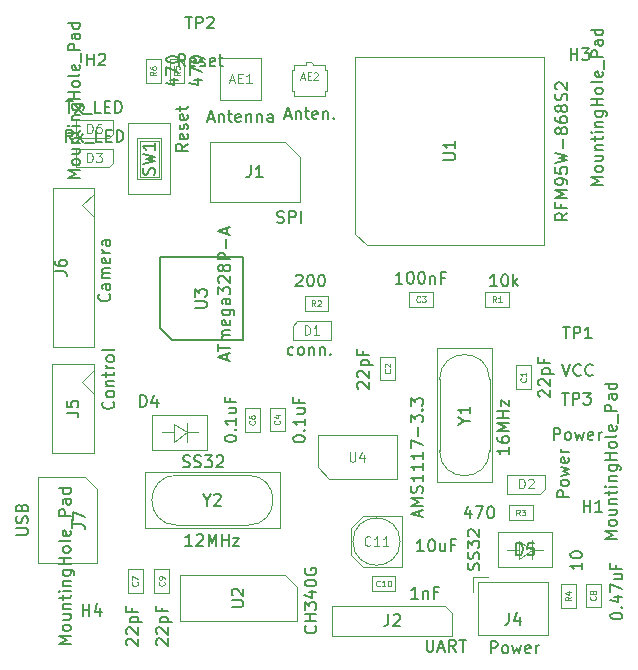
<source format=gbr>
%TF.GenerationSoftware,KiCad,Pcbnew,8.0.4-8.0.4-0~ubuntu24.04.1*%
%TF.CreationDate,2024-09-01T12:42:58+03:00*%
%TF.ProjectId,communication_body,636f6d6d-756e-4696-9361-74696f6e5f62,rev?*%
%TF.SameCoordinates,Original*%
%TF.FileFunction,AssemblyDrawing,Top*%
%FSLAX46Y46*%
G04 Gerber Fmt 4.6, Leading zero omitted, Abs format (unit mm)*
G04 Created by KiCad (PCBNEW 8.0.4-8.0.4-0~ubuntu24.04.1) date 2024-09-01 12:42:58*
%MOMM*%
%LPD*%
G01*
G04 APERTURE LIST*
%ADD10C,0.150000*%
%ADD11C,0.120000*%
%ADD12C,0.080000*%
%ADD13C,0.090000*%
%ADD14C,0.100000*%
G04 APERTURE END LIST*
D10*
X110094819Y-118114404D02*
X110904342Y-118114404D01*
X110904342Y-118114404D02*
X110999580Y-118066785D01*
X110999580Y-118066785D02*
X111047200Y-118019166D01*
X111047200Y-118019166D02*
X111094819Y-117923928D01*
X111094819Y-117923928D02*
X111094819Y-117733452D01*
X111094819Y-117733452D02*
X111047200Y-117638214D01*
X111047200Y-117638214D02*
X110999580Y-117590595D01*
X110999580Y-117590595D02*
X110904342Y-117542976D01*
X110904342Y-117542976D02*
X110094819Y-117542976D01*
X111047200Y-117114404D02*
X111094819Y-116971547D01*
X111094819Y-116971547D02*
X111094819Y-116733452D01*
X111094819Y-116733452D02*
X111047200Y-116638214D01*
X111047200Y-116638214D02*
X110999580Y-116590595D01*
X110999580Y-116590595D02*
X110904342Y-116542976D01*
X110904342Y-116542976D02*
X110809104Y-116542976D01*
X110809104Y-116542976D02*
X110713866Y-116590595D01*
X110713866Y-116590595D02*
X110666247Y-116638214D01*
X110666247Y-116638214D02*
X110618628Y-116733452D01*
X110618628Y-116733452D02*
X110571009Y-116923928D01*
X110571009Y-116923928D02*
X110523390Y-117019166D01*
X110523390Y-117019166D02*
X110475771Y-117066785D01*
X110475771Y-117066785D02*
X110380533Y-117114404D01*
X110380533Y-117114404D02*
X110285295Y-117114404D01*
X110285295Y-117114404D02*
X110190057Y-117066785D01*
X110190057Y-117066785D02*
X110142438Y-117019166D01*
X110142438Y-117019166D02*
X110094819Y-116923928D01*
X110094819Y-116923928D02*
X110094819Y-116685833D01*
X110094819Y-116685833D02*
X110142438Y-116542976D01*
X110571009Y-115781071D02*
X110618628Y-115638214D01*
X110618628Y-115638214D02*
X110666247Y-115590595D01*
X110666247Y-115590595D02*
X110761485Y-115542976D01*
X110761485Y-115542976D02*
X110904342Y-115542976D01*
X110904342Y-115542976D02*
X110999580Y-115590595D01*
X110999580Y-115590595D02*
X111047200Y-115638214D01*
X111047200Y-115638214D02*
X111094819Y-115733452D01*
X111094819Y-115733452D02*
X111094819Y-116114404D01*
X111094819Y-116114404D02*
X110094819Y-116114404D01*
X110094819Y-116114404D02*
X110094819Y-115781071D01*
X110094819Y-115781071D02*
X110142438Y-115685833D01*
X110142438Y-115685833D02*
X110190057Y-115638214D01*
X110190057Y-115638214D02*
X110285295Y-115590595D01*
X110285295Y-115590595D02*
X110380533Y-115590595D01*
X110380533Y-115590595D02*
X110475771Y-115638214D01*
X110475771Y-115638214D02*
X110523390Y-115685833D01*
X110523390Y-115685833D02*
X110571009Y-115781071D01*
X110571009Y-115781071D02*
X110571009Y-116114404D01*
X114894819Y-117185833D02*
X115609104Y-117185833D01*
X115609104Y-117185833D02*
X115751961Y-117233452D01*
X115751961Y-117233452D02*
X115847200Y-117328690D01*
X115847200Y-117328690D02*
X115894819Y-117471547D01*
X115894819Y-117471547D02*
X115894819Y-117566785D01*
X114894819Y-116804880D02*
X114894819Y-116138214D01*
X114894819Y-116138214D02*
X115894819Y-116566785D01*
X118304580Y-106819762D02*
X118352200Y-106867381D01*
X118352200Y-106867381D02*
X118399819Y-107010238D01*
X118399819Y-107010238D02*
X118399819Y-107105476D01*
X118399819Y-107105476D02*
X118352200Y-107248333D01*
X118352200Y-107248333D02*
X118256961Y-107343571D01*
X118256961Y-107343571D02*
X118161723Y-107391190D01*
X118161723Y-107391190D02*
X117971247Y-107438809D01*
X117971247Y-107438809D02*
X117828390Y-107438809D01*
X117828390Y-107438809D02*
X117637914Y-107391190D01*
X117637914Y-107391190D02*
X117542676Y-107343571D01*
X117542676Y-107343571D02*
X117447438Y-107248333D01*
X117447438Y-107248333D02*
X117399819Y-107105476D01*
X117399819Y-107105476D02*
X117399819Y-107010238D01*
X117399819Y-107010238D02*
X117447438Y-106867381D01*
X117447438Y-106867381D02*
X117495057Y-106819762D01*
X118399819Y-106248333D02*
X118352200Y-106343571D01*
X118352200Y-106343571D02*
X118304580Y-106391190D01*
X118304580Y-106391190D02*
X118209342Y-106438809D01*
X118209342Y-106438809D02*
X117923628Y-106438809D01*
X117923628Y-106438809D02*
X117828390Y-106391190D01*
X117828390Y-106391190D02*
X117780771Y-106343571D01*
X117780771Y-106343571D02*
X117733152Y-106248333D01*
X117733152Y-106248333D02*
X117733152Y-106105476D01*
X117733152Y-106105476D02*
X117780771Y-106010238D01*
X117780771Y-106010238D02*
X117828390Y-105962619D01*
X117828390Y-105962619D02*
X117923628Y-105915000D01*
X117923628Y-105915000D02*
X118209342Y-105915000D01*
X118209342Y-105915000D02*
X118304580Y-105962619D01*
X118304580Y-105962619D02*
X118352200Y-106010238D01*
X118352200Y-106010238D02*
X118399819Y-106105476D01*
X118399819Y-106105476D02*
X118399819Y-106248333D01*
X117733152Y-105486428D02*
X118399819Y-105486428D01*
X117828390Y-105486428D02*
X117780771Y-105438809D01*
X117780771Y-105438809D02*
X117733152Y-105343571D01*
X117733152Y-105343571D02*
X117733152Y-105200714D01*
X117733152Y-105200714D02*
X117780771Y-105105476D01*
X117780771Y-105105476D02*
X117876009Y-105057857D01*
X117876009Y-105057857D02*
X118399819Y-105057857D01*
X117733152Y-104724523D02*
X117733152Y-104343571D01*
X117399819Y-104581666D02*
X118256961Y-104581666D01*
X118256961Y-104581666D02*
X118352200Y-104534047D01*
X118352200Y-104534047D02*
X118399819Y-104438809D01*
X118399819Y-104438809D02*
X118399819Y-104343571D01*
X118399819Y-104010237D02*
X117733152Y-104010237D01*
X117923628Y-104010237D02*
X117828390Y-103962618D01*
X117828390Y-103962618D02*
X117780771Y-103914999D01*
X117780771Y-103914999D02*
X117733152Y-103819761D01*
X117733152Y-103819761D02*
X117733152Y-103724523D01*
X118399819Y-103248332D02*
X118352200Y-103343570D01*
X118352200Y-103343570D02*
X118304580Y-103391189D01*
X118304580Y-103391189D02*
X118209342Y-103438808D01*
X118209342Y-103438808D02*
X117923628Y-103438808D01*
X117923628Y-103438808D02*
X117828390Y-103391189D01*
X117828390Y-103391189D02*
X117780771Y-103343570D01*
X117780771Y-103343570D02*
X117733152Y-103248332D01*
X117733152Y-103248332D02*
X117733152Y-103105475D01*
X117733152Y-103105475D02*
X117780771Y-103010237D01*
X117780771Y-103010237D02*
X117828390Y-102962618D01*
X117828390Y-102962618D02*
X117923628Y-102914999D01*
X117923628Y-102914999D02*
X118209342Y-102914999D01*
X118209342Y-102914999D02*
X118304580Y-102962618D01*
X118304580Y-102962618D02*
X118352200Y-103010237D01*
X118352200Y-103010237D02*
X118399819Y-103105475D01*
X118399819Y-103105475D02*
X118399819Y-103248332D01*
X118399819Y-102343570D02*
X118352200Y-102438808D01*
X118352200Y-102438808D02*
X118256961Y-102486427D01*
X118256961Y-102486427D02*
X117399819Y-102486427D01*
X114369819Y-107748333D02*
X115084104Y-107748333D01*
X115084104Y-107748333D02*
X115226961Y-107795952D01*
X115226961Y-107795952D02*
X115322200Y-107891190D01*
X115322200Y-107891190D02*
X115369819Y-108034047D01*
X115369819Y-108034047D02*
X115369819Y-108129285D01*
X114369819Y-106795952D02*
X114369819Y-107272142D01*
X114369819Y-107272142D02*
X114846009Y-107319761D01*
X114846009Y-107319761D02*
X114798390Y-107272142D01*
X114798390Y-107272142D02*
X114750771Y-107176904D01*
X114750771Y-107176904D02*
X114750771Y-106938809D01*
X114750771Y-106938809D02*
X114798390Y-106843571D01*
X114798390Y-106843571D02*
X114846009Y-106795952D01*
X114846009Y-106795952D02*
X114941247Y-106748333D01*
X114941247Y-106748333D02*
X115179342Y-106748333D01*
X115179342Y-106748333D02*
X115274580Y-106795952D01*
X115274580Y-106795952D02*
X115322200Y-106843571D01*
X115322200Y-106843571D02*
X115369819Y-106938809D01*
X115369819Y-106938809D02*
X115369819Y-107176904D01*
X115369819Y-107176904D02*
X115322200Y-107272142D01*
X115322200Y-107272142D02*
X115274580Y-107319761D01*
X150288809Y-128119819D02*
X150288809Y-127119819D01*
X150288809Y-127119819D02*
X150669761Y-127119819D01*
X150669761Y-127119819D02*
X150764999Y-127167438D01*
X150764999Y-127167438D02*
X150812618Y-127215057D01*
X150812618Y-127215057D02*
X150860237Y-127310295D01*
X150860237Y-127310295D02*
X150860237Y-127453152D01*
X150860237Y-127453152D02*
X150812618Y-127548390D01*
X150812618Y-127548390D02*
X150764999Y-127596009D01*
X150764999Y-127596009D02*
X150669761Y-127643628D01*
X150669761Y-127643628D02*
X150288809Y-127643628D01*
X151431666Y-128119819D02*
X151336428Y-128072200D01*
X151336428Y-128072200D02*
X151288809Y-128024580D01*
X151288809Y-128024580D02*
X151241190Y-127929342D01*
X151241190Y-127929342D02*
X151241190Y-127643628D01*
X151241190Y-127643628D02*
X151288809Y-127548390D01*
X151288809Y-127548390D02*
X151336428Y-127500771D01*
X151336428Y-127500771D02*
X151431666Y-127453152D01*
X151431666Y-127453152D02*
X151574523Y-127453152D01*
X151574523Y-127453152D02*
X151669761Y-127500771D01*
X151669761Y-127500771D02*
X151717380Y-127548390D01*
X151717380Y-127548390D02*
X151764999Y-127643628D01*
X151764999Y-127643628D02*
X151764999Y-127929342D01*
X151764999Y-127929342D02*
X151717380Y-128024580D01*
X151717380Y-128024580D02*
X151669761Y-128072200D01*
X151669761Y-128072200D02*
X151574523Y-128119819D01*
X151574523Y-128119819D02*
X151431666Y-128119819D01*
X152098333Y-127453152D02*
X152288809Y-128119819D01*
X152288809Y-128119819D02*
X152479285Y-127643628D01*
X152479285Y-127643628D02*
X152669761Y-128119819D01*
X152669761Y-128119819D02*
X152860237Y-127453152D01*
X153622142Y-128072200D02*
X153526904Y-128119819D01*
X153526904Y-128119819D02*
X153336428Y-128119819D01*
X153336428Y-128119819D02*
X153241190Y-128072200D01*
X153241190Y-128072200D02*
X153193571Y-127976961D01*
X153193571Y-127976961D02*
X153193571Y-127596009D01*
X153193571Y-127596009D02*
X153241190Y-127500771D01*
X153241190Y-127500771D02*
X153336428Y-127453152D01*
X153336428Y-127453152D02*
X153526904Y-127453152D01*
X153526904Y-127453152D02*
X153622142Y-127500771D01*
X153622142Y-127500771D02*
X153669761Y-127596009D01*
X153669761Y-127596009D02*
X153669761Y-127691247D01*
X153669761Y-127691247D02*
X153193571Y-127786485D01*
X154098333Y-128119819D02*
X154098333Y-127453152D01*
X154098333Y-127643628D02*
X154145952Y-127548390D01*
X154145952Y-127548390D02*
X154193571Y-127500771D01*
X154193571Y-127500771D02*
X154288809Y-127453152D01*
X154288809Y-127453152D02*
X154384047Y-127453152D01*
X151831666Y-124719819D02*
X151831666Y-125434104D01*
X151831666Y-125434104D02*
X151784047Y-125576961D01*
X151784047Y-125576961D02*
X151688809Y-125672200D01*
X151688809Y-125672200D02*
X151545952Y-125719819D01*
X151545952Y-125719819D02*
X151450714Y-125719819D01*
X152736428Y-125053152D02*
X152736428Y-125719819D01*
X152498333Y-124672200D02*
X152260238Y-125386485D01*
X152260238Y-125386485D02*
X152879285Y-125386485D01*
X144618571Y-119489819D02*
X144047143Y-119489819D01*
X144332857Y-119489819D02*
X144332857Y-118489819D01*
X144332857Y-118489819D02*
X144237619Y-118632676D01*
X144237619Y-118632676D02*
X144142381Y-118727914D01*
X144142381Y-118727914D02*
X144047143Y-118775533D01*
X145237619Y-118489819D02*
X145332857Y-118489819D01*
X145332857Y-118489819D02*
X145428095Y-118537438D01*
X145428095Y-118537438D02*
X145475714Y-118585057D01*
X145475714Y-118585057D02*
X145523333Y-118680295D01*
X145523333Y-118680295D02*
X145570952Y-118870771D01*
X145570952Y-118870771D02*
X145570952Y-119108866D01*
X145570952Y-119108866D02*
X145523333Y-119299342D01*
X145523333Y-119299342D02*
X145475714Y-119394580D01*
X145475714Y-119394580D02*
X145428095Y-119442200D01*
X145428095Y-119442200D02*
X145332857Y-119489819D01*
X145332857Y-119489819D02*
X145237619Y-119489819D01*
X145237619Y-119489819D02*
X145142381Y-119442200D01*
X145142381Y-119442200D02*
X145094762Y-119394580D01*
X145094762Y-119394580D02*
X145047143Y-119299342D01*
X145047143Y-119299342D02*
X144999524Y-119108866D01*
X144999524Y-119108866D02*
X144999524Y-118870771D01*
X144999524Y-118870771D02*
X145047143Y-118680295D01*
X145047143Y-118680295D02*
X145094762Y-118585057D01*
X145094762Y-118585057D02*
X145142381Y-118537438D01*
X145142381Y-118537438D02*
X145237619Y-118489819D01*
X146428095Y-118823152D02*
X146428095Y-119489819D01*
X145999524Y-118823152D02*
X145999524Y-119346961D01*
X145999524Y-119346961D02*
X146047143Y-119442200D01*
X146047143Y-119442200D02*
X146142381Y-119489819D01*
X146142381Y-119489819D02*
X146285238Y-119489819D01*
X146285238Y-119489819D02*
X146380476Y-119442200D01*
X146380476Y-119442200D02*
X146428095Y-119394580D01*
X147237619Y-118966009D02*
X146904286Y-118966009D01*
X146904286Y-119489819D02*
X146904286Y-118489819D01*
X146904286Y-118489819D02*
X147380476Y-118489819D01*
D11*
X140095714Y-118962664D02*
X140057618Y-119000760D01*
X140057618Y-119000760D02*
X139943333Y-119038855D01*
X139943333Y-119038855D02*
X139867142Y-119038855D01*
X139867142Y-119038855D02*
X139752856Y-119000760D01*
X139752856Y-119000760D02*
X139676666Y-118924569D01*
X139676666Y-118924569D02*
X139638571Y-118848379D01*
X139638571Y-118848379D02*
X139600475Y-118695998D01*
X139600475Y-118695998D02*
X139600475Y-118581712D01*
X139600475Y-118581712D02*
X139638571Y-118429331D01*
X139638571Y-118429331D02*
X139676666Y-118353140D01*
X139676666Y-118353140D02*
X139752856Y-118276950D01*
X139752856Y-118276950D02*
X139867142Y-118238855D01*
X139867142Y-118238855D02*
X139943333Y-118238855D01*
X139943333Y-118238855D02*
X140057618Y-118276950D01*
X140057618Y-118276950D02*
X140095714Y-118315045D01*
X140857618Y-119038855D02*
X140400475Y-119038855D01*
X140629047Y-119038855D02*
X140629047Y-118238855D01*
X140629047Y-118238855D02*
X140552856Y-118353140D01*
X140552856Y-118353140D02*
X140476666Y-118429331D01*
X140476666Y-118429331D02*
X140400475Y-118467426D01*
X141619523Y-119038855D02*
X141162380Y-119038855D01*
X141390952Y-119038855D02*
X141390952Y-118238855D01*
X141390952Y-118238855D02*
X141314761Y-118353140D01*
X141314761Y-118353140D02*
X141238571Y-118429331D01*
X141238571Y-118429331D02*
X141162380Y-118467426D01*
D10*
X158019819Y-120455476D02*
X158019819Y-121026904D01*
X158019819Y-120741190D02*
X157019819Y-120741190D01*
X157019819Y-120741190D02*
X157162676Y-120836428D01*
X157162676Y-120836428D02*
X157257914Y-120931666D01*
X157257914Y-120931666D02*
X157305533Y-121026904D01*
X157019819Y-119836428D02*
X157019819Y-119741190D01*
X157019819Y-119741190D02*
X157067438Y-119645952D01*
X157067438Y-119645952D02*
X157115057Y-119598333D01*
X157115057Y-119598333D02*
X157210295Y-119550714D01*
X157210295Y-119550714D02*
X157400771Y-119503095D01*
X157400771Y-119503095D02*
X157638866Y-119503095D01*
X157638866Y-119503095D02*
X157829342Y-119550714D01*
X157829342Y-119550714D02*
X157924580Y-119598333D01*
X157924580Y-119598333D02*
X157972200Y-119645952D01*
X157972200Y-119645952D02*
X158019819Y-119741190D01*
X158019819Y-119741190D02*
X158019819Y-119836428D01*
X158019819Y-119836428D02*
X157972200Y-119931666D01*
X157972200Y-119931666D02*
X157924580Y-119979285D01*
X157924580Y-119979285D02*
X157829342Y-120026904D01*
X157829342Y-120026904D02*
X157638866Y-120074523D01*
X157638866Y-120074523D02*
X157400771Y-120074523D01*
X157400771Y-120074523D02*
X157210295Y-120026904D01*
X157210295Y-120026904D02*
X157115057Y-119979285D01*
X157115057Y-119979285D02*
X157067438Y-119931666D01*
X157067438Y-119931666D02*
X157019819Y-119836428D01*
D12*
X157092149Y-123348333D02*
X156854054Y-123514999D01*
X157092149Y-123634047D02*
X156592149Y-123634047D01*
X156592149Y-123634047D02*
X156592149Y-123443571D01*
X156592149Y-123443571D02*
X156615959Y-123395952D01*
X156615959Y-123395952D02*
X156639768Y-123372142D01*
X156639768Y-123372142D02*
X156687387Y-123348333D01*
X156687387Y-123348333D02*
X156758816Y-123348333D01*
X156758816Y-123348333D02*
X156806435Y-123372142D01*
X156806435Y-123372142D02*
X156830244Y-123395952D01*
X156830244Y-123395952D02*
X156854054Y-123443571D01*
X156854054Y-123443571D02*
X156854054Y-123634047D01*
X156758816Y-122919761D02*
X157092149Y-122919761D01*
X156568340Y-123038809D02*
X156925482Y-123157856D01*
X156925482Y-123157856D02*
X156925482Y-122848333D01*
D10*
X132849762Y-82614104D02*
X133325952Y-82614104D01*
X132754524Y-82899819D02*
X133087857Y-81899819D01*
X133087857Y-81899819D02*
X133421190Y-82899819D01*
X133754524Y-82233152D02*
X133754524Y-82899819D01*
X133754524Y-82328390D02*
X133802143Y-82280771D01*
X133802143Y-82280771D02*
X133897381Y-82233152D01*
X133897381Y-82233152D02*
X134040238Y-82233152D01*
X134040238Y-82233152D02*
X134135476Y-82280771D01*
X134135476Y-82280771D02*
X134183095Y-82376009D01*
X134183095Y-82376009D02*
X134183095Y-82899819D01*
X134516429Y-82233152D02*
X134897381Y-82233152D01*
X134659286Y-81899819D02*
X134659286Y-82756961D01*
X134659286Y-82756961D02*
X134706905Y-82852200D01*
X134706905Y-82852200D02*
X134802143Y-82899819D01*
X134802143Y-82899819D02*
X134897381Y-82899819D01*
X135611667Y-82852200D02*
X135516429Y-82899819D01*
X135516429Y-82899819D02*
X135325953Y-82899819D01*
X135325953Y-82899819D02*
X135230715Y-82852200D01*
X135230715Y-82852200D02*
X135183096Y-82756961D01*
X135183096Y-82756961D02*
X135183096Y-82376009D01*
X135183096Y-82376009D02*
X135230715Y-82280771D01*
X135230715Y-82280771D02*
X135325953Y-82233152D01*
X135325953Y-82233152D02*
X135516429Y-82233152D01*
X135516429Y-82233152D02*
X135611667Y-82280771D01*
X135611667Y-82280771D02*
X135659286Y-82376009D01*
X135659286Y-82376009D02*
X135659286Y-82471247D01*
X135659286Y-82471247D02*
X135183096Y-82566485D01*
X136087858Y-82233152D02*
X136087858Y-82899819D01*
X136087858Y-82328390D02*
X136135477Y-82280771D01*
X136135477Y-82280771D02*
X136230715Y-82233152D01*
X136230715Y-82233152D02*
X136373572Y-82233152D01*
X136373572Y-82233152D02*
X136468810Y-82280771D01*
X136468810Y-82280771D02*
X136516429Y-82376009D01*
X136516429Y-82376009D02*
X136516429Y-82899819D01*
X136992620Y-82804580D02*
X137040239Y-82852200D01*
X137040239Y-82852200D02*
X136992620Y-82899819D01*
X136992620Y-82899819D02*
X136945001Y-82852200D01*
X136945001Y-82852200D02*
X136992620Y-82804580D01*
X136992620Y-82804580D02*
X136992620Y-82899819D01*
D13*
X134224999Y-79386462D02*
X134510714Y-79386462D01*
X134167856Y-79557891D02*
X134367856Y-78957891D01*
X134367856Y-78957891D02*
X134567856Y-79557891D01*
X134767857Y-79243605D02*
X134967857Y-79243605D01*
X135053571Y-79557891D02*
X134767857Y-79557891D01*
X134767857Y-79557891D02*
X134767857Y-78957891D01*
X134767857Y-78957891D02*
X135053571Y-78957891D01*
X135282142Y-79015034D02*
X135310714Y-78986462D01*
X135310714Y-78986462D02*
X135367857Y-78957891D01*
X135367857Y-78957891D02*
X135510714Y-78957891D01*
X135510714Y-78957891D02*
X135567857Y-78986462D01*
X135567857Y-78986462D02*
X135596428Y-79015034D01*
X135596428Y-79015034D02*
X135624999Y-79072177D01*
X135624999Y-79072177D02*
X135624999Y-79129320D01*
X135624999Y-79129320D02*
X135596428Y-79215034D01*
X135596428Y-79215034D02*
X135253571Y-79557891D01*
X135253571Y-79557891D02*
X135624999Y-79557891D01*
D10*
X124619819Y-85003095D02*
X124143628Y-85336428D01*
X124619819Y-85574523D02*
X123619819Y-85574523D01*
X123619819Y-85574523D02*
X123619819Y-85193571D01*
X123619819Y-85193571D02*
X123667438Y-85098333D01*
X123667438Y-85098333D02*
X123715057Y-85050714D01*
X123715057Y-85050714D02*
X123810295Y-85003095D01*
X123810295Y-85003095D02*
X123953152Y-85003095D01*
X123953152Y-85003095D02*
X124048390Y-85050714D01*
X124048390Y-85050714D02*
X124096009Y-85098333D01*
X124096009Y-85098333D02*
X124143628Y-85193571D01*
X124143628Y-85193571D02*
X124143628Y-85574523D01*
X124572200Y-84193571D02*
X124619819Y-84288809D01*
X124619819Y-84288809D02*
X124619819Y-84479285D01*
X124619819Y-84479285D02*
X124572200Y-84574523D01*
X124572200Y-84574523D02*
X124476961Y-84622142D01*
X124476961Y-84622142D02*
X124096009Y-84622142D01*
X124096009Y-84622142D02*
X124000771Y-84574523D01*
X124000771Y-84574523D02*
X123953152Y-84479285D01*
X123953152Y-84479285D02*
X123953152Y-84288809D01*
X123953152Y-84288809D02*
X124000771Y-84193571D01*
X124000771Y-84193571D02*
X124096009Y-84145952D01*
X124096009Y-84145952D02*
X124191247Y-84145952D01*
X124191247Y-84145952D02*
X124286485Y-84622142D01*
X124572200Y-83764999D02*
X124619819Y-83669761D01*
X124619819Y-83669761D02*
X124619819Y-83479285D01*
X124619819Y-83479285D02*
X124572200Y-83384047D01*
X124572200Y-83384047D02*
X124476961Y-83336428D01*
X124476961Y-83336428D02*
X124429342Y-83336428D01*
X124429342Y-83336428D02*
X124334104Y-83384047D01*
X124334104Y-83384047D02*
X124286485Y-83479285D01*
X124286485Y-83479285D02*
X124286485Y-83622142D01*
X124286485Y-83622142D02*
X124238866Y-83717380D01*
X124238866Y-83717380D02*
X124143628Y-83764999D01*
X124143628Y-83764999D02*
X124096009Y-83764999D01*
X124096009Y-83764999D02*
X124000771Y-83717380D01*
X124000771Y-83717380D02*
X123953152Y-83622142D01*
X123953152Y-83622142D02*
X123953152Y-83479285D01*
X123953152Y-83479285D02*
X124000771Y-83384047D01*
X124572200Y-82526904D02*
X124619819Y-82622142D01*
X124619819Y-82622142D02*
X124619819Y-82812618D01*
X124619819Y-82812618D02*
X124572200Y-82907856D01*
X124572200Y-82907856D02*
X124476961Y-82955475D01*
X124476961Y-82955475D02*
X124096009Y-82955475D01*
X124096009Y-82955475D02*
X124000771Y-82907856D01*
X124000771Y-82907856D02*
X123953152Y-82812618D01*
X123953152Y-82812618D02*
X123953152Y-82622142D01*
X123953152Y-82622142D02*
X124000771Y-82526904D01*
X124000771Y-82526904D02*
X124096009Y-82479285D01*
X124096009Y-82479285D02*
X124191247Y-82479285D01*
X124191247Y-82479285D02*
X124286485Y-82955475D01*
X123953152Y-82193570D02*
X123953152Y-81812618D01*
X123619819Y-82050713D02*
X124476961Y-82050713D01*
X124476961Y-82050713D02*
X124572200Y-82003094D01*
X124572200Y-82003094D02*
X124619819Y-81907856D01*
X124619819Y-81907856D02*
X124619819Y-81812618D01*
X121772200Y-87598332D02*
X121819819Y-87455475D01*
X121819819Y-87455475D02*
X121819819Y-87217380D01*
X121819819Y-87217380D02*
X121772200Y-87122142D01*
X121772200Y-87122142D02*
X121724580Y-87074523D01*
X121724580Y-87074523D02*
X121629342Y-87026904D01*
X121629342Y-87026904D02*
X121534104Y-87026904D01*
X121534104Y-87026904D02*
X121438866Y-87074523D01*
X121438866Y-87074523D02*
X121391247Y-87122142D01*
X121391247Y-87122142D02*
X121343628Y-87217380D01*
X121343628Y-87217380D02*
X121296009Y-87407856D01*
X121296009Y-87407856D02*
X121248390Y-87503094D01*
X121248390Y-87503094D02*
X121200771Y-87550713D01*
X121200771Y-87550713D02*
X121105533Y-87598332D01*
X121105533Y-87598332D02*
X121010295Y-87598332D01*
X121010295Y-87598332D02*
X120915057Y-87550713D01*
X120915057Y-87550713D02*
X120867438Y-87503094D01*
X120867438Y-87503094D02*
X120819819Y-87407856D01*
X120819819Y-87407856D02*
X120819819Y-87169761D01*
X120819819Y-87169761D02*
X120867438Y-87026904D01*
X120819819Y-86693570D02*
X121819819Y-86455475D01*
X121819819Y-86455475D02*
X121105533Y-86264999D01*
X121105533Y-86264999D02*
X121819819Y-86074523D01*
X121819819Y-86074523D02*
X120819819Y-85836428D01*
X121819819Y-84931666D02*
X121819819Y-85503094D01*
X121819819Y-85217380D02*
X120819819Y-85217380D01*
X120819819Y-85217380D02*
X120962676Y-85312618D01*
X120962676Y-85312618D02*
X121057914Y-85407856D01*
X121057914Y-85407856D02*
X121105533Y-85503094D01*
X135424580Y-125807857D02*
X135472200Y-125855476D01*
X135472200Y-125855476D02*
X135519819Y-125998333D01*
X135519819Y-125998333D02*
X135519819Y-126093571D01*
X135519819Y-126093571D02*
X135472200Y-126236428D01*
X135472200Y-126236428D02*
X135376961Y-126331666D01*
X135376961Y-126331666D02*
X135281723Y-126379285D01*
X135281723Y-126379285D02*
X135091247Y-126426904D01*
X135091247Y-126426904D02*
X134948390Y-126426904D01*
X134948390Y-126426904D02*
X134757914Y-126379285D01*
X134757914Y-126379285D02*
X134662676Y-126331666D01*
X134662676Y-126331666D02*
X134567438Y-126236428D01*
X134567438Y-126236428D02*
X134519819Y-126093571D01*
X134519819Y-126093571D02*
X134519819Y-125998333D01*
X134519819Y-125998333D02*
X134567438Y-125855476D01*
X134567438Y-125855476D02*
X134615057Y-125807857D01*
X135519819Y-125379285D02*
X134519819Y-125379285D01*
X134996009Y-125379285D02*
X134996009Y-124807857D01*
X135519819Y-124807857D02*
X134519819Y-124807857D01*
X134519819Y-124426904D02*
X134519819Y-123807857D01*
X134519819Y-123807857D02*
X134900771Y-124141190D01*
X134900771Y-124141190D02*
X134900771Y-123998333D01*
X134900771Y-123998333D02*
X134948390Y-123903095D01*
X134948390Y-123903095D02*
X134996009Y-123855476D01*
X134996009Y-123855476D02*
X135091247Y-123807857D01*
X135091247Y-123807857D02*
X135329342Y-123807857D01*
X135329342Y-123807857D02*
X135424580Y-123855476D01*
X135424580Y-123855476D02*
X135472200Y-123903095D01*
X135472200Y-123903095D02*
X135519819Y-123998333D01*
X135519819Y-123998333D02*
X135519819Y-124284047D01*
X135519819Y-124284047D02*
X135472200Y-124379285D01*
X135472200Y-124379285D02*
X135424580Y-124426904D01*
X134853152Y-122950714D02*
X135519819Y-122950714D01*
X134472200Y-123188809D02*
X135186485Y-123426904D01*
X135186485Y-123426904D02*
X135186485Y-122807857D01*
X134519819Y-122236428D02*
X134519819Y-122141190D01*
X134519819Y-122141190D02*
X134567438Y-122045952D01*
X134567438Y-122045952D02*
X134615057Y-121998333D01*
X134615057Y-121998333D02*
X134710295Y-121950714D01*
X134710295Y-121950714D02*
X134900771Y-121903095D01*
X134900771Y-121903095D02*
X135138866Y-121903095D01*
X135138866Y-121903095D02*
X135329342Y-121950714D01*
X135329342Y-121950714D02*
X135424580Y-121998333D01*
X135424580Y-121998333D02*
X135472200Y-122045952D01*
X135472200Y-122045952D02*
X135519819Y-122141190D01*
X135519819Y-122141190D02*
X135519819Y-122236428D01*
X135519819Y-122236428D02*
X135472200Y-122331666D01*
X135472200Y-122331666D02*
X135424580Y-122379285D01*
X135424580Y-122379285D02*
X135329342Y-122426904D01*
X135329342Y-122426904D02*
X135138866Y-122474523D01*
X135138866Y-122474523D02*
X134900771Y-122474523D01*
X134900771Y-122474523D02*
X134710295Y-122426904D01*
X134710295Y-122426904D02*
X134615057Y-122379285D01*
X134615057Y-122379285D02*
X134567438Y-122331666D01*
X134567438Y-122331666D02*
X134519819Y-122236428D01*
X134567438Y-120950714D02*
X134519819Y-121045952D01*
X134519819Y-121045952D02*
X134519819Y-121188809D01*
X134519819Y-121188809D02*
X134567438Y-121331666D01*
X134567438Y-121331666D02*
X134662676Y-121426904D01*
X134662676Y-121426904D02*
X134757914Y-121474523D01*
X134757914Y-121474523D02*
X134948390Y-121522142D01*
X134948390Y-121522142D02*
X135091247Y-121522142D01*
X135091247Y-121522142D02*
X135281723Y-121474523D01*
X135281723Y-121474523D02*
X135376961Y-121426904D01*
X135376961Y-121426904D02*
X135472200Y-121331666D01*
X135472200Y-121331666D02*
X135519819Y-121188809D01*
X135519819Y-121188809D02*
X135519819Y-121093571D01*
X135519819Y-121093571D02*
X135472200Y-120950714D01*
X135472200Y-120950714D02*
X135424580Y-120903095D01*
X135424580Y-120903095D02*
X135091247Y-120903095D01*
X135091247Y-120903095D02*
X135091247Y-121093571D01*
X128355566Y-124199166D02*
X129148900Y-124199166D01*
X129148900Y-124199166D02*
X129242233Y-124152500D01*
X129242233Y-124152500D02*
X129288900Y-124105833D01*
X129288900Y-124105833D02*
X129335566Y-124012500D01*
X129335566Y-124012500D02*
X129335566Y-123825833D01*
X129335566Y-123825833D02*
X129288900Y-123732500D01*
X129288900Y-123732500D02*
X129242233Y-123685833D01*
X129242233Y-123685833D02*
X129148900Y-123639166D01*
X129148900Y-123639166D02*
X128355566Y-123639166D01*
X128448900Y-123219166D02*
X128402233Y-123172499D01*
X128402233Y-123172499D02*
X128355566Y-123079166D01*
X128355566Y-123079166D02*
X128355566Y-122845833D01*
X128355566Y-122845833D02*
X128402233Y-122752499D01*
X128402233Y-122752499D02*
X128448900Y-122705833D01*
X128448900Y-122705833D02*
X128542233Y-122659166D01*
X128542233Y-122659166D02*
X128635566Y-122659166D01*
X128635566Y-122659166D02*
X128775566Y-122705833D01*
X128775566Y-122705833D02*
X129335566Y-123265833D01*
X129335566Y-123265833D02*
X129335566Y-122659166D01*
X148563095Y-116023152D02*
X148563095Y-116689819D01*
X148325000Y-115642200D02*
X148086905Y-116356485D01*
X148086905Y-116356485D02*
X148705952Y-116356485D01*
X148991667Y-115689819D02*
X149658333Y-115689819D01*
X149658333Y-115689819D02*
X149229762Y-116689819D01*
X150229762Y-115689819D02*
X150325000Y-115689819D01*
X150325000Y-115689819D02*
X150420238Y-115737438D01*
X150420238Y-115737438D02*
X150467857Y-115785057D01*
X150467857Y-115785057D02*
X150515476Y-115880295D01*
X150515476Y-115880295D02*
X150563095Y-116070771D01*
X150563095Y-116070771D02*
X150563095Y-116308866D01*
X150563095Y-116308866D02*
X150515476Y-116499342D01*
X150515476Y-116499342D02*
X150467857Y-116594580D01*
X150467857Y-116594580D02*
X150420238Y-116642200D01*
X150420238Y-116642200D02*
X150325000Y-116689819D01*
X150325000Y-116689819D02*
X150229762Y-116689819D01*
X150229762Y-116689819D02*
X150134524Y-116642200D01*
X150134524Y-116642200D02*
X150086905Y-116594580D01*
X150086905Y-116594580D02*
X150039286Y-116499342D01*
X150039286Y-116499342D02*
X149991667Y-116308866D01*
X149991667Y-116308866D02*
X149991667Y-116070771D01*
X149991667Y-116070771D02*
X150039286Y-115880295D01*
X150039286Y-115880295D02*
X150086905Y-115785057D01*
X150086905Y-115785057D02*
X150134524Y-115737438D01*
X150134524Y-115737438D02*
X150229762Y-115689819D01*
D12*
X152741666Y-116462149D02*
X152575000Y-116224054D01*
X152455952Y-116462149D02*
X152455952Y-115962149D01*
X152455952Y-115962149D02*
X152646428Y-115962149D01*
X152646428Y-115962149D02*
X152694047Y-115985959D01*
X152694047Y-115985959D02*
X152717857Y-116009768D01*
X152717857Y-116009768D02*
X152741666Y-116057387D01*
X152741666Y-116057387D02*
X152741666Y-116128816D01*
X152741666Y-116128816D02*
X152717857Y-116176435D01*
X152717857Y-116176435D02*
X152694047Y-116200244D01*
X152694047Y-116200244D02*
X152646428Y-116224054D01*
X152646428Y-116224054D02*
X152455952Y-116224054D01*
X152908333Y-115962149D02*
X153217857Y-115962149D01*
X153217857Y-115962149D02*
X153051190Y-116152625D01*
X153051190Y-116152625D02*
X153122619Y-116152625D01*
X153122619Y-116152625D02*
X153170238Y-116176435D01*
X153170238Y-116176435D02*
X153194047Y-116200244D01*
X153194047Y-116200244D02*
X153217857Y-116247863D01*
X153217857Y-116247863D02*
X153217857Y-116366911D01*
X153217857Y-116366911D02*
X153194047Y-116414530D01*
X153194047Y-116414530D02*
X153170238Y-116438340D01*
X153170238Y-116438340D02*
X153122619Y-116462149D01*
X153122619Y-116462149D02*
X152979762Y-116462149D01*
X152979762Y-116462149D02*
X152932143Y-116438340D01*
X152932143Y-116438340D02*
X152908333Y-116414530D01*
D10*
X117974580Y-97725000D02*
X118022200Y-97772619D01*
X118022200Y-97772619D02*
X118069819Y-97915476D01*
X118069819Y-97915476D02*
X118069819Y-98010714D01*
X118069819Y-98010714D02*
X118022200Y-98153571D01*
X118022200Y-98153571D02*
X117926961Y-98248809D01*
X117926961Y-98248809D02*
X117831723Y-98296428D01*
X117831723Y-98296428D02*
X117641247Y-98344047D01*
X117641247Y-98344047D02*
X117498390Y-98344047D01*
X117498390Y-98344047D02*
X117307914Y-98296428D01*
X117307914Y-98296428D02*
X117212676Y-98248809D01*
X117212676Y-98248809D02*
X117117438Y-98153571D01*
X117117438Y-98153571D02*
X117069819Y-98010714D01*
X117069819Y-98010714D02*
X117069819Y-97915476D01*
X117069819Y-97915476D02*
X117117438Y-97772619D01*
X117117438Y-97772619D02*
X117165057Y-97725000D01*
X118069819Y-96867857D02*
X117546009Y-96867857D01*
X117546009Y-96867857D02*
X117450771Y-96915476D01*
X117450771Y-96915476D02*
X117403152Y-97010714D01*
X117403152Y-97010714D02*
X117403152Y-97201190D01*
X117403152Y-97201190D02*
X117450771Y-97296428D01*
X118022200Y-96867857D02*
X118069819Y-96963095D01*
X118069819Y-96963095D02*
X118069819Y-97201190D01*
X118069819Y-97201190D02*
X118022200Y-97296428D01*
X118022200Y-97296428D02*
X117926961Y-97344047D01*
X117926961Y-97344047D02*
X117831723Y-97344047D01*
X117831723Y-97344047D02*
X117736485Y-97296428D01*
X117736485Y-97296428D02*
X117688866Y-97201190D01*
X117688866Y-97201190D02*
X117688866Y-96963095D01*
X117688866Y-96963095D02*
X117641247Y-96867857D01*
X118069819Y-96391666D02*
X117403152Y-96391666D01*
X117498390Y-96391666D02*
X117450771Y-96344047D01*
X117450771Y-96344047D02*
X117403152Y-96248809D01*
X117403152Y-96248809D02*
X117403152Y-96105952D01*
X117403152Y-96105952D02*
X117450771Y-96010714D01*
X117450771Y-96010714D02*
X117546009Y-95963095D01*
X117546009Y-95963095D02*
X118069819Y-95963095D01*
X117546009Y-95963095D02*
X117450771Y-95915476D01*
X117450771Y-95915476D02*
X117403152Y-95820238D01*
X117403152Y-95820238D02*
X117403152Y-95677381D01*
X117403152Y-95677381D02*
X117450771Y-95582142D01*
X117450771Y-95582142D02*
X117546009Y-95534523D01*
X117546009Y-95534523D02*
X118069819Y-95534523D01*
X118022200Y-94677381D02*
X118069819Y-94772619D01*
X118069819Y-94772619D02*
X118069819Y-94963095D01*
X118069819Y-94963095D02*
X118022200Y-95058333D01*
X118022200Y-95058333D02*
X117926961Y-95105952D01*
X117926961Y-95105952D02*
X117546009Y-95105952D01*
X117546009Y-95105952D02*
X117450771Y-95058333D01*
X117450771Y-95058333D02*
X117403152Y-94963095D01*
X117403152Y-94963095D02*
X117403152Y-94772619D01*
X117403152Y-94772619D02*
X117450771Y-94677381D01*
X117450771Y-94677381D02*
X117546009Y-94629762D01*
X117546009Y-94629762D02*
X117641247Y-94629762D01*
X117641247Y-94629762D02*
X117736485Y-95105952D01*
X118069819Y-94201190D02*
X117403152Y-94201190D01*
X117593628Y-94201190D02*
X117498390Y-94153571D01*
X117498390Y-94153571D02*
X117450771Y-94105952D01*
X117450771Y-94105952D02*
X117403152Y-94010714D01*
X117403152Y-94010714D02*
X117403152Y-93915476D01*
X118069819Y-93153571D02*
X117546009Y-93153571D01*
X117546009Y-93153571D02*
X117450771Y-93201190D01*
X117450771Y-93201190D02*
X117403152Y-93296428D01*
X117403152Y-93296428D02*
X117403152Y-93486904D01*
X117403152Y-93486904D02*
X117450771Y-93582142D01*
X118022200Y-93153571D02*
X118069819Y-93248809D01*
X118069819Y-93248809D02*
X118069819Y-93486904D01*
X118069819Y-93486904D02*
X118022200Y-93582142D01*
X118022200Y-93582142D02*
X117926961Y-93629761D01*
X117926961Y-93629761D02*
X117831723Y-93629761D01*
X117831723Y-93629761D02*
X117736485Y-93582142D01*
X117736485Y-93582142D02*
X117688866Y-93486904D01*
X117688866Y-93486904D02*
X117688866Y-93248809D01*
X117688866Y-93248809D02*
X117641247Y-93153571D01*
X113369819Y-95798333D02*
X114084104Y-95798333D01*
X114084104Y-95798333D02*
X114226961Y-95845952D01*
X114226961Y-95845952D02*
X114322200Y-95941190D01*
X114322200Y-95941190D02*
X114369819Y-96084047D01*
X114369819Y-96084047D02*
X114369819Y-96179285D01*
X113369819Y-94893571D02*
X113369819Y-95084047D01*
X113369819Y-95084047D02*
X113417438Y-95179285D01*
X113417438Y-95179285D02*
X113465057Y-95226904D01*
X113465057Y-95226904D02*
X113607914Y-95322142D01*
X113607914Y-95322142D02*
X113798390Y-95369761D01*
X113798390Y-95369761D02*
X114179342Y-95369761D01*
X114179342Y-95369761D02*
X114274580Y-95322142D01*
X114274580Y-95322142D02*
X114322200Y-95274523D01*
X114322200Y-95274523D02*
X114369819Y-95179285D01*
X114369819Y-95179285D02*
X114369819Y-94988809D01*
X114369819Y-94988809D02*
X114322200Y-94893571D01*
X114322200Y-94893571D02*
X114274580Y-94845952D01*
X114274580Y-94845952D02*
X114179342Y-94798333D01*
X114179342Y-94798333D02*
X113941247Y-94798333D01*
X113941247Y-94798333D02*
X113846009Y-94845952D01*
X113846009Y-94845952D02*
X113798390Y-94893571D01*
X113798390Y-94893571D02*
X113750771Y-94988809D01*
X113750771Y-94988809D02*
X113750771Y-95179285D01*
X113750771Y-95179285D02*
X113798390Y-95274523D01*
X113798390Y-95274523D02*
X113846009Y-95322142D01*
X113846009Y-95322142D02*
X113941247Y-95369761D01*
X133557857Y-102822200D02*
X133462619Y-102869819D01*
X133462619Y-102869819D02*
X133272143Y-102869819D01*
X133272143Y-102869819D02*
X133176905Y-102822200D01*
X133176905Y-102822200D02*
X133129286Y-102774580D01*
X133129286Y-102774580D02*
X133081667Y-102679342D01*
X133081667Y-102679342D02*
X133081667Y-102393628D01*
X133081667Y-102393628D02*
X133129286Y-102298390D01*
X133129286Y-102298390D02*
X133176905Y-102250771D01*
X133176905Y-102250771D02*
X133272143Y-102203152D01*
X133272143Y-102203152D02*
X133462619Y-102203152D01*
X133462619Y-102203152D02*
X133557857Y-102250771D01*
X134129286Y-102869819D02*
X134034048Y-102822200D01*
X134034048Y-102822200D02*
X133986429Y-102774580D01*
X133986429Y-102774580D02*
X133938810Y-102679342D01*
X133938810Y-102679342D02*
X133938810Y-102393628D01*
X133938810Y-102393628D02*
X133986429Y-102298390D01*
X133986429Y-102298390D02*
X134034048Y-102250771D01*
X134034048Y-102250771D02*
X134129286Y-102203152D01*
X134129286Y-102203152D02*
X134272143Y-102203152D01*
X134272143Y-102203152D02*
X134367381Y-102250771D01*
X134367381Y-102250771D02*
X134415000Y-102298390D01*
X134415000Y-102298390D02*
X134462619Y-102393628D01*
X134462619Y-102393628D02*
X134462619Y-102679342D01*
X134462619Y-102679342D02*
X134415000Y-102774580D01*
X134415000Y-102774580D02*
X134367381Y-102822200D01*
X134367381Y-102822200D02*
X134272143Y-102869819D01*
X134272143Y-102869819D02*
X134129286Y-102869819D01*
X134891191Y-102203152D02*
X134891191Y-102869819D01*
X134891191Y-102298390D02*
X134938810Y-102250771D01*
X134938810Y-102250771D02*
X135034048Y-102203152D01*
X135034048Y-102203152D02*
X135176905Y-102203152D01*
X135176905Y-102203152D02*
X135272143Y-102250771D01*
X135272143Y-102250771D02*
X135319762Y-102346009D01*
X135319762Y-102346009D02*
X135319762Y-102869819D01*
X135795953Y-102203152D02*
X135795953Y-102869819D01*
X135795953Y-102298390D02*
X135843572Y-102250771D01*
X135843572Y-102250771D02*
X135938810Y-102203152D01*
X135938810Y-102203152D02*
X136081667Y-102203152D01*
X136081667Y-102203152D02*
X136176905Y-102250771D01*
X136176905Y-102250771D02*
X136224524Y-102346009D01*
X136224524Y-102346009D02*
X136224524Y-102869819D01*
X136700715Y-102774580D02*
X136748334Y-102822200D01*
X136748334Y-102822200D02*
X136700715Y-102869819D01*
X136700715Y-102869819D02*
X136653096Y-102822200D01*
X136653096Y-102822200D02*
X136700715Y-102774580D01*
X136700715Y-102774580D02*
X136700715Y-102869819D01*
D11*
X134524524Y-101178855D02*
X134524524Y-100378855D01*
X134524524Y-100378855D02*
X134715000Y-100378855D01*
X134715000Y-100378855D02*
X134829286Y-100416950D01*
X134829286Y-100416950D02*
X134905476Y-100493140D01*
X134905476Y-100493140D02*
X134943571Y-100569331D01*
X134943571Y-100569331D02*
X134981667Y-100721712D01*
X134981667Y-100721712D02*
X134981667Y-100835998D01*
X134981667Y-100835998D02*
X134943571Y-100988379D01*
X134943571Y-100988379D02*
X134905476Y-101064569D01*
X134905476Y-101064569D02*
X134829286Y-101140760D01*
X134829286Y-101140760D02*
X134715000Y-101178855D01*
X134715000Y-101178855D02*
X134524524Y-101178855D01*
X135743571Y-101178855D02*
X135286428Y-101178855D01*
X135515000Y-101178855D02*
X135515000Y-100378855D01*
X135515000Y-100378855D02*
X135438809Y-100493140D01*
X135438809Y-100493140D02*
X135362619Y-100569331D01*
X135362619Y-100569331D02*
X135286428Y-100607426D01*
D10*
X132201191Y-91652200D02*
X132344048Y-91699819D01*
X132344048Y-91699819D02*
X132582143Y-91699819D01*
X132582143Y-91699819D02*
X132677381Y-91652200D01*
X132677381Y-91652200D02*
X132725000Y-91604580D01*
X132725000Y-91604580D02*
X132772619Y-91509342D01*
X132772619Y-91509342D02*
X132772619Y-91414104D01*
X132772619Y-91414104D02*
X132725000Y-91318866D01*
X132725000Y-91318866D02*
X132677381Y-91271247D01*
X132677381Y-91271247D02*
X132582143Y-91223628D01*
X132582143Y-91223628D02*
X132391667Y-91176009D01*
X132391667Y-91176009D02*
X132296429Y-91128390D01*
X132296429Y-91128390D02*
X132248810Y-91080771D01*
X132248810Y-91080771D02*
X132201191Y-90985533D01*
X132201191Y-90985533D02*
X132201191Y-90890295D01*
X132201191Y-90890295D02*
X132248810Y-90795057D01*
X132248810Y-90795057D02*
X132296429Y-90747438D01*
X132296429Y-90747438D02*
X132391667Y-90699819D01*
X132391667Y-90699819D02*
X132629762Y-90699819D01*
X132629762Y-90699819D02*
X132772619Y-90747438D01*
X133201191Y-91699819D02*
X133201191Y-90699819D01*
X133201191Y-90699819D02*
X133582143Y-90699819D01*
X133582143Y-90699819D02*
X133677381Y-90747438D01*
X133677381Y-90747438D02*
X133725000Y-90795057D01*
X133725000Y-90795057D02*
X133772619Y-90890295D01*
X133772619Y-90890295D02*
X133772619Y-91033152D01*
X133772619Y-91033152D02*
X133725000Y-91128390D01*
X133725000Y-91128390D02*
X133677381Y-91176009D01*
X133677381Y-91176009D02*
X133582143Y-91223628D01*
X133582143Y-91223628D02*
X133201191Y-91223628D01*
X134201191Y-91699819D02*
X134201191Y-90699819D01*
X129961666Y-86819819D02*
X129961666Y-87534104D01*
X129961666Y-87534104D02*
X129914047Y-87676961D01*
X129914047Y-87676961D02*
X129818809Y-87772200D01*
X129818809Y-87772200D02*
X129675952Y-87819819D01*
X129675952Y-87819819D02*
X129580714Y-87819819D01*
X130961666Y-87819819D02*
X130390238Y-87819819D01*
X130675952Y-87819819D02*
X130675952Y-86819819D01*
X130675952Y-86819819D02*
X130580714Y-86962676D01*
X130580714Y-86962676D02*
X130485476Y-87057914D01*
X130485476Y-87057914D02*
X130390238Y-87105533D01*
X155598809Y-110069819D02*
X155598809Y-109069819D01*
X155598809Y-109069819D02*
X155979761Y-109069819D01*
X155979761Y-109069819D02*
X156074999Y-109117438D01*
X156074999Y-109117438D02*
X156122618Y-109165057D01*
X156122618Y-109165057D02*
X156170237Y-109260295D01*
X156170237Y-109260295D02*
X156170237Y-109403152D01*
X156170237Y-109403152D02*
X156122618Y-109498390D01*
X156122618Y-109498390D02*
X156074999Y-109546009D01*
X156074999Y-109546009D02*
X155979761Y-109593628D01*
X155979761Y-109593628D02*
X155598809Y-109593628D01*
X156741666Y-110069819D02*
X156646428Y-110022200D01*
X156646428Y-110022200D02*
X156598809Y-109974580D01*
X156598809Y-109974580D02*
X156551190Y-109879342D01*
X156551190Y-109879342D02*
X156551190Y-109593628D01*
X156551190Y-109593628D02*
X156598809Y-109498390D01*
X156598809Y-109498390D02*
X156646428Y-109450771D01*
X156646428Y-109450771D02*
X156741666Y-109403152D01*
X156741666Y-109403152D02*
X156884523Y-109403152D01*
X156884523Y-109403152D02*
X156979761Y-109450771D01*
X156979761Y-109450771D02*
X157027380Y-109498390D01*
X157027380Y-109498390D02*
X157074999Y-109593628D01*
X157074999Y-109593628D02*
X157074999Y-109879342D01*
X157074999Y-109879342D02*
X157027380Y-109974580D01*
X157027380Y-109974580D02*
X156979761Y-110022200D01*
X156979761Y-110022200D02*
X156884523Y-110069819D01*
X156884523Y-110069819D02*
X156741666Y-110069819D01*
X157408333Y-109403152D02*
X157598809Y-110069819D01*
X157598809Y-110069819D02*
X157789285Y-109593628D01*
X157789285Y-109593628D02*
X157979761Y-110069819D01*
X157979761Y-110069819D02*
X158170237Y-109403152D01*
X158932142Y-110022200D02*
X158836904Y-110069819D01*
X158836904Y-110069819D02*
X158646428Y-110069819D01*
X158646428Y-110069819D02*
X158551190Y-110022200D01*
X158551190Y-110022200D02*
X158503571Y-109926961D01*
X158503571Y-109926961D02*
X158503571Y-109546009D01*
X158503571Y-109546009D02*
X158551190Y-109450771D01*
X158551190Y-109450771D02*
X158646428Y-109403152D01*
X158646428Y-109403152D02*
X158836904Y-109403152D01*
X158836904Y-109403152D02*
X158932142Y-109450771D01*
X158932142Y-109450771D02*
X158979761Y-109546009D01*
X158979761Y-109546009D02*
X158979761Y-109641247D01*
X158979761Y-109641247D02*
X158503571Y-109736485D01*
X159408333Y-110069819D02*
X159408333Y-109403152D01*
X159408333Y-109593628D02*
X159455952Y-109498390D01*
X159455952Y-109498390D02*
X159503571Y-109450771D01*
X159503571Y-109450771D02*
X159598809Y-109403152D01*
X159598809Y-109403152D02*
X159694047Y-109403152D01*
X156313095Y-106069819D02*
X156884523Y-106069819D01*
X156598809Y-107069819D02*
X156598809Y-106069819D01*
X157217857Y-107069819D02*
X157217857Y-106069819D01*
X157217857Y-106069819D02*
X157598809Y-106069819D01*
X157598809Y-106069819D02*
X157694047Y-106117438D01*
X157694047Y-106117438D02*
X157741666Y-106165057D01*
X157741666Y-106165057D02*
X157789285Y-106260295D01*
X157789285Y-106260295D02*
X157789285Y-106403152D01*
X157789285Y-106403152D02*
X157741666Y-106498390D01*
X157741666Y-106498390D02*
X157694047Y-106546009D01*
X157694047Y-106546009D02*
X157598809Y-106593628D01*
X157598809Y-106593628D02*
X157217857Y-106593628D01*
X158122619Y-106069819D02*
X158741666Y-106069819D01*
X158741666Y-106069819D02*
X158408333Y-106450771D01*
X158408333Y-106450771D02*
X158551190Y-106450771D01*
X158551190Y-106450771D02*
X158646428Y-106498390D01*
X158646428Y-106498390D02*
X158694047Y-106546009D01*
X158694047Y-106546009D02*
X158741666Y-106641247D01*
X158741666Y-106641247D02*
X158741666Y-106879342D01*
X158741666Y-106879342D02*
X158694047Y-106974580D01*
X158694047Y-106974580D02*
X158646428Y-107022200D01*
X158646428Y-107022200D02*
X158551190Y-107069819D01*
X158551190Y-107069819D02*
X158265476Y-107069819D01*
X158265476Y-107069819D02*
X158170238Y-107022200D01*
X158170238Y-107022200D02*
X158122619Y-106974580D01*
X124431904Y-78424819D02*
X124098571Y-77948628D01*
X123860476Y-78424819D02*
X123860476Y-77424819D01*
X123860476Y-77424819D02*
X124241428Y-77424819D01*
X124241428Y-77424819D02*
X124336666Y-77472438D01*
X124336666Y-77472438D02*
X124384285Y-77520057D01*
X124384285Y-77520057D02*
X124431904Y-77615295D01*
X124431904Y-77615295D02*
X124431904Y-77758152D01*
X124431904Y-77758152D02*
X124384285Y-77853390D01*
X124384285Y-77853390D02*
X124336666Y-77901009D01*
X124336666Y-77901009D02*
X124241428Y-77948628D01*
X124241428Y-77948628D02*
X123860476Y-77948628D01*
X125241428Y-78377200D02*
X125146190Y-78424819D01*
X125146190Y-78424819D02*
X124955714Y-78424819D01*
X124955714Y-78424819D02*
X124860476Y-78377200D01*
X124860476Y-78377200D02*
X124812857Y-78281961D01*
X124812857Y-78281961D02*
X124812857Y-77901009D01*
X124812857Y-77901009D02*
X124860476Y-77805771D01*
X124860476Y-77805771D02*
X124955714Y-77758152D01*
X124955714Y-77758152D02*
X125146190Y-77758152D01*
X125146190Y-77758152D02*
X125241428Y-77805771D01*
X125241428Y-77805771D02*
X125289047Y-77901009D01*
X125289047Y-77901009D02*
X125289047Y-77996247D01*
X125289047Y-77996247D02*
X124812857Y-78091485D01*
X125670000Y-78377200D02*
X125765238Y-78424819D01*
X125765238Y-78424819D02*
X125955714Y-78424819D01*
X125955714Y-78424819D02*
X126050952Y-78377200D01*
X126050952Y-78377200D02*
X126098571Y-78281961D01*
X126098571Y-78281961D02*
X126098571Y-78234342D01*
X126098571Y-78234342D02*
X126050952Y-78139104D01*
X126050952Y-78139104D02*
X125955714Y-78091485D01*
X125955714Y-78091485D02*
X125812857Y-78091485D01*
X125812857Y-78091485D02*
X125717619Y-78043866D01*
X125717619Y-78043866D02*
X125670000Y-77948628D01*
X125670000Y-77948628D02*
X125670000Y-77901009D01*
X125670000Y-77901009D02*
X125717619Y-77805771D01*
X125717619Y-77805771D02*
X125812857Y-77758152D01*
X125812857Y-77758152D02*
X125955714Y-77758152D01*
X125955714Y-77758152D02*
X126050952Y-77805771D01*
X126908095Y-78377200D02*
X126812857Y-78424819D01*
X126812857Y-78424819D02*
X126622381Y-78424819D01*
X126622381Y-78424819D02*
X126527143Y-78377200D01*
X126527143Y-78377200D02*
X126479524Y-78281961D01*
X126479524Y-78281961D02*
X126479524Y-77901009D01*
X126479524Y-77901009D02*
X126527143Y-77805771D01*
X126527143Y-77805771D02*
X126622381Y-77758152D01*
X126622381Y-77758152D02*
X126812857Y-77758152D01*
X126812857Y-77758152D02*
X126908095Y-77805771D01*
X126908095Y-77805771D02*
X126955714Y-77901009D01*
X126955714Y-77901009D02*
X126955714Y-77996247D01*
X126955714Y-77996247D02*
X126479524Y-78091485D01*
X127241429Y-77758152D02*
X127622381Y-77758152D01*
X127384286Y-77424819D02*
X127384286Y-78281961D01*
X127384286Y-78281961D02*
X127431905Y-78377200D01*
X127431905Y-78377200D02*
X127527143Y-78424819D01*
X127527143Y-78424819D02*
X127622381Y-78424819D01*
X124408095Y-74224819D02*
X124979523Y-74224819D01*
X124693809Y-75224819D02*
X124693809Y-74224819D01*
X125312857Y-75224819D02*
X125312857Y-74224819D01*
X125312857Y-74224819D02*
X125693809Y-74224819D01*
X125693809Y-74224819D02*
X125789047Y-74272438D01*
X125789047Y-74272438D02*
X125836666Y-74320057D01*
X125836666Y-74320057D02*
X125884285Y-74415295D01*
X125884285Y-74415295D02*
X125884285Y-74558152D01*
X125884285Y-74558152D02*
X125836666Y-74653390D01*
X125836666Y-74653390D02*
X125789047Y-74701009D01*
X125789047Y-74701009D02*
X125693809Y-74748628D01*
X125693809Y-74748628D02*
X125312857Y-74748628D01*
X126265238Y-74320057D02*
X126312857Y-74272438D01*
X126312857Y-74272438D02*
X126408095Y-74224819D01*
X126408095Y-74224819D02*
X126646190Y-74224819D01*
X126646190Y-74224819D02*
X126741428Y-74272438D01*
X126741428Y-74272438D02*
X126789047Y-74320057D01*
X126789047Y-74320057D02*
X126836666Y-74415295D01*
X126836666Y-74415295D02*
X126836666Y-74510533D01*
X126836666Y-74510533D02*
X126789047Y-74653390D01*
X126789047Y-74653390D02*
X126217619Y-75224819D01*
X126217619Y-75224819D02*
X126836666Y-75224819D01*
X149272200Y-121079285D02*
X149319819Y-120936428D01*
X149319819Y-120936428D02*
X149319819Y-120698333D01*
X149319819Y-120698333D02*
X149272200Y-120603095D01*
X149272200Y-120603095D02*
X149224580Y-120555476D01*
X149224580Y-120555476D02*
X149129342Y-120507857D01*
X149129342Y-120507857D02*
X149034104Y-120507857D01*
X149034104Y-120507857D02*
X148938866Y-120555476D01*
X148938866Y-120555476D02*
X148891247Y-120603095D01*
X148891247Y-120603095D02*
X148843628Y-120698333D01*
X148843628Y-120698333D02*
X148796009Y-120888809D01*
X148796009Y-120888809D02*
X148748390Y-120984047D01*
X148748390Y-120984047D02*
X148700771Y-121031666D01*
X148700771Y-121031666D02*
X148605533Y-121079285D01*
X148605533Y-121079285D02*
X148510295Y-121079285D01*
X148510295Y-121079285D02*
X148415057Y-121031666D01*
X148415057Y-121031666D02*
X148367438Y-120984047D01*
X148367438Y-120984047D02*
X148319819Y-120888809D01*
X148319819Y-120888809D02*
X148319819Y-120650714D01*
X148319819Y-120650714D02*
X148367438Y-120507857D01*
X149272200Y-120126904D02*
X149319819Y-119984047D01*
X149319819Y-119984047D02*
X149319819Y-119745952D01*
X149319819Y-119745952D02*
X149272200Y-119650714D01*
X149272200Y-119650714D02*
X149224580Y-119603095D01*
X149224580Y-119603095D02*
X149129342Y-119555476D01*
X149129342Y-119555476D02*
X149034104Y-119555476D01*
X149034104Y-119555476D02*
X148938866Y-119603095D01*
X148938866Y-119603095D02*
X148891247Y-119650714D01*
X148891247Y-119650714D02*
X148843628Y-119745952D01*
X148843628Y-119745952D02*
X148796009Y-119936428D01*
X148796009Y-119936428D02*
X148748390Y-120031666D01*
X148748390Y-120031666D02*
X148700771Y-120079285D01*
X148700771Y-120079285D02*
X148605533Y-120126904D01*
X148605533Y-120126904D02*
X148510295Y-120126904D01*
X148510295Y-120126904D02*
X148415057Y-120079285D01*
X148415057Y-120079285D02*
X148367438Y-120031666D01*
X148367438Y-120031666D02*
X148319819Y-119936428D01*
X148319819Y-119936428D02*
X148319819Y-119698333D01*
X148319819Y-119698333D02*
X148367438Y-119555476D01*
X148319819Y-119222142D02*
X148319819Y-118603095D01*
X148319819Y-118603095D02*
X148700771Y-118936428D01*
X148700771Y-118936428D02*
X148700771Y-118793571D01*
X148700771Y-118793571D02*
X148748390Y-118698333D01*
X148748390Y-118698333D02*
X148796009Y-118650714D01*
X148796009Y-118650714D02*
X148891247Y-118603095D01*
X148891247Y-118603095D02*
X149129342Y-118603095D01*
X149129342Y-118603095D02*
X149224580Y-118650714D01*
X149224580Y-118650714D02*
X149272200Y-118698333D01*
X149272200Y-118698333D02*
X149319819Y-118793571D01*
X149319819Y-118793571D02*
X149319819Y-119079285D01*
X149319819Y-119079285D02*
X149272200Y-119174523D01*
X149272200Y-119174523D02*
X149224580Y-119222142D01*
X148415057Y-118222142D02*
X148367438Y-118174523D01*
X148367438Y-118174523D02*
X148319819Y-118079285D01*
X148319819Y-118079285D02*
X148319819Y-117841190D01*
X148319819Y-117841190D02*
X148367438Y-117745952D01*
X148367438Y-117745952D02*
X148415057Y-117698333D01*
X148415057Y-117698333D02*
X148510295Y-117650714D01*
X148510295Y-117650714D02*
X148605533Y-117650714D01*
X148605533Y-117650714D02*
X148748390Y-117698333D01*
X148748390Y-117698333D02*
X149319819Y-118269761D01*
X149319819Y-118269761D02*
X149319819Y-117650714D01*
X152426905Y-119819819D02*
X152426905Y-118819819D01*
X152426905Y-118819819D02*
X152665000Y-118819819D01*
X152665000Y-118819819D02*
X152807857Y-118867438D01*
X152807857Y-118867438D02*
X152903095Y-118962676D01*
X152903095Y-118962676D02*
X152950714Y-119057914D01*
X152950714Y-119057914D02*
X152998333Y-119248390D01*
X152998333Y-119248390D02*
X152998333Y-119391247D01*
X152998333Y-119391247D02*
X152950714Y-119581723D01*
X152950714Y-119581723D02*
X152903095Y-119676961D01*
X152903095Y-119676961D02*
X152807857Y-119772200D01*
X152807857Y-119772200D02*
X152665000Y-119819819D01*
X152665000Y-119819819D02*
X152426905Y-119819819D01*
X153903095Y-118819819D02*
X153426905Y-118819819D01*
X153426905Y-118819819D02*
X153379286Y-119296009D01*
X153379286Y-119296009D02*
X153426905Y-119248390D01*
X153426905Y-119248390D02*
X153522143Y-119200771D01*
X153522143Y-119200771D02*
X153760238Y-119200771D01*
X153760238Y-119200771D02*
X153855476Y-119248390D01*
X153855476Y-119248390D02*
X153903095Y-119296009D01*
X153903095Y-119296009D02*
X153950714Y-119391247D01*
X153950714Y-119391247D02*
X153950714Y-119629342D01*
X153950714Y-119629342D02*
X153903095Y-119724580D01*
X153903095Y-119724580D02*
X153855476Y-119772200D01*
X153855476Y-119772200D02*
X153760238Y-119819819D01*
X153760238Y-119819819D02*
X153522143Y-119819819D01*
X153522143Y-119819819D02*
X153426905Y-119772200D01*
X153426905Y-119772200D02*
X153379286Y-119724580D01*
X144129761Y-123499819D02*
X143558333Y-123499819D01*
X143844047Y-123499819D02*
X143844047Y-122499819D01*
X143844047Y-122499819D02*
X143748809Y-122642676D01*
X143748809Y-122642676D02*
X143653571Y-122737914D01*
X143653571Y-122737914D02*
X143558333Y-122785533D01*
X144558333Y-122833152D02*
X144558333Y-123499819D01*
X144558333Y-122928390D02*
X144605952Y-122880771D01*
X144605952Y-122880771D02*
X144701190Y-122833152D01*
X144701190Y-122833152D02*
X144844047Y-122833152D01*
X144844047Y-122833152D02*
X144939285Y-122880771D01*
X144939285Y-122880771D02*
X144986904Y-122976009D01*
X144986904Y-122976009D02*
X144986904Y-123499819D01*
X145796428Y-122976009D02*
X145463095Y-122976009D01*
X145463095Y-123499819D02*
X145463095Y-122499819D01*
X145463095Y-122499819D02*
X145939285Y-122499819D01*
D12*
X140893571Y-122424530D02*
X140869762Y-122448340D01*
X140869762Y-122448340D02*
X140798333Y-122472149D01*
X140798333Y-122472149D02*
X140750714Y-122472149D01*
X140750714Y-122472149D02*
X140679286Y-122448340D01*
X140679286Y-122448340D02*
X140631667Y-122400720D01*
X140631667Y-122400720D02*
X140607857Y-122353101D01*
X140607857Y-122353101D02*
X140584048Y-122257863D01*
X140584048Y-122257863D02*
X140584048Y-122186435D01*
X140584048Y-122186435D02*
X140607857Y-122091197D01*
X140607857Y-122091197D02*
X140631667Y-122043578D01*
X140631667Y-122043578D02*
X140679286Y-121995959D01*
X140679286Y-121995959D02*
X140750714Y-121972149D01*
X140750714Y-121972149D02*
X140798333Y-121972149D01*
X140798333Y-121972149D02*
X140869762Y-121995959D01*
X140869762Y-121995959D02*
X140893571Y-122019768D01*
X141369762Y-122472149D02*
X141084048Y-122472149D01*
X141226905Y-122472149D02*
X141226905Y-121972149D01*
X141226905Y-121972149D02*
X141179286Y-122043578D01*
X141179286Y-122043578D02*
X141131667Y-122091197D01*
X141131667Y-122091197D02*
X141084048Y-122115006D01*
X141679285Y-121972149D02*
X141726904Y-121972149D01*
X141726904Y-121972149D02*
X141774523Y-121995959D01*
X141774523Y-121995959D02*
X141798333Y-122019768D01*
X141798333Y-122019768D02*
X141822142Y-122067387D01*
X141822142Y-122067387D02*
X141845952Y-122162625D01*
X141845952Y-122162625D02*
X141845952Y-122281673D01*
X141845952Y-122281673D02*
X141822142Y-122376911D01*
X141822142Y-122376911D02*
X141798333Y-122424530D01*
X141798333Y-122424530D02*
X141774523Y-122448340D01*
X141774523Y-122448340D02*
X141726904Y-122472149D01*
X141726904Y-122472149D02*
X141679285Y-122472149D01*
X141679285Y-122472149D02*
X141631666Y-122448340D01*
X141631666Y-122448340D02*
X141607857Y-122424530D01*
X141607857Y-122424530D02*
X141584047Y-122376911D01*
X141584047Y-122376911D02*
X141560238Y-122281673D01*
X141560238Y-122281673D02*
X141560238Y-122162625D01*
X141560238Y-122162625D02*
X141584047Y-122067387D01*
X141584047Y-122067387D02*
X141607857Y-122019768D01*
X141607857Y-122019768D02*
X141631666Y-121995959D01*
X141631666Y-121995959D02*
X141679285Y-121972149D01*
D10*
X115489819Y-87901428D02*
X114489819Y-87901428D01*
X114489819Y-87901428D02*
X115204104Y-87568095D01*
X115204104Y-87568095D02*
X114489819Y-87234762D01*
X114489819Y-87234762D02*
X115489819Y-87234762D01*
X115489819Y-86615714D02*
X115442200Y-86710952D01*
X115442200Y-86710952D02*
X115394580Y-86758571D01*
X115394580Y-86758571D02*
X115299342Y-86806190D01*
X115299342Y-86806190D02*
X115013628Y-86806190D01*
X115013628Y-86806190D02*
X114918390Y-86758571D01*
X114918390Y-86758571D02*
X114870771Y-86710952D01*
X114870771Y-86710952D02*
X114823152Y-86615714D01*
X114823152Y-86615714D02*
X114823152Y-86472857D01*
X114823152Y-86472857D02*
X114870771Y-86377619D01*
X114870771Y-86377619D02*
X114918390Y-86330000D01*
X114918390Y-86330000D02*
X115013628Y-86282381D01*
X115013628Y-86282381D02*
X115299342Y-86282381D01*
X115299342Y-86282381D02*
X115394580Y-86330000D01*
X115394580Y-86330000D02*
X115442200Y-86377619D01*
X115442200Y-86377619D02*
X115489819Y-86472857D01*
X115489819Y-86472857D02*
X115489819Y-86615714D01*
X114823152Y-85425238D02*
X115489819Y-85425238D01*
X114823152Y-85853809D02*
X115346961Y-85853809D01*
X115346961Y-85853809D02*
X115442200Y-85806190D01*
X115442200Y-85806190D02*
X115489819Y-85710952D01*
X115489819Y-85710952D02*
X115489819Y-85568095D01*
X115489819Y-85568095D02*
X115442200Y-85472857D01*
X115442200Y-85472857D02*
X115394580Y-85425238D01*
X114823152Y-84949047D02*
X115489819Y-84949047D01*
X114918390Y-84949047D02*
X114870771Y-84901428D01*
X114870771Y-84901428D02*
X114823152Y-84806190D01*
X114823152Y-84806190D02*
X114823152Y-84663333D01*
X114823152Y-84663333D02*
X114870771Y-84568095D01*
X114870771Y-84568095D02*
X114966009Y-84520476D01*
X114966009Y-84520476D02*
X115489819Y-84520476D01*
X114823152Y-84187142D02*
X114823152Y-83806190D01*
X114489819Y-84044285D02*
X115346961Y-84044285D01*
X115346961Y-84044285D02*
X115442200Y-83996666D01*
X115442200Y-83996666D02*
X115489819Y-83901428D01*
X115489819Y-83901428D02*
X115489819Y-83806190D01*
X115489819Y-83472856D02*
X114823152Y-83472856D01*
X114489819Y-83472856D02*
X114537438Y-83520475D01*
X114537438Y-83520475D02*
X114585057Y-83472856D01*
X114585057Y-83472856D02*
X114537438Y-83425237D01*
X114537438Y-83425237D02*
X114489819Y-83472856D01*
X114489819Y-83472856D02*
X114585057Y-83472856D01*
X114823152Y-82996666D02*
X115489819Y-82996666D01*
X114918390Y-82996666D02*
X114870771Y-82949047D01*
X114870771Y-82949047D02*
X114823152Y-82853809D01*
X114823152Y-82853809D02*
X114823152Y-82710952D01*
X114823152Y-82710952D02*
X114870771Y-82615714D01*
X114870771Y-82615714D02*
X114966009Y-82568095D01*
X114966009Y-82568095D02*
X115489819Y-82568095D01*
X114823152Y-81663333D02*
X115632676Y-81663333D01*
X115632676Y-81663333D02*
X115727914Y-81710952D01*
X115727914Y-81710952D02*
X115775533Y-81758571D01*
X115775533Y-81758571D02*
X115823152Y-81853809D01*
X115823152Y-81853809D02*
X115823152Y-81996666D01*
X115823152Y-81996666D02*
X115775533Y-82091904D01*
X115442200Y-81663333D02*
X115489819Y-81758571D01*
X115489819Y-81758571D02*
X115489819Y-81949047D01*
X115489819Y-81949047D02*
X115442200Y-82044285D01*
X115442200Y-82044285D02*
X115394580Y-82091904D01*
X115394580Y-82091904D02*
X115299342Y-82139523D01*
X115299342Y-82139523D02*
X115013628Y-82139523D01*
X115013628Y-82139523D02*
X114918390Y-82091904D01*
X114918390Y-82091904D02*
X114870771Y-82044285D01*
X114870771Y-82044285D02*
X114823152Y-81949047D01*
X114823152Y-81949047D02*
X114823152Y-81758571D01*
X114823152Y-81758571D02*
X114870771Y-81663333D01*
X115489819Y-81187142D02*
X114489819Y-81187142D01*
X114966009Y-81187142D02*
X114966009Y-80615714D01*
X115489819Y-80615714D02*
X114489819Y-80615714D01*
X115489819Y-79996666D02*
X115442200Y-80091904D01*
X115442200Y-80091904D02*
X115394580Y-80139523D01*
X115394580Y-80139523D02*
X115299342Y-80187142D01*
X115299342Y-80187142D02*
X115013628Y-80187142D01*
X115013628Y-80187142D02*
X114918390Y-80139523D01*
X114918390Y-80139523D02*
X114870771Y-80091904D01*
X114870771Y-80091904D02*
X114823152Y-79996666D01*
X114823152Y-79996666D02*
X114823152Y-79853809D01*
X114823152Y-79853809D02*
X114870771Y-79758571D01*
X114870771Y-79758571D02*
X114918390Y-79710952D01*
X114918390Y-79710952D02*
X115013628Y-79663333D01*
X115013628Y-79663333D02*
X115299342Y-79663333D01*
X115299342Y-79663333D02*
X115394580Y-79710952D01*
X115394580Y-79710952D02*
X115442200Y-79758571D01*
X115442200Y-79758571D02*
X115489819Y-79853809D01*
X115489819Y-79853809D02*
X115489819Y-79996666D01*
X115489819Y-79091904D02*
X115442200Y-79187142D01*
X115442200Y-79187142D02*
X115346961Y-79234761D01*
X115346961Y-79234761D02*
X114489819Y-79234761D01*
X115442200Y-78329999D02*
X115489819Y-78425237D01*
X115489819Y-78425237D02*
X115489819Y-78615713D01*
X115489819Y-78615713D02*
X115442200Y-78710951D01*
X115442200Y-78710951D02*
X115346961Y-78758570D01*
X115346961Y-78758570D02*
X114966009Y-78758570D01*
X114966009Y-78758570D02*
X114870771Y-78710951D01*
X114870771Y-78710951D02*
X114823152Y-78615713D01*
X114823152Y-78615713D02*
X114823152Y-78425237D01*
X114823152Y-78425237D02*
X114870771Y-78329999D01*
X114870771Y-78329999D02*
X114966009Y-78282380D01*
X114966009Y-78282380D02*
X115061247Y-78282380D01*
X115061247Y-78282380D02*
X115156485Y-78758570D01*
X115585057Y-78091904D02*
X115585057Y-77329999D01*
X115489819Y-77091903D02*
X114489819Y-77091903D01*
X114489819Y-77091903D02*
X114489819Y-76710951D01*
X114489819Y-76710951D02*
X114537438Y-76615713D01*
X114537438Y-76615713D02*
X114585057Y-76568094D01*
X114585057Y-76568094D02*
X114680295Y-76520475D01*
X114680295Y-76520475D02*
X114823152Y-76520475D01*
X114823152Y-76520475D02*
X114918390Y-76568094D01*
X114918390Y-76568094D02*
X114966009Y-76615713D01*
X114966009Y-76615713D02*
X115013628Y-76710951D01*
X115013628Y-76710951D02*
X115013628Y-77091903D01*
X115489819Y-75663332D02*
X114966009Y-75663332D01*
X114966009Y-75663332D02*
X114870771Y-75710951D01*
X114870771Y-75710951D02*
X114823152Y-75806189D01*
X114823152Y-75806189D02*
X114823152Y-75996665D01*
X114823152Y-75996665D02*
X114870771Y-76091903D01*
X115442200Y-75663332D02*
X115489819Y-75758570D01*
X115489819Y-75758570D02*
X115489819Y-75996665D01*
X115489819Y-75996665D02*
X115442200Y-76091903D01*
X115442200Y-76091903D02*
X115346961Y-76139522D01*
X115346961Y-76139522D02*
X115251723Y-76139522D01*
X115251723Y-76139522D02*
X115156485Y-76091903D01*
X115156485Y-76091903D02*
X115108866Y-75996665D01*
X115108866Y-75996665D02*
X115108866Y-75758570D01*
X115108866Y-75758570D02*
X115061247Y-75663332D01*
X115489819Y-74758570D02*
X114489819Y-74758570D01*
X115442200Y-74758570D02*
X115489819Y-74853808D01*
X115489819Y-74853808D02*
X115489819Y-75044284D01*
X115489819Y-75044284D02*
X115442200Y-75139522D01*
X115442200Y-75139522D02*
X115394580Y-75187141D01*
X115394580Y-75187141D02*
X115299342Y-75234760D01*
X115299342Y-75234760D02*
X115013628Y-75234760D01*
X115013628Y-75234760D02*
X114918390Y-75187141D01*
X114918390Y-75187141D02*
X114870771Y-75139522D01*
X114870771Y-75139522D02*
X114823152Y-75044284D01*
X114823152Y-75044284D02*
X114823152Y-74853808D01*
X114823152Y-74853808D02*
X114870771Y-74758570D01*
X116083095Y-78354819D02*
X116083095Y-77354819D01*
X116083095Y-77831009D02*
X116654523Y-77831009D01*
X116654523Y-78354819D02*
X116654523Y-77354819D01*
X117083095Y-77450057D02*
X117130714Y-77402438D01*
X117130714Y-77402438D02*
X117225952Y-77354819D01*
X117225952Y-77354819D02*
X117464047Y-77354819D01*
X117464047Y-77354819D02*
X117559285Y-77402438D01*
X117559285Y-77402438D02*
X117606904Y-77450057D01*
X117606904Y-77450057D02*
X117654523Y-77545295D01*
X117654523Y-77545295D02*
X117654523Y-77640533D01*
X117654523Y-77640533D02*
X117606904Y-77783390D01*
X117606904Y-77783390D02*
X117035476Y-78354819D01*
X117035476Y-78354819D02*
X117654523Y-78354819D01*
X124223214Y-112334700D02*
X124366071Y-112382319D01*
X124366071Y-112382319D02*
X124604166Y-112382319D01*
X124604166Y-112382319D02*
X124699404Y-112334700D01*
X124699404Y-112334700D02*
X124747023Y-112287080D01*
X124747023Y-112287080D02*
X124794642Y-112191842D01*
X124794642Y-112191842D02*
X124794642Y-112096604D01*
X124794642Y-112096604D02*
X124747023Y-112001366D01*
X124747023Y-112001366D02*
X124699404Y-111953747D01*
X124699404Y-111953747D02*
X124604166Y-111906128D01*
X124604166Y-111906128D02*
X124413690Y-111858509D01*
X124413690Y-111858509D02*
X124318452Y-111810890D01*
X124318452Y-111810890D02*
X124270833Y-111763271D01*
X124270833Y-111763271D02*
X124223214Y-111668033D01*
X124223214Y-111668033D02*
X124223214Y-111572795D01*
X124223214Y-111572795D02*
X124270833Y-111477557D01*
X124270833Y-111477557D02*
X124318452Y-111429938D01*
X124318452Y-111429938D02*
X124413690Y-111382319D01*
X124413690Y-111382319D02*
X124651785Y-111382319D01*
X124651785Y-111382319D02*
X124794642Y-111429938D01*
X125175595Y-112334700D02*
X125318452Y-112382319D01*
X125318452Y-112382319D02*
X125556547Y-112382319D01*
X125556547Y-112382319D02*
X125651785Y-112334700D01*
X125651785Y-112334700D02*
X125699404Y-112287080D01*
X125699404Y-112287080D02*
X125747023Y-112191842D01*
X125747023Y-112191842D02*
X125747023Y-112096604D01*
X125747023Y-112096604D02*
X125699404Y-112001366D01*
X125699404Y-112001366D02*
X125651785Y-111953747D01*
X125651785Y-111953747D02*
X125556547Y-111906128D01*
X125556547Y-111906128D02*
X125366071Y-111858509D01*
X125366071Y-111858509D02*
X125270833Y-111810890D01*
X125270833Y-111810890D02*
X125223214Y-111763271D01*
X125223214Y-111763271D02*
X125175595Y-111668033D01*
X125175595Y-111668033D02*
X125175595Y-111572795D01*
X125175595Y-111572795D02*
X125223214Y-111477557D01*
X125223214Y-111477557D02*
X125270833Y-111429938D01*
X125270833Y-111429938D02*
X125366071Y-111382319D01*
X125366071Y-111382319D02*
X125604166Y-111382319D01*
X125604166Y-111382319D02*
X125747023Y-111429938D01*
X126080357Y-111382319D02*
X126699404Y-111382319D01*
X126699404Y-111382319D02*
X126366071Y-111763271D01*
X126366071Y-111763271D02*
X126508928Y-111763271D01*
X126508928Y-111763271D02*
X126604166Y-111810890D01*
X126604166Y-111810890D02*
X126651785Y-111858509D01*
X126651785Y-111858509D02*
X126699404Y-111953747D01*
X126699404Y-111953747D02*
X126699404Y-112191842D01*
X126699404Y-112191842D02*
X126651785Y-112287080D01*
X126651785Y-112287080D02*
X126604166Y-112334700D01*
X126604166Y-112334700D02*
X126508928Y-112382319D01*
X126508928Y-112382319D02*
X126223214Y-112382319D01*
X126223214Y-112382319D02*
X126127976Y-112334700D01*
X126127976Y-112334700D02*
X126080357Y-112287080D01*
X127080357Y-111477557D02*
X127127976Y-111429938D01*
X127127976Y-111429938D02*
X127223214Y-111382319D01*
X127223214Y-111382319D02*
X127461309Y-111382319D01*
X127461309Y-111382319D02*
X127556547Y-111429938D01*
X127556547Y-111429938D02*
X127604166Y-111477557D01*
X127604166Y-111477557D02*
X127651785Y-111572795D01*
X127651785Y-111572795D02*
X127651785Y-111668033D01*
X127651785Y-111668033D02*
X127604166Y-111810890D01*
X127604166Y-111810890D02*
X127032738Y-112382319D01*
X127032738Y-112382319D02*
X127651785Y-112382319D01*
X120599405Y-107282319D02*
X120599405Y-106282319D01*
X120599405Y-106282319D02*
X120837500Y-106282319D01*
X120837500Y-106282319D02*
X120980357Y-106329938D01*
X120980357Y-106329938D02*
X121075595Y-106425176D01*
X121075595Y-106425176D02*
X121123214Y-106520414D01*
X121123214Y-106520414D02*
X121170833Y-106710890D01*
X121170833Y-106710890D02*
X121170833Y-106853747D01*
X121170833Y-106853747D02*
X121123214Y-107044223D01*
X121123214Y-107044223D02*
X121075595Y-107139461D01*
X121075595Y-107139461D02*
X120980357Y-107234700D01*
X120980357Y-107234700D02*
X120837500Y-107282319D01*
X120837500Y-107282319D02*
X120599405Y-107282319D01*
X122027976Y-106615652D02*
X122027976Y-107282319D01*
X121789881Y-106234700D02*
X121551786Y-106948985D01*
X121551786Y-106948985D02*
X122170833Y-106948985D01*
X114704819Y-127321428D02*
X113704819Y-127321428D01*
X113704819Y-127321428D02*
X114419104Y-126988095D01*
X114419104Y-126988095D02*
X113704819Y-126654762D01*
X113704819Y-126654762D02*
X114704819Y-126654762D01*
X114704819Y-126035714D02*
X114657200Y-126130952D01*
X114657200Y-126130952D02*
X114609580Y-126178571D01*
X114609580Y-126178571D02*
X114514342Y-126226190D01*
X114514342Y-126226190D02*
X114228628Y-126226190D01*
X114228628Y-126226190D02*
X114133390Y-126178571D01*
X114133390Y-126178571D02*
X114085771Y-126130952D01*
X114085771Y-126130952D02*
X114038152Y-126035714D01*
X114038152Y-126035714D02*
X114038152Y-125892857D01*
X114038152Y-125892857D02*
X114085771Y-125797619D01*
X114085771Y-125797619D02*
X114133390Y-125750000D01*
X114133390Y-125750000D02*
X114228628Y-125702381D01*
X114228628Y-125702381D02*
X114514342Y-125702381D01*
X114514342Y-125702381D02*
X114609580Y-125750000D01*
X114609580Y-125750000D02*
X114657200Y-125797619D01*
X114657200Y-125797619D02*
X114704819Y-125892857D01*
X114704819Y-125892857D02*
X114704819Y-126035714D01*
X114038152Y-124845238D02*
X114704819Y-124845238D01*
X114038152Y-125273809D02*
X114561961Y-125273809D01*
X114561961Y-125273809D02*
X114657200Y-125226190D01*
X114657200Y-125226190D02*
X114704819Y-125130952D01*
X114704819Y-125130952D02*
X114704819Y-124988095D01*
X114704819Y-124988095D02*
X114657200Y-124892857D01*
X114657200Y-124892857D02*
X114609580Y-124845238D01*
X114038152Y-124369047D02*
X114704819Y-124369047D01*
X114133390Y-124369047D02*
X114085771Y-124321428D01*
X114085771Y-124321428D02*
X114038152Y-124226190D01*
X114038152Y-124226190D02*
X114038152Y-124083333D01*
X114038152Y-124083333D02*
X114085771Y-123988095D01*
X114085771Y-123988095D02*
X114181009Y-123940476D01*
X114181009Y-123940476D02*
X114704819Y-123940476D01*
X114038152Y-123607142D02*
X114038152Y-123226190D01*
X113704819Y-123464285D02*
X114561961Y-123464285D01*
X114561961Y-123464285D02*
X114657200Y-123416666D01*
X114657200Y-123416666D02*
X114704819Y-123321428D01*
X114704819Y-123321428D02*
X114704819Y-123226190D01*
X114704819Y-122892856D02*
X114038152Y-122892856D01*
X113704819Y-122892856D02*
X113752438Y-122940475D01*
X113752438Y-122940475D02*
X113800057Y-122892856D01*
X113800057Y-122892856D02*
X113752438Y-122845237D01*
X113752438Y-122845237D02*
X113704819Y-122892856D01*
X113704819Y-122892856D02*
X113800057Y-122892856D01*
X114038152Y-122416666D02*
X114704819Y-122416666D01*
X114133390Y-122416666D02*
X114085771Y-122369047D01*
X114085771Y-122369047D02*
X114038152Y-122273809D01*
X114038152Y-122273809D02*
X114038152Y-122130952D01*
X114038152Y-122130952D02*
X114085771Y-122035714D01*
X114085771Y-122035714D02*
X114181009Y-121988095D01*
X114181009Y-121988095D02*
X114704819Y-121988095D01*
X114038152Y-121083333D02*
X114847676Y-121083333D01*
X114847676Y-121083333D02*
X114942914Y-121130952D01*
X114942914Y-121130952D02*
X114990533Y-121178571D01*
X114990533Y-121178571D02*
X115038152Y-121273809D01*
X115038152Y-121273809D02*
X115038152Y-121416666D01*
X115038152Y-121416666D02*
X114990533Y-121511904D01*
X114657200Y-121083333D02*
X114704819Y-121178571D01*
X114704819Y-121178571D02*
X114704819Y-121369047D01*
X114704819Y-121369047D02*
X114657200Y-121464285D01*
X114657200Y-121464285D02*
X114609580Y-121511904D01*
X114609580Y-121511904D02*
X114514342Y-121559523D01*
X114514342Y-121559523D02*
X114228628Y-121559523D01*
X114228628Y-121559523D02*
X114133390Y-121511904D01*
X114133390Y-121511904D02*
X114085771Y-121464285D01*
X114085771Y-121464285D02*
X114038152Y-121369047D01*
X114038152Y-121369047D02*
X114038152Y-121178571D01*
X114038152Y-121178571D02*
X114085771Y-121083333D01*
X114704819Y-120607142D02*
X113704819Y-120607142D01*
X114181009Y-120607142D02*
X114181009Y-120035714D01*
X114704819Y-120035714D02*
X113704819Y-120035714D01*
X114704819Y-119416666D02*
X114657200Y-119511904D01*
X114657200Y-119511904D02*
X114609580Y-119559523D01*
X114609580Y-119559523D02*
X114514342Y-119607142D01*
X114514342Y-119607142D02*
X114228628Y-119607142D01*
X114228628Y-119607142D02*
X114133390Y-119559523D01*
X114133390Y-119559523D02*
X114085771Y-119511904D01*
X114085771Y-119511904D02*
X114038152Y-119416666D01*
X114038152Y-119416666D02*
X114038152Y-119273809D01*
X114038152Y-119273809D02*
X114085771Y-119178571D01*
X114085771Y-119178571D02*
X114133390Y-119130952D01*
X114133390Y-119130952D02*
X114228628Y-119083333D01*
X114228628Y-119083333D02*
X114514342Y-119083333D01*
X114514342Y-119083333D02*
X114609580Y-119130952D01*
X114609580Y-119130952D02*
X114657200Y-119178571D01*
X114657200Y-119178571D02*
X114704819Y-119273809D01*
X114704819Y-119273809D02*
X114704819Y-119416666D01*
X114704819Y-118511904D02*
X114657200Y-118607142D01*
X114657200Y-118607142D02*
X114561961Y-118654761D01*
X114561961Y-118654761D02*
X113704819Y-118654761D01*
X114657200Y-117749999D02*
X114704819Y-117845237D01*
X114704819Y-117845237D02*
X114704819Y-118035713D01*
X114704819Y-118035713D02*
X114657200Y-118130951D01*
X114657200Y-118130951D02*
X114561961Y-118178570D01*
X114561961Y-118178570D02*
X114181009Y-118178570D01*
X114181009Y-118178570D02*
X114085771Y-118130951D01*
X114085771Y-118130951D02*
X114038152Y-118035713D01*
X114038152Y-118035713D02*
X114038152Y-117845237D01*
X114038152Y-117845237D02*
X114085771Y-117749999D01*
X114085771Y-117749999D02*
X114181009Y-117702380D01*
X114181009Y-117702380D02*
X114276247Y-117702380D01*
X114276247Y-117702380D02*
X114371485Y-118178570D01*
X114800057Y-117511904D02*
X114800057Y-116749999D01*
X114704819Y-116511903D02*
X113704819Y-116511903D01*
X113704819Y-116511903D02*
X113704819Y-116130951D01*
X113704819Y-116130951D02*
X113752438Y-116035713D01*
X113752438Y-116035713D02*
X113800057Y-115988094D01*
X113800057Y-115988094D02*
X113895295Y-115940475D01*
X113895295Y-115940475D02*
X114038152Y-115940475D01*
X114038152Y-115940475D02*
X114133390Y-115988094D01*
X114133390Y-115988094D02*
X114181009Y-116035713D01*
X114181009Y-116035713D02*
X114228628Y-116130951D01*
X114228628Y-116130951D02*
X114228628Y-116511903D01*
X114704819Y-115083332D02*
X114181009Y-115083332D01*
X114181009Y-115083332D02*
X114085771Y-115130951D01*
X114085771Y-115130951D02*
X114038152Y-115226189D01*
X114038152Y-115226189D02*
X114038152Y-115416665D01*
X114038152Y-115416665D02*
X114085771Y-115511903D01*
X114657200Y-115083332D02*
X114704819Y-115178570D01*
X114704819Y-115178570D02*
X114704819Y-115416665D01*
X114704819Y-115416665D02*
X114657200Y-115511903D01*
X114657200Y-115511903D02*
X114561961Y-115559522D01*
X114561961Y-115559522D02*
X114466723Y-115559522D01*
X114466723Y-115559522D02*
X114371485Y-115511903D01*
X114371485Y-115511903D02*
X114323866Y-115416665D01*
X114323866Y-115416665D02*
X114323866Y-115178570D01*
X114323866Y-115178570D02*
X114276247Y-115083332D01*
X114704819Y-114178570D02*
X113704819Y-114178570D01*
X114657200Y-114178570D02*
X114704819Y-114273808D01*
X114704819Y-114273808D02*
X114704819Y-114464284D01*
X114704819Y-114464284D02*
X114657200Y-114559522D01*
X114657200Y-114559522D02*
X114609580Y-114607141D01*
X114609580Y-114607141D02*
X114514342Y-114654760D01*
X114514342Y-114654760D02*
X114228628Y-114654760D01*
X114228628Y-114654760D02*
X114133390Y-114607141D01*
X114133390Y-114607141D02*
X114085771Y-114559522D01*
X114085771Y-114559522D02*
X114038152Y-114464284D01*
X114038152Y-114464284D02*
X114038152Y-114273808D01*
X114038152Y-114273808D02*
X114085771Y-114178570D01*
X115738095Y-124954819D02*
X115738095Y-123954819D01*
X115738095Y-124431009D02*
X116309523Y-124431009D01*
X116309523Y-124954819D02*
X116309523Y-123954819D01*
X117214285Y-124288152D02*
X117214285Y-124954819D01*
X116976190Y-123907200D02*
X116738095Y-124621485D01*
X116738095Y-124621485D02*
X117357142Y-124621485D01*
X133554819Y-110020356D02*
X133554819Y-109925118D01*
X133554819Y-109925118D02*
X133602438Y-109829880D01*
X133602438Y-109829880D02*
X133650057Y-109782261D01*
X133650057Y-109782261D02*
X133745295Y-109734642D01*
X133745295Y-109734642D02*
X133935771Y-109687023D01*
X133935771Y-109687023D02*
X134173866Y-109687023D01*
X134173866Y-109687023D02*
X134364342Y-109734642D01*
X134364342Y-109734642D02*
X134459580Y-109782261D01*
X134459580Y-109782261D02*
X134507200Y-109829880D01*
X134507200Y-109829880D02*
X134554819Y-109925118D01*
X134554819Y-109925118D02*
X134554819Y-110020356D01*
X134554819Y-110020356D02*
X134507200Y-110115594D01*
X134507200Y-110115594D02*
X134459580Y-110163213D01*
X134459580Y-110163213D02*
X134364342Y-110210832D01*
X134364342Y-110210832D02*
X134173866Y-110258451D01*
X134173866Y-110258451D02*
X133935771Y-110258451D01*
X133935771Y-110258451D02*
X133745295Y-110210832D01*
X133745295Y-110210832D02*
X133650057Y-110163213D01*
X133650057Y-110163213D02*
X133602438Y-110115594D01*
X133602438Y-110115594D02*
X133554819Y-110020356D01*
X134459580Y-109258451D02*
X134507200Y-109210832D01*
X134507200Y-109210832D02*
X134554819Y-109258451D01*
X134554819Y-109258451D02*
X134507200Y-109306070D01*
X134507200Y-109306070D02*
X134459580Y-109258451D01*
X134459580Y-109258451D02*
X134554819Y-109258451D01*
X134554819Y-108258452D02*
X134554819Y-108829880D01*
X134554819Y-108544166D02*
X133554819Y-108544166D01*
X133554819Y-108544166D02*
X133697676Y-108639404D01*
X133697676Y-108639404D02*
X133792914Y-108734642D01*
X133792914Y-108734642D02*
X133840533Y-108829880D01*
X133888152Y-107401309D02*
X134554819Y-107401309D01*
X133888152Y-107829880D02*
X134411961Y-107829880D01*
X134411961Y-107829880D02*
X134507200Y-107782261D01*
X134507200Y-107782261D02*
X134554819Y-107687023D01*
X134554819Y-107687023D02*
X134554819Y-107544166D01*
X134554819Y-107544166D02*
X134507200Y-107448928D01*
X134507200Y-107448928D02*
X134459580Y-107401309D01*
X134031009Y-106591785D02*
X134031009Y-106925118D01*
X134554819Y-106925118D02*
X133554819Y-106925118D01*
X133554819Y-106925118D02*
X133554819Y-106448928D01*
D12*
X132379530Y-108423333D02*
X132403340Y-108447142D01*
X132403340Y-108447142D02*
X132427149Y-108518571D01*
X132427149Y-108518571D02*
X132427149Y-108566190D01*
X132427149Y-108566190D02*
X132403340Y-108637618D01*
X132403340Y-108637618D02*
X132355720Y-108685237D01*
X132355720Y-108685237D02*
X132308101Y-108709047D01*
X132308101Y-108709047D02*
X132212863Y-108732856D01*
X132212863Y-108732856D02*
X132141435Y-108732856D01*
X132141435Y-108732856D02*
X132046197Y-108709047D01*
X132046197Y-108709047D02*
X131998578Y-108685237D01*
X131998578Y-108685237D02*
X131950959Y-108637618D01*
X131950959Y-108637618D02*
X131927149Y-108566190D01*
X131927149Y-108566190D02*
X131927149Y-108518571D01*
X131927149Y-108518571D02*
X131950959Y-108447142D01*
X131950959Y-108447142D02*
X131974768Y-108423333D01*
X132093816Y-107994761D02*
X132427149Y-107994761D01*
X131903340Y-108113809D02*
X132260482Y-108232856D01*
X132260482Y-108232856D02*
X132260482Y-107923333D01*
D10*
X154415057Y-106410356D02*
X154367438Y-106362737D01*
X154367438Y-106362737D02*
X154319819Y-106267499D01*
X154319819Y-106267499D02*
X154319819Y-106029404D01*
X154319819Y-106029404D02*
X154367438Y-105934166D01*
X154367438Y-105934166D02*
X154415057Y-105886547D01*
X154415057Y-105886547D02*
X154510295Y-105838928D01*
X154510295Y-105838928D02*
X154605533Y-105838928D01*
X154605533Y-105838928D02*
X154748390Y-105886547D01*
X154748390Y-105886547D02*
X155319819Y-106457975D01*
X155319819Y-106457975D02*
X155319819Y-105838928D01*
X154415057Y-105457975D02*
X154367438Y-105410356D01*
X154367438Y-105410356D02*
X154319819Y-105315118D01*
X154319819Y-105315118D02*
X154319819Y-105077023D01*
X154319819Y-105077023D02*
X154367438Y-104981785D01*
X154367438Y-104981785D02*
X154415057Y-104934166D01*
X154415057Y-104934166D02*
X154510295Y-104886547D01*
X154510295Y-104886547D02*
X154605533Y-104886547D01*
X154605533Y-104886547D02*
X154748390Y-104934166D01*
X154748390Y-104934166D02*
X155319819Y-105505594D01*
X155319819Y-105505594D02*
X155319819Y-104886547D01*
X154653152Y-104457975D02*
X155653152Y-104457975D01*
X154700771Y-104457975D02*
X154653152Y-104362737D01*
X154653152Y-104362737D02*
X154653152Y-104172261D01*
X154653152Y-104172261D02*
X154700771Y-104077023D01*
X154700771Y-104077023D02*
X154748390Y-104029404D01*
X154748390Y-104029404D02*
X154843628Y-103981785D01*
X154843628Y-103981785D02*
X155129342Y-103981785D01*
X155129342Y-103981785D02*
X155224580Y-104029404D01*
X155224580Y-104029404D02*
X155272200Y-104077023D01*
X155272200Y-104077023D02*
X155319819Y-104172261D01*
X155319819Y-104172261D02*
X155319819Y-104362737D01*
X155319819Y-104362737D02*
X155272200Y-104457975D01*
X154796009Y-103219880D02*
X154796009Y-103553213D01*
X155319819Y-103553213D02*
X154319819Y-103553213D01*
X154319819Y-103553213D02*
X154319819Y-103077023D01*
D12*
X153234530Y-104848333D02*
X153258340Y-104872142D01*
X153258340Y-104872142D02*
X153282149Y-104943571D01*
X153282149Y-104943571D02*
X153282149Y-104991190D01*
X153282149Y-104991190D02*
X153258340Y-105062618D01*
X153258340Y-105062618D02*
X153210720Y-105110237D01*
X153210720Y-105110237D02*
X153163101Y-105134047D01*
X153163101Y-105134047D02*
X153067863Y-105157856D01*
X153067863Y-105157856D02*
X152996435Y-105157856D01*
X152996435Y-105157856D02*
X152901197Y-105134047D01*
X152901197Y-105134047D02*
X152853578Y-105110237D01*
X152853578Y-105110237D02*
X152805959Y-105062618D01*
X152805959Y-105062618D02*
X152782149Y-104991190D01*
X152782149Y-104991190D02*
X152782149Y-104943571D01*
X152782149Y-104943571D02*
X152805959Y-104872142D01*
X152805959Y-104872142D02*
X152829768Y-104848333D01*
X153282149Y-104372142D02*
X153282149Y-104657856D01*
X153282149Y-104514999D02*
X152782149Y-104514999D01*
X152782149Y-104514999D02*
X152853578Y-104562618D01*
X152853578Y-104562618D02*
X152901197Y-104610237D01*
X152901197Y-104610237D02*
X152925006Y-104657856D01*
D10*
X126333095Y-82864104D02*
X126809285Y-82864104D01*
X126237857Y-83149819D02*
X126571190Y-82149819D01*
X126571190Y-82149819D02*
X126904523Y-83149819D01*
X127237857Y-82483152D02*
X127237857Y-83149819D01*
X127237857Y-82578390D02*
X127285476Y-82530771D01*
X127285476Y-82530771D02*
X127380714Y-82483152D01*
X127380714Y-82483152D02*
X127523571Y-82483152D01*
X127523571Y-82483152D02*
X127618809Y-82530771D01*
X127618809Y-82530771D02*
X127666428Y-82626009D01*
X127666428Y-82626009D02*
X127666428Y-83149819D01*
X127999762Y-82483152D02*
X128380714Y-82483152D01*
X128142619Y-82149819D02*
X128142619Y-83006961D01*
X128142619Y-83006961D02*
X128190238Y-83102200D01*
X128190238Y-83102200D02*
X128285476Y-83149819D01*
X128285476Y-83149819D02*
X128380714Y-83149819D01*
X129095000Y-83102200D02*
X128999762Y-83149819D01*
X128999762Y-83149819D02*
X128809286Y-83149819D01*
X128809286Y-83149819D02*
X128714048Y-83102200D01*
X128714048Y-83102200D02*
X128666429Y-83006961D01*
X128666429Y-83006961D02*
X128666429Y-82626009D01*
X128666429Y-82626009D02*
X128714048Y-82530771D01*
X128714048Y-82530771D02*
X128809286Y-82483152D01*
X128809286Y-82483152D02*
X128999762Y-82483152D01*
X128999762Y-82483152D02*
X129095000Y-82530771D01*
X129095000Y-82530771D02*
X129142619Y-82626009D01*
X129142619Y-82626009D02*
X129142619Y-82721247D01*
X129142619Y-82721247D02*
X128666429Y-82816485D01*
X129571191Y-82483152D02*
X129571191Y-83149819D01*
X129571191Y-82578390D02*
X129618810Y-82530771D01*
X129618810Y-82530771D02*
X129714048Y-82483152D01*
X129714048Y-82483152D02*
X129856905Y-82483152D01*
X129856905Y-82483152D02*
X129952143Y-82530771D01*
X129952143Y-82530771D02*
X129999762Y-82626009D01*
X129999762Y-82626009D02*
X129999762Y-83149819D01*
X130475953Y-82483152D02*
X130475953Y-83149819D01*
X130475953Y-82578390D02*
X130523572Y-82530771D01*
X130523572Y-82530771D02*
X130618810Y-82483152D01*
X130618810Y-82483152D02*
X130761667Y-82483152D01*
X130761667Y-82483152D02*
X130856905Y-82530771D01*
X130856905Y-82530771D02*
X130904524Y-82626009D01*
X130904524Y-82626009D02*
X130904524Y-83149819D01*
X131809286Y-83149819D02*
X131809286Y-82626009D01*
X131809286Y-82626009D02*
X131761667Y-82530771D01*
X131761667Y-82530771D02*
X131666429Y-82483152D01*
X131666429Y-82483152D02*
X131475953Y-82483152D01*
X131475953Y-82483152D02*
X131380715Y-82530771D01*
X131809286Y-83102200D02*
X131714048Y-83149819D01*
X131714048Y-83149819D02*
X131475953Y-83149819D01*
X131475953Y-83149819D02*
X131380715Y-83102200D01*
X131380715Y-83102200D02*
X131333096Y-83006961D01*
X131333096Y-83006961D02*
X131333096Y-82911723D01*
X131333096Y-82911723D02*
X131380715Y-82816485D01*
X131380715Y-82816485D02*
X131475953Y-82768866D01*
X131475953Y-82768866D02*
X131714048Y-82768866D01*
X131714048Y-82768866D02*
X131809286Y-82721247D01*
D11*
X128161666Y-79630283D02*
X128542619Y-79630283D01*
X128085476Y-79858855D02*
X128352143Y-79058855D01*
X128352143Y-79058855D02*
X128618809Y-79858855D01*
X128885476Y-79439807D02*
X129152142Y-79439807D01*
X129266428Y-79858855D02*
X128885476Y-79858855D01*
X128885476Y-79858855D02*
X128885476Y-79058855D01*
X128885476Y-79058855D02*
X129266428Y-79058855D01*
X130028333Y-79858855D02*
X129571190Y-79858855D01*
X129799762Y-79858855D02*
X129799762Y-79058855D01*
X129799762Y-79058855D02*
X129723571Y-79173140D01*
X129723571Y-79173140D02*
X129647381Y-79249331D01*
X129647381Y-79249331D02*
X129571190Y-79287426D01*
D10*
X144234104Y-116534999D02*
X144234104Y-116058809D01*
X144519819Y-116630237D02*
X143519819Y-116296904D01*
X143519819Y-116296904D02*
X144519819Y-115963571D01*
X144519819Y-115630237D02*
X143519819Y-115630237D01*
X143519819Y-115630237D02*
X144234104Y-115296904D01*
X144234104Y-115296904D02*
X143519819Y-114963571D01*
X143519819Y-114963571D02*
X144519819Y-114963571D01*
X144472200Y-114534999D02*
X144519819Y-114392142D01*
X144519819Y-114392142D02*
X144519819Y-114154047D01*
X144519819Y-114154047D02*
X144472200Y-114058809D01*
X144472200Y-114058809D02*
X144424580Y-114011190D01*
X144424580Y-114011190D02*
X144329342Y-113963571D01*
X144329342Y-113963571D02*
X144234104Y-113963571D01*
X144234104Y-113963571D02*
X144138866Y-114011190D01*
X144138866Y-114011190D02*
X144091247Y-114058809D01*
X144091247Y-114058809D02*
X144043628Y-114154047D01*
X144043628Y-114154047D02*
X143996009Y-114344523D01*
X143996009Y-114344523D02*
X143948390Y-114439761D01*
X143948390Y-114439761D02*
X143900771Y-114487380D01*
X143900771Y-114487380D02*
X143805533Y-114534999D01*
X143805533Y-114534999D02*
X143710295Y-114534999D01*
X143710295Y-114534999D02*
X143615057Y-114487380D01*
X143615057Y-114487380D02*
X143567438Y-114439761D01*
X143567438Y-114439761D02*
X143519819Y-114344523D01*
X143519819Y-114344523D02*
X143519819Y-114106428D01*
X143519819Y-114106428D02*
X143567438Y-113963571D01*
X144519819Y-113011190D02*
X144519819Y-113582618D01*
X144519819Y-113296904D02*
X143519819Y-113296904D01*
X143519819Y-113296904D02*
X143662676Y-113392142D01*
X143662676Y-113392142D02*
X143757914Y-113487380D01*
X143757914Y-113487380D02*
X143805533Y-113582618D01*
X144519819Y-112058809D02*
X144519819Y-112630237D01*
X144519819Y-112344523D02*
X143519819Y-112344523D01*
X143519819Y-112344523D02*
X143662676Y-112439761D01*
X143662676Y-112439761D02*
X143757914Y-112534999D01*
X143757914Y-112534999D02*
X143805533Y-112630237D01*
X144519819Y-111106428D02*
X144519819Y-111677856D01*
X144519819Y-111392142D02*
X143519819Y-111392142D01*
X143519819Y-111392142D02*
X143662676Y-111487380D01*
X143662676Y-111487380D02*
X143757914Y-111582618D01*
X143757914Y-111582618D02*
X143805533Y-111677856D01*
X143519819Y-110773094D02*
X143519819Y-110106428D01*
X143519819Y-110106428D02*
X144519819Y-110534999D01*
X144138866Y-109725475D02*
X144138866Y-108963571D01*
X143519819Y-108582618D02*
X143519819Y-107963571D01*
X143519819Y-107963571D02*
X143900771Y-108296904D01*
X143900771Y-108296904D02*
X143900771Y-108154047D01*
X143900771Y-108154047D02*
X143948390Y-108058809D01*
X143948390Y-108058809D02*
X143996009Y-108011190D01*
X143996009Y-108011190D02*
X144091247Y-107963571D01*
X144091247Y-107963571D02*
X144329342Y-107963571D01*
X144329342Y-107963571D02*
X144424580Y-108011190D01*
X144424580Y-108011190D02*
X144472200Y-108058809D01*
X144472200Y-108058809D02*
X144519819Y-108154047D01*
X144519819Y-108154047D02*
X144519819Y-108439761D01*
X144519819Y-108439761D02*
X144472200Y-108534999D01*
X144472200Y-108534999D02*
X144424580Y-108582618D01*
X144424580Y-107534999D02*
X144472200Y-107487380D01*
X144472200Y-107487380D02*
X144519819Y-107534999D01*
X144519819Y-107534999D02*
X144472200Y-107582618D01*
X144472200Y-107582618D02*
X144424580Y-107534999D01*
X144424580Y-107534999D02*
X144519819Y-107534999D01*
X143519819Y-107154047D02*
X143519819Y-106535000D01*
X143519819Y-106535000D02*
X143900771Y-106868333D01*
X143900771Y-106868333D02*
X143900771Y-106725476D01*
X143900771Y-106725476D02*
X143948390Y-106630238D01*
X143948390Y-106630238D02*
X143996009Y-106582619D01*
X143996009Y-106582619D02*
X144091247Y-106535000D01*
X144091247Y-106535000D02*
X144329342Y-106535000D01*
X144329342Y-106535000D02*
X144424580Y-106582619D01*
X144424580Y-106582619D02*
X144472200Y-106630238D01*
X144472200Y-106630238D02*
X144519819Y-106725476D01*
X144519819Y-106725476D02*
X144519819Y-107011190D01*
X144519819Y-107011190D02*
X144472200Y-107106428D01*
X144472200Y-107106428D02*
X144424580Y-107154047D01*
D11*
X138355476Y-111098855D02*
X138355476Y-111746474D01*
X138355476Y-111746474D02*
X138393571Y-111822664D01*
X138393571Y-111822664D02*
X138431666Y-111860760D01*
X138431666Y-111860760D02*
X138507857Y-111898855D01*
X138507857Y-111898855D02*
X138660238Y-111898855D01*
X138660238Y-111898855D02*
X138736428Y-111860760D01*
X138736428Y-111860760D02*
X138774523Y-111822664D01*
X138774523Y-111822664D02*
X138812619Y-111746474D01*
X138812619Y-111746474D02*
X138812619Y-111098855D01*
X139536428Y-111365521D02*
X139536428Y-111898855D01*
X139345952Y-111060760D02*
X139155475Y-111632188D01*
X139155475Y-111632188D02*
X139650714Y-111632188D01*
D10*
X142804880Y-96839819D02*
X142233452Y-96839819D01*
X142519166Y-96839819D02*
X142519166Y-95839819D01*
X142519166Y-95839819D02*
X142423928Y-95982676D01*
X142423928Y-95982676D02*
X142328690Y-96077914D01*
X142328690Y-96077914D02*
X142233452Y-96125533D01*
X143423928Y-95839819D02*
X143519166Y-95839819D01*
X143519166Y-95839819D02*
X143614404Y-95887438D01*
X143614404Y-95887438D02*
X143662023Y-95935057D01*
X143662023Y-95935057D02*
X143709642Y-96030295D01*
X143709642Y-96030295D02*
X143757261Y-96220771D01*
X143757261Y-96220771D02*
X143757261Y-96458866D01*
X143757261Y-96458866D02*
X143709642Y-96649342D01*
X143709642Y-96649342D02*
X143662023Y-96744580D01*
X143662023Y-96744580D02*
X143614404Y-96792200D01*
X143614404Y-96792200D02*
X143519166Y-96839819D01*
X143519166Y-96839819D02*
X143423928Y-96839819D01*
X143423928Y-96839819D02*
X143328690Y-96792200D01*
X143328690Y-96792200D02*
X143281071Y-96744580D01*
X143281071Y-96744580D02*
X143233452Y-96649342D01*
X143233452Y-96649342D02*
X143185833Y-96458866D01*
X143185833Y-96458866D02*
X143185833Y-96220771D01*
X143185833Y-96220771D02*
X143233452Y-96030295D01*
X143233452Y-96030295D02*
X143281071Y-95935057D01*
X143281071Y-95935057D02*
X143328690Y-95887438D01*
X143328690Y-95887438D02*
X143423928Y-95839819D01*
X144376309Y-95839819D02*
X144471547Y-95839819D01*
X144471547Y-95839819D02*
X144566785Y-95887438D01*
X144566785Y-95887438D02*
X144614404Y-95935057D01*
X144614404Y-95935057D02*
X144662023Y-96030295D01*
X144662023Y-96030295D02*
X144709642Y-96220771D01*
X144709642Y-96220771D02*
X144709642Y-96458866D01*
X144709642Y-96458866D02*
X144662023Y-96649342D01*
X144662023Y-96649342D02*
X144614404Y-96744580D01*
X144614404Y-96744580D02*
X144566785Y-96792200D01*
X144566785Y-96792200D02*
X144471547Y-96839819D01*
X144471547Y-96839819D02*
X144376309Y-96839819D01*
X144376309Y-96839819D02*
X144281071Y-96792200D01*
X144281071Y-96792200D02*
X144233452Y-96744580D01*
X144233452Y-96744580D02*
X144185833Y-96649342D01*
X144185833Y-96649342D02*
X144138214Y-96458866D01*
X144138214Y-96458866D02*
X144138214Y-96220771D01*
X144138214Y-96220771D02*
X144185833Y-96030295D01*
X144185833Y-96030295D02*
X144233452Y-95935057D01*
X144233452Y-95935057D02*
X144281071Y-95887438D01*
X144281071Y-95887438D02*
X144376309Y-95839819D01*
X145138214Y-96173152D02*
X145138214Y-96839819D01*
X145138214Y-96268390D02*
X145185833Y-96220771D01*
X145185833Y-96220771D02*
X145281071Y-96173152D01*
X145281071Y-96173152D02*
X145423928Y-96173152D01*
X145423928Y-96173152D02*
X145519166Y-96220771D01*
X145519166Y-96220771D02*
X145566785Y-96316009D01*
X145566785Y-96316009D02*
X145566785Y-96839819D01*
X146376309Y-96316009D02*
X146042976Y-96316009D01*
X146042976Y-96839819D02*
X146042976Y-95839819D01*
X146042976Y-95839819D02*
X146519166Y-95839819D01*
D12*
X144289166Y-98344530D02*
X144265357Y-98368340D01*
X144265357Y-98368340D02*
X144193928Y-98392149D01*
X144193928Y-98392149D02*
X144146309Y-98392149D01*
X144146309Y-98392149D02*
X144074881Y-98368340D01*
X144074881Y-98368340D02*
X144027262Y-98320720D01*
X144027262Y-98320720D02*
X144003452Y-98273101D01*
X144003452Y-98273101D02*
X143979643Y-98177863D01*
X143979643Y-98177863D02*
X143979643Y-98106435D01*
X143979643Y-98106435D02*
X144003452Y-98011197D01*
X144003452Y-98011197D02*
X144027262Y-97963578D01*
X144027262Y-97963578D02*
X144074881Y-97915959D01*
X144074881Y-97915959D02*
X144146309Y-97892149D01*
X144146309Y-97892149D02*
X144193928Y-97892149D01*
X144193928Y-97892149D02*
X144265357Y-97915959D01*
X144265357Y-97915959D02*
X144289166Y-97939768D01*
X144455833Y-97892149D02*
X144765357Y-97892149D01*
X144765357Y-97892149D02*
X144598690Y-98082625D01*
X144598690Y-98082625D02*
X144670119Y-98082625D01*
X144670119Y-98082625D02*
X144717738Y-98106435D01*
X144717738Y-98106435D02*
X144741547Y-98130244D01*
X144741547Y-98130244D02*
X144765357Y-98177863D01*
X144765357Y-98177863D02*
X144765357Y-98296911D01*
X144765357Y-98296911D02*
X144741547Y-98344530D01*
X144741547Y-98344530D02*
X144717738Y-98368340D01*
X144717738Y-98368340D02*
X144670119Y-98392149D01*
X144670119Y-98392149D02*
X144527262Y-98392149D01*
X144527262Y-98392149D02*
X144479643Y-98368340D01*
X144479643Y-98368340D02*
X144455833Y-98344530D01*
D10*
X151819819Y-110695476D02*
X151819819Y-111266904D01*
X151819819Y-110981190D02*
X150819819Y-110981190D01*
X150819819Y-110981190D02*
X150962676Y-111076428D01*
X150962676Y-111076428D02*
X151057914Y-111171666D01*
X151057914Y-111171666D02*
X151105533Y-111266904D01*
X150819819Y-109838333D02*
X150819819Y-110028809D01*
X150819819Y-110028809D02*
X150867438Y-110124047D01*
X150867438Y-110124047D02*
X150915057Y-110171666D01*
X150915057Y-110171666D02*
X151057914Y-110266904D01*
X151057914Y-110266904D02*
X151248390Y-110314523D01*
X151248390Y-110314523D02*
X151629342Y-110314523D01*
X151629342Y-110314523D02*
X151724580Y-110266904D01*
X151724580Y-110266904D02*
X151772200Y-110219285D01*
X151772200Y-110219285D02*
X151819819Y-110124047D01*
X151819819Y-110124047D02*
X151819819Y-109933571D01*
X151819819Y-109933571D02*
X151772200Y-109838333D01*
X151772200Y-109838333D02*
X151724580Y-109790714D01*
X151724580Y-109790714D02*
X151629342Y-109743095D01*
X151629342Y-109743095D02*
X151391247Y-109743095D01*
X151391247Y-109743095D02*
X151296009Y-109790714D01*
X151296009Y-109790714D02*
X151248390Y-109838333D01*
X151248390Y-109838333D02*
X151200771Y-109933571D01*
X151200771Y-109933571D02*
X151200771Y-110124047D01*
X151200771Y-110124047D02*
X151248390Y-110219285D01*
X151248390Y-110219285D02*
X151296009Y-110266904D01*
X151296009Y-110266904D02*
X151391247Y-110314523D01*
X151819819Y-109314523D02*
X150819819Y-109314523D01*
X150819819Y-109314523D02*
X151534104Y-108981190D01*
X151534104Y-108981190D02*
X150819819Y-108647857D01*
X150819819Y-108647857D02*
X151819819Y-108647857D01*
X151819819Y-108171666D02*
X150819819Y-108171666D01*
X151296009Y-108171666D02*
X151296009Y-107600238D01*
X151819819Y-107600238D02*
X150819819Y-107600238D01*
X151153152Y-107219285D02*
X151153152Y-106695476D01*
X151153152Y-106695476D02*
X151819819Y-107219285D01*
X151819819Y-107219285D02*
X151819819Y-106695476D01*
X148043628Y-108441190D02*
X148519819Y-108441190D01*
X147519819Y-108774523D02*
X148043628Y-108441190D01*
X148043628Y-108441190D02*
X147519819Y-108107857D01*
X148519819Y-107250714D02*
X148519819Y-107822142D01*
X148519819Y-107536428D02*
X147519819Y-107536428D01*
X147519819Y-107536428D02*
X147662676Y-107631666D01*
X147662676Y-107631666D02*
X147757914Y-107726904D01*
X147757914Y-107726904D02*
X147805533Y-107822142D01*
X123158152Y-79581904D02*
X123824819Y-79581904D01*
X122777200Y-79819999D02*
X123491485Y-80058094D01*
X123491485Y-80058094D02*
X123491485Y-79439047D01*
X122824819Y-79153332D02*
X122824819Y-78486666D01*
X122824819Y-78486666D02*
X123824819Y-78915237D01*
X122824819Y-77915237D02*
X122824819Y-77819999D01*
X122824819Y-77819999D02*
X122872438Y-77724761D01*
X122872438Y-77724761D02*
X122920057Y-77677142D01*
X122920057Y-77677142D02*
X123015295Y-77629523D01*
X123015295Y-77629523D02*
X123205771Y-77581904D01*
X123205771Y-77581904D02*
X123443866Y-77581904D01*
X123443866Y-77581904D02*
X123634342Y-77629523D01*
X123634342Y-77629523D02*
X123729580Y-77677142D01*
X123729580Y-77677142D02*
X123777200Y-77724761D01*
X123777200Y-77724761D02*
X123824819Y-77819999D01*
X123824819Y-77819999D02*
X123824819Y-77915237D01*
X123824819Y-77915237D02*
X123777200Y-78010475D01*
X123777200Y-78010475D02*
X123729580Y-78058094D01*
X123729580Y-78058094D02*
X123634342Y-78105713D01*
X123634342Y-78105713D02*
X123443866Y-78153332D01*
X123443866Y-78153332D02*
X123205771Y-78153332D01*
X123205771Y-78153332D02*
X123015295Y-78105713D01*
X123015295Y-78105713D02*
X122920057Y-78058094D01*
X122920057Y-78058094D02*
X122872438Y-78010475D01*
X122872438Y-78010475D02*
X122824819Y-77915237D01*
D12*
X121947149Y-78903333D02*
X121709054Y-79069999D01*
X121947149Y-79189047D02*
X121447149Y-79189047D01*
X121447149Y-79189047D02*
X121447149Y-78998571D01*
X121447149Y-78998571D02*
X121470959Y-78950952D01*
X121470959Y-78950952D02*
X121494768Y-78927142D01*
X121494768Y-78927142D02*
X121542387Y-78903333D01*
X121542387Y-78903333D02*
X121613816Y-78903333D01*
X121613816Y-78903333D02*
X121661435Y-78927142D01*
X121661435Y-78927142D02*
X121685244Y-78950952D01*
X121685244Y-78950952D02*
X121709054Y-78998571D01*
X121709054Y-78998571D02*
X121709054Y-79189047D01*
X121447149Y-78474761D02*
X121447149Y-78569999D01*
X121447149Y-78569999D02*
X121470959Y-78617618D01*
X121470959Y-78617618D02*
X121494768Y-78641428D01*
X121494768Y-78641428D02*
X121566197Y-78689047D01*
X121566197Y-78689047D02*
X121661435Y-78712856D01*
X121661435Y-78712856D02*
X121851911Y-78712856D01*
X121851911Y-78712856D02*
X121899530Y-78689047D01*
X121899530Y-78689047D02*
X121923340Y-78665237D01*
X121923340Y-78665237D02*
X121947149Y-78617618D01*
X121947149Y-78617618D02*
X121947149Y-78522380D01*
X121947149Y-78522380D02*
X121923340Y-78474761D01*
X121923340Y-78474761D02*
X121899530Y-78450952D01*
X121899530Y-78450952D02*
X121851911Y-78427142D01*
X121851911Y-78427142D02*
X121732863Y-78427142D01*
X121732863Y-78427142D02*
X121685244Y-78450952D01*
X121685244Y-78450952D02*
X121661435Y-78474761D01*
X121661435Y-78474761D02*
X121637625Y-78522380D01*
X121637625Y-78522380D02*
X121637625Y-78617618D01*
X121637625Y-78617618D02*
X121661435Y-78665237D01*
X121661435Y-78665237D02*
X121685244Y-78689047D01*
X121685244Y-78689047D02*
X121732863Y-78712856D01*
D10*
X125004523Y-119039819D02*
X124433095Y-119039819D01*
X124718809Y-119039819D02*
X124718809Y-118039819D01*
X124718809Y-118039819D02*
X124623571Y-118182676D01*
X124623571Y-118182676D02*
X124528333Y-118277914D01*
X124528333Y-118277914D02*
X124433095Y-118325533D01*
X125385476Y-118135057D02*
X125433095Y-118087438D01*
X125433095Y-118087438D02*
X125528333Y-118039819D01*
X125528333Y-118039819D02*
X125766428Y-118039819D01*
X125766428Y-118039819D02*
X125861666Y-118087438D01*
X125861666Y-118087438D02*
X125909285Y-118135057D01*
X125909285Y-118135057D02*
X125956904Y-118230295D01*
X125956904Y-118230295D02*
X125956904Y-118325533D01*
X125956904Y-118325533D02*
X125909285Y-118468390D01*
X125909285Y-118468390D02*
X125337857Y-119039819D01*
X125337857Y-119039819D02*
X125956904Y-119039819D01*
X126385476Y-119039819D02*
X126385476Y-118039819D01*
X126385476Y-118039819D02*
X126718809Y-118754104D01*
X126718809Y-118754104D02*
X127052142Y-118039819D01*
X127052142Y-118039819D02*
X127052142Y-119039819D01*
X127528333Y-119039819D02*
X127528333Y-118039819D01*
X127528333Y-118516009D02*
X128099761Y-118516009D01*
X128099761Y-119039819D02*
X128099761Y-118039819D01*
X128480714Y-118373152D02*
X129004523Y-118373152D01*
X129004523Y-118373152D02*
X128480714Y-119039819D01*
X128480714Y-119039819D02*
X129004523Y-119039819D01*
X126238809Y-115143628D02*
X126238809Y-115619819D01*
X125905476Y-114619819D02*
X126238809Y-115143628D01*
X126238809Y-115143628D02*
X126572142Y-114619819D01*
X126857857Y-114715057D02*
X126905476Y-114667438D01*
X126905476Y-114667438D02*
X127000714Y-114619819D01*
X127000714Y-114619819D02*
X127238809Y-114619819D01*
X127238809Y-114619819D02*
X127334047Y-114667438D01*
X127334047Y-114667438D02*
X127381666Y-114715057D01*
X127381666Y-114715057D02*
X127429285Y-114810295D01*
X127429285Y-114810295D02*
X127429285Y-114905533D01*
X127429285Y-114905533D02*
X127381666Y-115048390D01*
X127381666Y-115048390D02*
X126810238Y-115619819D01*
X126810238Y-115619819D02*
X127429285Y-115619819D01*
X156331667Y-103639819D02*
X156665000Y-104639819D01*
X156665000Y-104639819D02*
X156998333Y-103639819D01*
X157903095Y-104544580D02*
X157855476Y-104592200D01*
X157855476Y-104592200D02*
X157712619Y-104639819D01*
X157712619Y-104639819D02*
X157617381Y-104639819D01*
X157617381Y-104639819D02*
X157474524Y-104592200D01*
X157474524Y-104592200D02*
X157379286Y-104496961D01*
X157379286Y-104496961D02*
X157331667Y-104401723D01*
X157331667Y-104401723D02*
X157284048Y-104211247D01*
X157284048Y-104211247D02*
X157284048Y-104068390D01*
X157284048Y-104068390D02*
X157331667Y-103877914D01*
X157331667Y-103877914D02*
X157379286Y-103782676D01*
X157379286Y-103782676D02*
X157474524Y-103687438D01*
X157474524Y-103687438D02*
X157617381Y-103639819D01*
X157617381Y-103639819D02*
X157712619Y-103639819D01*
X157712619Y-103639819D02*
X157855476Y-103687438D01*
X157855476Y-103687438D02*
X157903095Y-103735057D01*
X158903095Y-104544580D02*
X158855476Y-104592200D01*
X158855476Y-104592200D02*
X158712619Y-104639819D01*
X158712619Y-104639819D02*
X158617381Y-104639819D01*
X158617381Y-104639819D02*
X158474524Y-104592200D01*
X158474524Y-104592200D02*
X158379286Y-104496961D01*
X158379286Y-104496961D02*
X158331667Y-104401723D01*
X158331667Y-104401723D02*
X158284048Y-104211247D01*
X158284048Y-104211247D02*
X158284048Y-104068390D01*
X158284048Y-104068390D02*
X158331667Y-103877914D01*
X158331667Y-103877914D02*
X158379286Y-103782676D01*
X158379286Y-103782676D02*
X158474524Y-103687438D01*
X158474524Y-103687438D02*
X158617381Y-103639819D01*
X158617381Y-103639819D02*
X158712619Y-103639819D01*
X158712619Y-103639819D02*
X158855476Y-103687438D01*
X158855476Y-103687438D02*
X158903095Y-103735057D01*
X156403095Y-100469819D02*
X156974523Y-100469819D01*
X156688809Y-101469819D02*
X156688809Y-100469819D01*
X157307857Y-101469819D02*
X157307857Y-100469819D01*
X157307857Y-100469819D02*
X157688809Y-100469819D01*
X157688809Y-100469819D02*
X157784047Y-100517438D01*
X157784047Y-100517438D02*
X157831666Y-100565057D01*
X157831666Y-100565057D02*
X157879285Y-100660295D01*
X157879285Y-100660295D02*
X157879285Y-100803152D01*
X157879285Y-100803152D02*
X157831666Y-100898390D01*
X157831666Y-100898390D02*
X157784047Y-100946009D01*
X157784047Y-100946009D02*
X157688809Y-100993628D01*
X157688809Y-100993628D02*
X157307857Y-100993628D01*
X158831666Y-101469819D02*
X158260238Y-101469819D01*
X158545952Y-101469819D02*
X158545952Y-100469819D01*
X158545952Y-100469819D02*
X158450714Y-100612676D01*
X158450714Y-100612676D02*
X158355476Y-100707914D01*
X158355476Y-100707914D02*
X158260238Y-100755533D01*
X114301428Y-81374819D02*
X114872856Y-81374819D01*
X114587142Y-82374819D02*
X114587142Y-81374819D01*
X115110952Y-82374819D02*
X115634761Y-81708152D01*
X115110952Y-81708152D02*
X115634761Y-82374819D01*
X115777619Y-82470057D02*
X116539523Y-82470057D01*
X117253809Y-82374819D02*
X116777619Y-82374819D01*
X116777619Y-82374819D02*
X116777619Y-81374819D01*
X117587143Y-81851009D02*
X117920476Y-81851009D01*
X118063333Y-82374819D02*
X117587143Y-82374819D01*
X117587143Y-82374819D02*
X117587143Y-81374819D01*
X117587143Y-81374819D02*
X118063333Y-81374819D01*
X118491905Y-82374819D02*
X118491905Y-81374819D01*
X118491905Y-81374819D02*
X118730000Y-81374819D01*
X118730000Y-81374819D02*
X118872857Y-81422438D01*
X118872857Y-81422438D02*
X118968095Y-81517676D01*
X118968095Y-81517676D02*
X119015714Y-81612914D01*
X119015714Y-81612914D02*
X119063333Y-81803390D01*
X119063333Y-81803390D02*
X119063333Y-81946247D01*
X119063333Y-81946247D02*
X119015714Y-82136723D01*
X119015714Y-82136723D02*
X118968095Y-82231961D01*
X118968095Y-82231961D02*
X118872857Y-82327200D01*
X118872857Y-82327200D02*
X118730000Y-82374819D01*
X118730000Y-82374819D02*
X118491905Y-82374819D01*
D11*
X116139524Y-84103855D02*
X116139524Y-83303855D01*
X116139524Y-83303855D02*
X116330000Y-83303855D01*
X116330000Y-83303855D02*
X116444286Y-83341950D01*
X116444286Y-83341950D02*
X116520476Y-83418140D01*
X116520476Y-83418140D02*
X116558571Y-83494331D01*
X116558571Y-83494331D02*
X116596667Y-83646712D01*
X116596667Y-83646712D02*
X116596667Y-83760998D01*
X116596667Y-83760998D02*
X116558571Y-83913379D01*
X116558571Y-83913379D02*
X116520476Y-83989569D01*
X116520476Y-83989569D02*
X116444286Y-84065760D01*
X116444286Y-84065760D02*
X116330000Y-84103855D01*
X116330000Y-84103855D02*
X116139524Y-84103855D01*
X117282381Y-83303855D02*
X117130000Y-83303855D01*
X117130000Y-83303855D02*
X117053809Y-83341950D01*
X117053809Y-83341950D02*
X117015714Y-83380045D01*
X117015714Y-83380045D02*
X116939524Y-83494331D01*
X116939524Y-83494331D02*
X116901428Y-83646712D01*
X116901428Y-83646712D02*
X116901428Y-83951474D01*
X116901428Y-83951474D02*
X116939524Y-84027664D01*
X116939524Y-84027664D02*
X116977619Y-84065760D01*
X116977619Y-84065760D02*
X117053809Y-84103855D01*
X117053809Y-84103855D02*
X117206190Y-84103855D01*
X117206190Y-84103855D02*
X117282381Y-84065760D01*
X117282381Y-84065760D02*
X117320476Y-84027664D01*
X117320476Y-84027664D02*
X117358571Y-83951474D01*
X117358571Y-83951474D02*
X117358571Y-83760998D01*
X117358571Y-83760998D02*
X117320476Y-83684807D01*
X117320476Y-83684807D02*
X117282381Y-83646712D01*
X117282381Y-83646712D02*
X117206190Y-83608617D01*
X117206190Y-83608617D02*
X117053809Y-83608617D01*
X117053809Y-83608617D02*
X116977619Y-83646712D01*
X116977619Y-83646712D02*
X116939524Y-83684807D01*
X116939524Y-83684807D02*
X116901428Y-83760998D01*
D10*
X127754819Y-109982856D02*
X127754819Y-109887618D01*
X127754819Y-109887618D02*
X127802438Y-109792380D01*
X127802438Y-109792380D02*
X127850057Y-109744761D01*
X127850057Y-109744761D02*
X127945295Y-109697142D01*
X127945295Y-109697142D02*
X128135771Y-109649523D01*
X128135771Y-109649523D02*
X128373866Y-109649523D01*
X128373866Y-109649523D02*
X128564342Y-109697142D01*
X128564342Y-109697142D02*
X128659580Y-109744761D01*
X128659580Y-109744761D02*
X128707200Y-109792380D01*
X128707200Y-109792380D02*
X128754819Y-109887618D01*
X128754819Y-109887618D02*
X128754819Y-109982856D01*
X128754819Y-109982856D02*
X128707200Y-110078094D01*
X128707200Y-110078094D02*
X128659580Y-110125713D01*
X128659580Y-110125713D02*
X128564342Y-110173332D01*
X128564342Y-110173332D02*
X128373866Y-110220951D01*
X128373866Y-110220951D02*
X128135771Y-110220951D01*
X128135771Y-110220951D02*
X127945295Y-110173332D01*
X127945295Y-110173332D02*
X127850057Y-110125713D01*
X127850057Y-110125713D02*
X127802438Y-110078094D01*
X127802438Y-110078094D02*
X127754819Y-109982856D01*
X128659580Y-109220951D02*
X128707200Y-109173332D01*
X128707200Y-109173332D02*
X128754819Y-109220951D01*
X128754819Y-109220951D02*
X128707200Y-109268570D01*
X128707200Y-109268570D02*
X128659580Y-109220951D01*
X128659580Y-109220951D02*
X128754819Y-109220951D01*
X128754819Y-108220952D02*
X128754819Y-108792380D01*
X128754819Y-108506666D02*
X127754819Y-108506666D01*
X127754819Y-108506666D02*
X127897676Y-108601904D01*
X127897676Y-108601904D02*
X127992914Y-108697142D01*
X127992914Y-108697142D02*
X128040533Y-108792380D01*
X128088152Y-107363809D02*
X128754819Y-107363809D01*
X128088152Y-107792380D02*
X128611961Y-107792380D01*
X128611961Y-107792380D02*
X128707200Y-107744761D01*
X128707200Y-107744761D02*
X128754819Y-107649523D01*
X128754819Y-107649523D02*
X128754819Y-107506666D01*
X128754819Y-107506666D02*
X128707200Y-107411428D01*
X128707200Y-107411428D02*
X128659580Y-107363809D01*
X128231009Y-106554285D02*
X128231009Y-106887618D01*
X128754819Y-106887618D02*
X127754819Y-106887618D01*
X127754819Y-106887618D02*
X127754819Y-106411428D01*
D12*
X130279530Y-108460833D02*
X130303340Y-108484642D01*
X130303340Y-108484642D02*
X130327149Y-108556071D01*
X130327149Y-108556071D02*
X130327149Y-108603690D01*
X130327149Y-108603690D02*
X130303340Y-108675118D01*
X130303340Y-108675118D02*
X130255720Y-108722737D01*
X130255720Y-108722737D02*
X130208101Y-108746547D01*
X130208101Y-108746547D02*
X130112863Y-108770356D01*
X130112863Y-108770356D02*
X130041435Y-108770356D01*
X130041435Y-108770356D02*
X129946197Y-108746547D01*
X129946197Y-108746547D02*
X129898578Y-108722737D01*
X129898578Y-108722737D02*
X129850959Y-108675118D01*
X129850959Y-108675118D02*
X129827149Y-108603690D01*
X129827149Y-108603690D02*
X129827149Y-108556071D01*
X129827149Y-108556071D02*
X129850959Y-108484642D01*
X129850959Y-108484642D02*
X129874768Y-108460833D01*
X129827149Y-108032261D02*
X129827149Y-108127499D01*
X129827149Y-108127499D02*
X129850959Y-108175118D01*
X129850959Y-108175118D02*
X129874768Y-108198928D01*
X129874768Y-108198928D02*
X129946197Y-108246547D01*
X129946197Y-108246547D02*
X130041435Y-108270356D01*
X130041435Y-108270356D02*
X130231911Y-108270356D01*
X130231911Y-108270356D02*
X130279530Y-108246547D01*
X130279530Y-108246547D02*
X130303340Y-108222737D01*
X130303340Y-108222737D02*
X130327149Y-108175118D01*
X130327149Y-108175118D02*
X130327149Y-108079880D01*
X130327149Y-108079880D02*
X130303340Y-108032261D01*
X130303340Y-108032261D02*
X130279530Y-108008452D01*
X130279530Y-108008452D02*
X130231911Y-107984642D01*
X130231911Y-107984642D02*
X130112863Y-107984642D01*
X130112863Y-107984642D02*
X130065244Y-108008452D01*
X130065244Y-108008452D02*
X130041435Y-108032261D01*
X130041435Y-108032261D02*
X130017625Y-108079880D01*
X130017625Y-108079880D02*
X130017625Y-108175118D01*
X130017625Y-108175118D02*
X130041435Y-108222737D01*
X130041435Y-108222737D02*
X130065244Y-108246547D01*
X130065244Y-108246547D02*
X130112863Y-108270356D01*
D10*
X160934819Y-118451428D02*
X159934819Y-118451428D01*
X159934819Y-118451428D02*
X160649104Y-118118095D01*
X160649104Y-118118095D02*
X159934819Y-117784762D01*
X159934819Y-117784762D02*
X160934819Y-117784762D01*
X160934819Y-117165714D02*
X160887200Y-117260952D01*
X160887200Y-117260952D02*
X160839580Y-117308571D01*
X160839580Y-117308571D02*
X160744342Y-117356190D01*
X160744342Y-117356190D02*
X160458628Y-117356190D01*
X160458628Y-117356190D02*
X160363390Y-117308571D01*
X160363390Y-117308571D02*
X160315771Y-117260952D01*
X160315771Y-117260952D02*
X160268152Y-117165714D01*
X160268152Y-117165714D02*
X160268152Y-117022857D01*
X160268152Y-117022857D02*
X160315771Y-116927619D01*
X160315771Y-116927619D02*
X160363390Y-116880000D01*
X160363390Y-116880000D02*
X160458628Y-116832381D01*
X160458628Y-116832381D02*
X160744342Y-116832381D01*
X160744342Y-116832381D02*
X160839580Y-116880000D01*
X160839580Y-116880000D02*
X160887200Y-116927619D01*
X160887200Y-116927619D02*
X160934819Y-117022857D01*
X160934819Y-117022857D02*
X160934819Y-117165714D01*
X160268152Y-115975238D02*
X160934819Y-115975238D01*
X160268152Y-116403809D02*
X160791961Y-116403809D01*
X160791961Y-116403809D02*
X160887200Y-116356190D01*
X160887200Y-116356190D02*
X160934819Y-116260952D01*
X160934819Y-116260952D02*
X160934819Y-116118095D01*
X160934819Y-116118095D02*
X160887200Y-116022857D01*
X160887200Y-116022857D02*
X160839580Y-115975238D01*
X160268152Y-115499047D02*
X160934819Y-115499047D01*
X160363390Y-115499047D02*
X160315771Y-115451428D01*
X160315771Y-115451428D02*
X160268152Y-115356190D01*
X160268152Y-115356190D02*
X160268152Y-115213333D01*
X160268152Y-115213333D02*
X160315771Y-115118095D01*
X160315771Y-115118095D02*
X160411009Y-115070476D01*
X160411009Y-115070476D02*
X160934819Y-115070476D01*
X160268152Y-114737142D02*
X160268152Y-114356190D01*
X159934819Y-114594285D02*
X160791961Y-114594285D01*
X160791961Y-114594285D02*
X160887200Y-114546666D01*
X160887200Y-114546666D02*
X160934819Y-114451428D01*
X160934819Y-114451428D02*
X160934819Y-114356190D01*
X160934819Y-114022856D02*
X160268152Y-114022856D01*
X159934819Y-114022856D02*
X159982438Y-114070475D01*
X159982438Y-114070475D02*
X160030057Y-114022856D01*
X160030057Y-114022856D02*
X159982438Y-113975237D01*
X159982438Y-113975237D02*
X159934819Y-114022856D01*
X159934819Y-114022856D02*
X160030057Y-114022856D01*
X160268152Y-113546666D02*
X160934819Y-113546666D01*
X160363390Y-113546666D02*
X160315771Y-113499047D01*
X160315771Y-113499047D02*
X160268152Y-113403809D01*
X160268152Y-113403809D02*
X160268152Y-113260952D01*
X160268152Y-113260952D02*
X160315771Y-113165714D01*
X160315771Y-113165714D02*
X160411009Y-113118095D01*
X160411009Y-113118095D02*
X160934819Y-113118095D01*
X160268152Y-112213333D02*
X161077676Y-112213333D01*
X161077676Y-112213333D02*
X161172914Y-112260952D01*
X161172914Y-112260952D02*
X161220533Y-112308571D01*
X161220533Y-112308571D02*
X161268152Y-112403809D01*
X161268152Y-112403809D02*
X161268152Y-112546666D01*
X161268152Y-112546666D02*
X161220533Y-112641904D01*
X160887200Y-112213333D02*
X160934819Y-112308571D01*
X160934819Y-112308571D02*
X160934819Y-112499047D01*
X160934819Y-112499047D02*
X160887200Y-112594285D01*
X160887200Y-112594285D02*
X160839580Y-112641904D01*
X160839580Y-112641904D02*
X160744342Y-112689523D01*
X160744342Y-112689523D02*
X160458628Y-112689523D01*
X160458628Y-112689523D02*
X160363390Y-112641904D01*
X160363390Y-112641904D02*
X160315771Y-112594285D01*
X160315771Y-112594285D02*
X160268152Y-112499047D01*
X160268152Y-112499047D02*
X160268152Y-112308571D01*
X160268152Y-112308571D02*
X160315771Y-112213333D01*
X160934819Y-111737142D02*
X159934819Y-111737142D01*
X160411009Y-111737142D02*
X160411009Y-111165714D01*
X160934819Y-111165714D02*
X159934819Y-111165714D01*
X160934819Y-110546666D02*
X160887200Y-110641904D01*
X160887200Y-110641904D02*
X160839580Y-110689523D01*
X160839580Y-110689523D02*
X160744342Y-110737142D01*
X160744342Y-110737142D02*
X160458628Y-110737142D01*
X160458628Y-110737142D02*
X160363390Y-110689523D01*
X160363390Y-110689523D02*
X160315771Y-110641904D01*
X160315771Y-110641904D02*
X160268152Y-110546666D01*
X160268152Y-110546666D02*
X160268152Y-110403809D01*
X160268152Y-110403809D02*
X160315771Y-110308571D01*
X160315771Y-110308571D02*
X160363390Y-110260952D01*
X160363390Y-110260952D02*
X160458628Y-110213333D01*
X160458628Y-110213333D02*
X160744342Y-110213333D01*
X160744342Y-110213333D02*
X160839580Y-110260952D01*
X160839580Y-110260952D02*
X160887200Y-110308571D01*
X160887200Y-110308571D02*
X160934819Y-110403809D01*
X160934819Y-110403809D02*
X160934819Y-110546666D01*
X160934819Y-109641904D02*
X160887200Y-109737142D01*
X160887200Y-109737142D02*
X160791961Y-109784761D01*
X160791961Y-109784761D02*
X159934819Y-109784761D01*
X160887200Y-108879999D02*
X160934819Y-108975237D01*
X160934819Y-108975237D02*
X160934819Y-109165713D01*
X160934819Y-109165713D02*
X160887200Y-109260951D01*
X160887200Y-109260951D02*
X160791961Y-109308570D01*
X160791961Y-109308570D02*
X160411009Y-109308570D01*
X160411009Y-109308570D02*
X160315771Y-109260951D01*
X160315771Y-109260951D02*
X160268152Y-109165713D01*
X160268152Y-109165713D02*
X160268152Y-108975237D01*
X160268152Y-108975237D02*
X160315771Y-108879999D01*
X160315771Y-108879999D02*
X160411009Y-108832380D01*
X160411009Y-108832380D02*
X160506247Y-108832380D01*
X160506247Y-108832380D02*
X160601485Y-109308570D01*
X161030057Y-108641904D02*
X161030057Y-107879999D01*
X160934819Y-107641903D02*
X159934819Y-107641903D01*
X159934819Y-107641903D02*
X159934819Y-107260951D01*
X159934819Y-107260951D02*
X159982438Y-107165713D01*
X159982438Y-107165713D02*
X160030057Y-107118094D01*
X160030057Y-107118094D02*
X160125295Y-107070475D01*
X160125295Y-107070475D02*
X160268152Y-107070475D01*
X160268152Y-107070475D02*
X160363390Y-107118094D01*
X160363390Y-107118094D02*
X160411009Y-107165713D01*
X160411009Y-107165713D02*
X160458628Y-107260951D01*
X160458628Y-107260951D02*
X160458628Y-107641903D01*
X160934819Y-106213332D02*
X160411009Y-106213332D01*
X160411009Y-106213332D02*
X160315771Y-106260951D01*
X160315771Y-106260951D02*
X160268152Y-106356189D01*
X160268152Y-106356189D02*
X160268152Y-106546665D01*
X160268152Y-106546665D02*
X160315771Y-106641903D01*
X160887200Y-106213332D02*
X160934819Y-106308570D01*
X160934819Y-106308570D02*
X160934819Y-106546665D01*
X160934819Y-106546665D02*
X160887200Y-106641903D01*
X160887200Y-106641903D02*
X160791961Y-106689522D01*
X160791961Y-106689522D02*
X160696723Y-106689522D01*
X160696723Y-106689522D02*
X160601485Y-106641903D01*
X160601485Y-106641903D02*
X160553866Y-106546665D01*
X160553866Y-106546665D02*
X160553866Y-106308570D01*
X160553866Y-106308570D02*
X160506247Y-106213332D01*
X160934819Y-105308570D02*
X159934819Y-105308570D01*
X160887200Y-105308570D02*
X160934819Y-105403808D01*
X160934819Y-105403808D02*
X160934819Y-105594284D01*
X160934819Y-105594284D02*
X160887200Y-105689522D01*
X160887200Y-105689522D02*
X160839580Y-105737141D01*
X160839580Y-105737141D02*
X160744342Y-105784760D01*
X160744342Y-105784760D02*
X160458628Y-105784760D01*
X160458628Y-105784760D02*
X160363390Y-105737141D01*
X160363390Y-105737141D02*
X160315771Y-105689522D01*
X160315771Y-105689522D02*
X160268152Y-105594284D01*
X160268152Y-105594284D02*
X160268152Y-105403808D01*
X160268152Y-105403808D02*
X160315771Y-105308570D01*
X158138095Y-116154819D02*
X158138095Y-115154819D01*
X158138095Y-115631009D02*
X158709523Y-115631009D01*
X158709523Y-116154819D02*
X158709523Y-115154819D01*
X159709523Y-116154819D02*
X159138095Y-116154819D01*
X159423809Y-116154819D02*
X159423809Y-115154819D01*
X159423809Y-115154819D02*
X159328571Y-115297676D01*
X159328571Y-115297676D02*
X159233333Y-115392914D01*
X159233333Y-115392914D02*
X159138095Y-115440533D01*
X144859762Y-126989819D02*
X144859762Y-127799342D01*
X144859762Y-127799342D02*
X144907381Y-127894580D01*
X144907381Y-127894580D02*
X144955000Y-127942200D01*
X144955000Y-127942200D02*
X145050238Y-127989819D01*
X145050238Y-127989819D02*
X145240714Y-127989819D01*
X145240714Y-127989819D02*
X145335952Y-127942200D01*
X145335952Y-127942200D02*
X145383571Y-127894580D01*
X145383571Y-127894580D02*
X145431190Y-127799342D01*
X145431190Y-127799342D02*
X145431190Y-126989819D01*
X145859762Y-127704104D02*
X146335952Y-127704104D01*
X145764524Y-127989819D02*
X146097857Y-126989819D01*
X146097857Y-126989819D02*
X146431190Y-127989819D01*
X147335952Y-127989819D02*
X147002619Y-127513628D01*
X146764524Y-127989819D02*
X146764524Y-126989819D01*
X146764524Y-126989819D02*
X147145476Y-126989819D01*
X147145476Y-126989819D02*
X147240714Y-127037438D01*
X147240714Y-127037438D02*
X147288333Y-127085057D01*
X147288333Y-127085057D02*
X147335952Y-127180295D01*
X147335952Y-127180295D02*
X147335952Y-127323152D01*
X147335952Y-127323152D02*
X147288333Y-127418390D01*
X147288333Y-127418390D02*
X147240714Y-127466009D01*
X147240714Y-127466009D02*
X147145476Y-127513628D01*
X147145476Y-127513628D02*
X146764524Y-127513628D01*
X147621667Y-126989819D02*
X148193095Y-126989819D01*
X147907381Y-127989819D02*
X147907381Y-126989819D01*
X141621666Y-124819819D02*
X141621666Y-125534104D01*
X141621666Y-125534104D02*
X141574047Y-125676961D01*
X141574047Y-125676961D02*
X141478809Y-125772200D01*
X141478809Y-125772200D02*
X141335952Y-125819819D01*
X141335952Y-125819819D02*
X141240714Y-125819819D01*
X142050238Y-124915057D02*
X142097857Y-124867438D01*
X142097857Y-124867438D02*
X142193095Y-124819819D01*
X142193095Y-124819819D02*
X142431190Y-124819819D01*
X142431190Y-124819819D02*
X142526428Y-124867438D01*
X142526428Y-124867438D02*
X142574047Y-124915057D01*
X142574047Y-124915057D02*
X142621666Y-125010295D01*
X142621666Y-125010295D02*
X142621666Y-125105533D01*
X142621666Y-125105533D02*
X142574047Y-125248390D01*
X142574047Y-125248390D02*
X142002619Y-125819819D01*
X142002619Y-125819819D02*
X142621666Y-125819819D01*
X119525057Y-127467856D02*
X119477438Y-127420237D01*
X119477438Y-127420237D02*
X119429819Y-127324999D01*
X119429819Y-127324999D02*
X119429819Y-127086904D01*
X119429819Y-127086904D02*
X119477438Y-126991666D01*
X119477438Y-126991666D02*
X119525057Y-126944047D01*
X119525057Y-126944047D02*
X119620295Y-126896428D01*
X119620295Y-126896428D02*
X119715533Y-126896428D01*
X119715533Y-126896428D02*
X119858390Y-126944047D01*
X119858390Y-126944047D02*
X120429819Y-127515475D01*
X120429819Y-127515475D02*
X120429819Y-126896428D01*
X119525057Y-126515475D02*
X119477438Y-126467856D01*
X119477438Y-126467856D02*
X119429819Y-126372618D01*
X119429819Y-126372618D02*
X119429819Y-126134523D01*
X119429819Y-126134523D02*
X119477438Y-126039285D01*
X119477438Y-126039285D02*
X119525057Y-125991666D01*
X119525057Y-125991666D02*
X119620295Y-125944047D01*
X119620295Y-125944047D02*
X119715533Y-125944047D01*
X119715533Y-125944047D02*
X119858390Y-125991666D01*
X119858390Y-125991666D02*
X120429819Y-126563094D01*
X120429819Y-126563094D02*
X120429819Y-125944047D01*
X119763152Y-125515475D02*
X120763152Y-125515475D01*
X119810771Y-125515475D02*
X119763152Y-125420237D01*
X119763152Y-125420237D02*
X119763152Y-125229761D01*
X119763152Y-125229761D02*
X119810771Y-125134523D01*
X119810771Y-125134523D02*
X119858390Y-125086904D01*
X119858390Y-125086904D02*
X119953628Y-125039285D01*
X119953628Y-125039285D02*
X120239342Y-125039285D01*
X120239342Y-125039285D02*
X120334580Y-125086904D01*
X120334580Y-125086904D02*
X120382200Y-125134523D01*
X120382200Y-125134523D02*
X120429819Y-125229761D01*
X120429819Y-125229761D02*
X120429819Y-125420237D01*
X120429819Y-125420237D02*
X120382200Y-125515475D01*
X119906009Y-124277380D02*
X119906009Y-124610713D01*
X120429819Y-124610713D02*
X119429819Y-124610713D01*
X119429819Y-124610713D02*
X119429819Y-124134523D01*
D12*
X120354530Y-122108333D02*
X120378340Y-122132142D01*
X120378340Y-122132142D02*
X120402149Y-122203571D01*
X120402149Y-122203571D02*
X120402149Y-122251190D01*
X120402149Y-122251190D02*
X120378340Y-122322618D01*
X120378340Y-122322618D02*
X120330720Y-122370237D01*
X120330720Y-122370237D02*
X120283101Y-122394047D01*
X120283101Y-122394047D02*
X120187863Y-122417856D01*
X120187863Y-122417856D02*
X120116435Y-122417856D01*
X120116435Y-122417856D02*
X120021197Y-122394047D01*
X120021197Y-122394047D02*
X119973578Y-122370237D01*
X119973578Y-122370237D02*
X119925959Y-122322618D01*
X119925959Y-122322618D02*
X119902149Y-122251190D01*
X119902149Y-122251190D02*
X119902149Y-122203571D01*
X119902149Y-122203571D02*
X119925959Y-122132142D01*
X119925959Y-122132142D02*
X119949768Y-122108333D01*
X119902149Y-121941666D02*
X119902149Y-121608333D01*
X119902149Y-121608333D02*
X120402149Y-121822618D01*
D10*
X139065057Y-105715356D02*
X139017438Y-105667737D01*
X139017438Y-105667737D02*
X138969819Y-105572499D01*
X138969819Y-105572499D02*
X138969819Y-105334404D01*
X138969819Y-105334404D02*
X139017438Y-105239166D01*
X139017438Y-105239166D02*
X139065057Y-105191547D01*
X139065057Y-105191547D02*
X139160295Y-105143928D01*
X139160295Y-105143928D02*
X139255533Y-105143928D01*
X139255533Y-105143928D02*
X139398390Y-105191547D01*
X139398390Y-105191547D02*
X139969819Y-105762975D01*
X139969819Y-105762975D02*
X139969819Y-105143928D01*
X139065057Y-104762975D02*
X139017438Y-104715356D01*
X139017438Y-104715356D02*
X138969819Y-104620118D01*
X138969819Y-104620118D02*
X138969819Y-104382023D01*
X138969819Y-104382023D02*
X139017438Y-104286785D01*
X139017438Y-104286785D02*
X139065057Y-104239166D01*
X139065057Y-104239166D02*
X139160295Y-104191547D01*
X139160295Y-104191547D02*
X139255533Y-104191547D01*
X139255533Y-104191547D02*
X139398390Y-104239166D01*
X139398390Y-104239166D02*
X139969819Y-104810594D01*
X139969819Y-104810594D02*
X139969819Y-104191547D01*
X139303152Y-103762975D02*
X140303152Y-103762975D01*
X139350771Y-103762975D02*
X139303152Y-103667737D01*
X139303152Y-103667737D02*
X139303152Y-103477261D01*
X139303152Y-103477261D02*
X139350771Y-103382023D01*
X139350771Y-103382023D02*
X139398390Y-103334404D01*
X139398390Y-103334404D02*
X139493628Y-103286785D01*
X139493628Y-103286785D02*
X139779342Y-103286785D01*
X139779342Y-103286785D02*
X139874580Y-103334404D01*
X139874580Y-103334404D02*
X139922200Y-103382023D01*
X139922200Y-103382023D02*
X139969819Y-103477261D01*
X139969819Y-103477261D02*
X139969819Y-103667737D01*
X139969819Y-103667737D02*
X139922200Y-103762975D01*
X139446009Y-102524880D02*
X139446009Y-102858213D01*
X139969819Y-102858213D02*
X138969819Y-102858213D01*
X138969819Y-102858213D02*
X138969819Y-102382023D01*
D12*
X141744530Y-104098333D02*
X141768340Y-104122142D01*
X141768340Y-104122142D02*
X141792149Y-104193571D01*
X141792149Y-104193571D02*
X141792149Y-104241190D01*
X141792149Y-104241190D02*
X141768340Y-104312618D01*
X141768340Y-104312618D02*
X141720720Y-104360237D01*
X141720720Y-104360237D02*
X141673101Y-104384047D01*
X141673101Y-104384047D02*
X141577863Y-104407856D01*
X141577863Y-104407856D02*
X141506435Y-104407856D01*
X141506435Y-104407856D02*
X141411197Y-104384047D01*
X141411197Y-104384047D02*
X141363578Y-104360237D01*
X141363578Y-104360237D02*
X141315959Y-104312618D01*
X141315959Y-104312618D02*
X141292149Y-104241190D01*
X141292149Y-104241190D02*
X141292149Y-104193571D01*
X141292149Y-104193571D02*
X141315959Y-104122142D01*
X141315959Y-104122142D02*
X141339768Y-104098333D01*
X141339768Y-103907856D02*
X141315959Y-103884047D01*
X141315959Y-103884047D02*
X141292149Y-103836428D01*
X141292149Y-103836428D02*
X141292149Y-103717380D01*
X141292149Y-103717380D02*
X141315959Y-103669761D01*
X141315959Y-103669761D02*
X141339768Y-103645952D01*
X141339768Y-103645952D02*
X141387387Y-103622142D01*
X141387387Y-103622142D02*
X141435006Y-103622142D01*
X141435006Y-103622142D02*
X141506435Y-103645952D01*
X141506435Y-103645952D02*
X141792149Y-103931666D01*
X141792149Y-103931666D02*
X141792149Y-103622142D01*
D10*
X127934104Y-103310237D02*
X127934104Y-102834047D01*
X128219819Y-103405475D02*
X127219819Y-103072142D01*
X127219819Y-103072142D02*
X128219819Y-102738809D01*
X127219819Y-102548332D02*
X127219819Y-101976904D01*
X128219819Y-102262618D02*
X127219819Y-102262618D01*
X128219819Y-101643570D02*
X127553152Y-101643570D01*
X127648390Y-101643570D02*
X127600771Y-101595951D01*
X127600771Y-101595951D02*
X127553152Y-101500713D01*
X127553152Y-101500713D02*
X127553152Y-101357856D01*
X127553152Y-101357856D02*
X127600771Y-101262618D01*
X127600771Y-101262618D02*
X127696009Y-101214999D01*
X127696009Y-101214999D02*
X128219819Y-101214999D01*
X127696009Y-101214999D02*
X127600771Y-101167380D01*
X127600771Y-101167380D02*
X127553152Y-101072142D01*
X127553152Y-101072142D02*
X127553152Y-100929285D01*
X127553152Y-100929285D02*
X127600771Y-100834046D01*
X127600771Y-100834046D02*
X127696009Y-100786427D01*
X127696009Y-100786427D02*
X128219819Y-100786427D01*
X128172200Y-99929285D02*
X128219819Y-100024523D01*
X128219819Y-100024523D02*
X128219819Y-100214999D01*
X128219819Y-100214999D02*
X128172200Y-100310237D01*
X128172200Y-100310237D02*
X128076961Y-100357856D01*
X128076961Y-100357856D02*
X127696009Y-100357856D01*
X127696009Y-100357856D02*
X127600771Y-100310237D01*
X127600771Y-100310237D02*
X127553152Y-100214999D01*
X127553152Y-100214999D02*
X127553152Y-100024523D01*
X127553152Y-100024523D02*
X127600771Y-99929285D01*
X127600771Y-99929285D02*
X127696009Y-99881666D01*
X127696009Y-99881666D02*
X127791247Y-99881666D01*
X127791247Y-99881666D02*
X127886485Y-100357856D01*
X127553152Y-99024523D02*
X128362676Y-99024523D01*
X128362676Y-99024523D02*
X128457914Y-99072142D01*
X128457914Y-99072142D02*
X128505533Y-99119761D01*
X128505533Y-99119761D02*
X128553152Y-99214999D01*
X128553152Y-99214999D02*
X128553152Y-99357856D01*
X128553152Y-99357856D02*
X128505533Y-99453094D01*
X128172200Y-99024523D02*
X128219819Y-99119761D01*
X128219819Y-99119761D02*
X128219819Y-99310237D01*
X128219819Y-99310237D02*
X128172200Y-99405475D01*
X128172200Y-99405475D02*
X128124580Y-99453094D01*
X128124580Y-99453094D02*
X128029342Y-99500713D01*
X128029342Y-99500713D02*
X127743628Y-99500713D01*
X127743628Y-99500713D02*
X127648390Y-99453094D01*
X127648390Y-99453094D02*
X127600771Y-99405475D01*
X127600771Y-99405475D02*
X127553152Y-99310237D01*
X127553152Y-99310237D02*
X127553152Y-99119761D01*
X127553152Y-99119761D02*
X127600771Y-99024523D01*
X128219819Y-98119761D02*
X127696009Y-98119761D01*
X127696009Y-98119761D02*
X127600771Y-98167380D01*
X127600771Y-98167380D02*
X127553152Y-98262618D01*
X127553152Y-98262618D02*
X127553152Y-98453094D01*
X127553152Y-98453094D02*
X127600771Y-98548332D01*
X128172200Y-98119761D02*
X128219819Y-98214999D01*
X128219819Y-98214999D02*
X128219819Y-98453094D01*
X128219819Y-98453094D02*
X128172200Y-98548332D01*
X128172200Y-98548332D02*
X128076961Y-98595951D01*
X128076961Y-98595951D02*
X127981723Y-98595951D01*
X127981723Y-98595951D02*
X127886485Y-98548332D01*
X127886485Y-98548332D02*
X127838866Y-98453094D01*
X127838866Y-98453094D02*
X127838866Y-98214999D01*
X127838866Y-98214999D02*
X127791247Y-98119761D01*
X127219819Y-97738808D02*
X127219819Y-97119761D01*
X127219819Y-97119761D02*
X127600771Y-97453094D01*
X127600771Y-97453094D02*
X127600771Y-97310237D01*
X127600771Y-97310237D02*
X127648390Y-97214999D01*
X127648390Y-97214999D02*
X127696009Y-97167380D01*
X127696009Y-97167380D02*
X127791247Y-97119761D01*
X127791247Y-97119761D02*
X128029342Y-97119761D01*
X128029342Y-97119761D02*
X128124580Y-97167380D01*
X128124580Y-97167380D02*
X128172200Y-97214999D01*
X128172200Y-97214999D02*
X128219819Y-97310237D01*
X128219819Y-97310237D02*
X128219819Y-97595951D01*
X128219819Y-97595951D02*
X128172200Y-97691189D01*
X128172200Y-97691189D02*
X128124580Y-97738808D01*
X127315057Y-96738808D02*
X127267438Y-96691189D01*
X127267438Y-96691189D02*
X127219819Y-96595951D01*
X127219819Y-96595951D02*
X127219819Y-96357856D01*
X127219819Y-96357856D02*
X127267438Y-96262618D01*
X127267438Y-96262618D02*
X127315057Y-96214999D01*
X127315057Y-96214999D02*
X127410295Y-96167380D01*
X127410295Y-96167380D02*
X127505533Y-96167380D01*
X127505533Y-96167380D02*
X127648390Y-96214999D01*
X127648390Y-96214999D02*
X128219819Y-96786427D01*
X128219819Y-96786427D02*
X128219819Y-96167380D01*
X127648390Y-95595951D02*
X127600771Y-95691189D01*
X127600771Y-95691189D02*
X127553152Y-95738808D01*
X127553152Y-95738808D02*
X127457914Y-95786427D01*
X127457914Y-95786427D02*
X127410295Y-95786427D01*
X127410295Y-95786427D02*
X127315057Y-95738808D01*
X127315057Y-95738808D02*
X127267438Y-95691189D01*
X127267438Y-95691189D02*
X127219819Y-95595951D01*
X127219819Y-95595951D02*
X127219819Y-95405475D01*
X127219819Y-95405475D02*
X127267438Y-95310237D01*
X127267438Y-95310237D02*
X127315057Y-95262618D01*
X127315057Y-95262618D02*
X127410295Y-95214999D01*
X127410295Y-95214999D02*
X127457914Y-95214999D01*
X127457914Y-95214999D02*
X127553152Y-95262618D01*
X127553152Y-95262618D02*
X127600771Y-95310237D01*
X127600771Y-95310237D02*
X127648390Y-95405475D01*
X127648390Y-95405475D02*
X127648390Y-95595951D01*
X127648390Y-95595951D02*
X127696009Y-95691189D01*
X127696009Y-95691189D02*
X127743628Y-95738808D01*
X127743628Y-95738808D02*
X127838866Y-95786427D01*
X127838866Y-95786427D02*
X128029342Y-95786427D01*
X128029342Y-95786427D02*
X128124580Y-95738808D01*
X128124580Y-95738808D02*
X128172200Y-95691189D01*
X128172200Y-95691189D02*
X128219819Y-95595951D01*
X128219819Y-95595951D02*
X128219819Y-95405475D01*
X128219819Y-95405475D02*
X128172200Y-95310237D01*
X128172200Y-95310237D02*
X128124580Y-95262618D01*
X128124580Y-95262618D02*
X128029342Y-95214999D01*
X128029342Y-95214999D02*
X127838866Y-95214999D01*
X127838866Y-95214999D02*
X127743628Y-95262618D01*
X127743628Y-95262618D02*
X127696009Y-95310237D01*
X127696009Y-95310237D02*
X127648390Y-95405475D01*
X128219819Y-94786427D02*
X127219819Y-94786427D01*
X127219819Y-94786427D02*
X127219819Y-94405475D01*
X127219819Y-94405475D02*
X127267438Y-94310237D01*
X127267438Y-94310237D02*
X127315057Y-94262618D01*
X127315057Y-94262618D02*
X127410295Y-94214999D01*
X127410295Y-94214999D02*
X127553152Y-94214999D01*
X127553152Y-94214999D02*
X127648390Y-94262618D01*
X127648390Y-94262618D02*
X127696009Y-94310237D01*
X127696009Y-94310237D02*
X127743628Y-94405475D01*
X127743628Y-94405475D02*
X127743628Y-94786427D01*
X127838866Y-93786427D02*
X127838866Y-93024523D01*
X127934104Y-92595951D02*
X127934104Y-92119761D01*
X128219819Y-92691189D02*
X127219819Y-92357856D01*
X127219819Y-92357856D02*
X128219819Y-92024523D01*
X125219819Y-98876904D02*
X126029342Y-98876904D01*
X126029342Y-98876904D02*
X126124580Y-98829285D01*
X126124580Y-98829285D02*
X126172200Y-98781666D01*
X126172200Y-98781666D02*
X126219819Y-98686428D01*
X126219819Y-98686428D02*
X126219819Y-98495952D01*
X126219819Y-98495952D02*
X126172200Y-98400714D01*
X126172200Y-98400714D02*
X126124580Y-98353095D01*
X126124580Y-98353095D02*
X126029342Y-98305476D01*
X126029342Y-98305476D02*
X125219819Y-98305476D01*
X125219819Y-97924523D02*
X125219819Y-97305476D01*
X125219819Y-97305476D02*
X125600771Y-97638809D01*
X125600771Y-97638809D02*
X125600771Y-97495952D01*
X125600771Y-97495952D02*
X125648390Y-97400714D01*
X125648390Y-97400714D02*
X125696009Y-97353095D01*
X125696009Y-97353095D02*
X125791247Y-97305476D01*
X125791247Y-97305476D02*
X126029342Y-97305476D01*
X126029342Y-97305476D02*
X126124580Y-97353095D01*
X126124580Y-97353095D02*
X126172200Y-97400714D01*
X126172200Y-97400714D02*
X126219819Y-97495952D01*
X126219819Y-97495952D02*
X126219819Y-97781666D01*
X126219819Y-97781666D02*
X126172200Y-97876904D01*
X126172200Y-97876904D02*
X126124580Y-97924523D01*
X150809761Y-97049819D02*
X150238333Y-97049819D01*
X150524047Y-97049819D02*
X150524047Y-96049819D01*
X150524047Y-96049819D02*
X150428809Y-96192676D01*
X150428809Y-96192676D02*
X150333571Y-96287914D01*
X150333571Y-96287914D02*
X150238333Y-96335533D01*
X151428809Y-96049819D02*
X151524047Y-96049819D01*
X151524047Y-96049819D02*
X151619285Y-96097438D01*
X151619285Y-96097438D02*
X151666904Y-96145057D01*
X151666904Y-96145057D02*
X151714523Y-96240295D01*
X151714523Y-96240295D02*
X151762142Y-96430771D01*
X151762142Y-96430771D02*
X151762142Y-96668866D01*
X151762142Y-96668866D02*
X151714523Y-96859342D01*
X151714523Y-96859342D02*
X151666904Y-96954580D01*
X151666904Y-96954580D02*
X151619285Y-97002200D01*
X151619285Y-97002200D02*
X151524047Y-97049819D01*
X151524047Y-97049819D02*
X151428809Y-97049819D01*
X151428809Y-97049819D02*
X151333571Y-97002200D01*
X151333571Y-97002200D02*
X151285952Y-96954580D01*
X151285952Y-96954580D02*
X151238333Y-96859342D01*
X151238333Y-96859342D02*
X151190714Y-96668866D01*
X151190714Y-96668866D02*
X151190714Y-96430771D01*
X151190714Y-96430771D02*
X151238333Y-96240295D01*
X151238333Y-96240295D02*
X151285952Y-96145057D01*
X151285952Y-96145057D02*
X151333571Y-96097438D01*
X151333571Y-96097438D02*
X151428809Y-96049819D01*
X152190714Y-97049819D02*
X152190714Y-96049819D01*
X152285952Y-96668866D02*
X152571666Y-97049819D01*
X152571666Y-96383152D02*
X152190714Y-96764104D01*
D12*
X150741666Y-98402149D02*
X150575000Y-98164054D01*
X150455952Y-98402149D02*
X150455952Y-97902149D01*
X150455952Y-97902149D02*
X150646428Y-97902149D01*
X150646428Y-97902149D02*
X150694047Y-97925959D01*
X150694047Y-97925959D02*
X150717857Y-97949768D01*
X150717857Y-97949768D02*
X150741666Y-97997387D01*
X150741666Y-97997387D02*
X150741666Y-98068816D01*
X150741666Y-98068816D02*
X150717857Y-98116435D01*
X150717857Y-98116435D02*
X150694047Y-98140244D01*
X150694047Y-98140244D02*
X150646428Y-98164054D01*
X150646428Y-98164054D02*
X150455952Y-98164054D01*
X151217857Y-98402149D02*
X150932143Y-98402149D01*
X151075000Y-98402149D02*
X151075000Y-97902149D01*
X151075000Y-97902149D02*
X151027381Y-97973578D01*
X151027381Y-97973578D02*
X150979762Y-98021197D01*
X150979762Y-98021197D02*
X150932143Y-98045006D01*
D10*
X114896666Y-84834819D02*
X114563333Y-84358628D01*
X114325238Y-84834819D02*
X114325238Y-83834819D01*
X114325238Y-83834819D02*
X114706190Y-83834819D01*
X114706190Y-83834819D02*
X114801428Y-83882438D01*
X114801428Y-83882438D02*
X114849047Y-83930057D01*
X114849047Y-83930057D02*
X114896666Y-84025295D01*
X114896666Y-84025295D02*
X114896666Y-84168152D01*
X114896666Y-84168152D02*
X114849047Y-84263390D01*
X114849047Y-84263390D02*
X114801428Y-84311009D01*
X114801428Y-84311009D02*
X114706190Y-84358628D01*
X114706190Y-84358628D02*
X114325238Y-84358628D01*
X115230000Y-84834819D02*
X115753809Y-84168152D01*
X115230000Y-84168152D02*
X115753809Y-84834819D01*
X115896667Y-84930057D02*
X116658571Y-84930057D01*
X117372857Y-84834819D02*
X116896667Y-84834819D01*
X116896667Y-84834819D02*
X116896667Y-83834819D01*
X117706191Y-84311009D02*
X118039524Y-84311009D01*
X118182381Y-84834819D02*
X117706191Y-84834819D01*
X117706191Y-84834819D02*
X117706191Y-83834819D01*
X117706191Y-83834819D02*
X118182381Y-83834819D01*
X118610953Y-84834819D02*
X118610953Y-83834819D01*
X118610953Y-83834819D02*
X118849048Y-83834819D01*
X118849048Y-83834819D02*
X118991905Y-83882438D01*
X118991905Y-83882438D02*
X119087143Y-83977676D01*
X119087143Y-83977676D02*
X119134762Y-84072914D01*
X119134762Y-84072914D02*
X119182381Y-84263390D01*
X119182381Y-84263390D02*
X119182381Y-84406247D01*
X119182381Y-84406247D02*
X119134762Y-84596723D01*
X119134762Y-84596723D02*
X119087143Y-84691961D01*
X119087143Y-84691961D02*
X118991905Y-84787200D01*
X118991905Y-84787200D02*
X118849048Y-84834819D01*
X118849048Y-84834819D02*
X118610953Y-84834819D01*
D11*
X116139524Y-86563855D02*
X116139524Y-85763855D01*
X116139524Y-85763855D02*
X116330000Y-85763855D01*
X116330000Y-85763855D02*
X116444286Y-85801950D01*
X116444286Y-85801950D02*
X116520476Y-85878140D01*
X116520476Y-85878140D02*
X116558571Y-85954331D01*
X116558571Y-85954331D02*
X116596667Y-86106712D01*
X116596667Y-86106712D02*
X116596667Y-86220998D01*
X116596667Y-86220998D02*
X116558571Y-86373379D01*
X116558571Y-86373379D02*
X116520476Y-86449569D01*
X116520476Y-86449569D02*
X116444286Y-86525760D01*
X116444286Y-86525760D02*
X116330000Y-86563855D01*
X116330000Y-86563855D02*
X116139524Y-86563855D01*
X116863333Y-85763855D02*
X117358571Y-85763855D01*
X117358571Y-85763855D02*
X117091905Y-86068617D01*
X117091905Y-86068617D02*
X117206190Y-86068617D01*
X117206190Y-86068617D02*
X117282381Y-86106712D01*
X117282381Y-86106712D02*
X117320476Y-86144807D01*
X117320476Y-86144807D02*
X117358571Y-86220998D01*
X117358571Y-86220998D02*
X117358571Y-86411474D01*
X117358571Y-86411474D02*
X117320476Y-86487664D01*
X117320476Y-86487664D02*
X117282381Y-86525760D01*
X117282381Y-86525760D02*
X117206190Y-86563855D01*
X117206190Y-86563855D02*
X116977619Y-86563855D01*
X116977619Y-86563855D02*
X116901428Y-86525760D01*
X116901428Y-86525760D02*
X116863333Y-86487664D01*
D10*
X159774819Y-88466428D02*
X158774819Y-88466428D01*
X158774819Y-88466428D02*
X159489104Y-88133095D01*
X159489104Y-88133095D02*
X158774819Y-87799762D01*
X158774819Y-87799762D02*
X159774819Y-87799762D01*
X159774819Y-87180714D02*
X159727200Y-87275952D01*
X159727200Y-87275952D02*
X159679580Y-87323571D01*
X159679580Y-87323571D02*
X159584342Y-87371190D01*
X159584342Y-87371190D02*
X159298628Y-87371190D01*
X159298628Y-87371190D02*
X159203390Y-87323571D01*
X159203390Y-87323571D02*
X159155771Y-87275952D01*
X159155771Y-87275952D02*
X159108152Y-87180714D01*
X159108152Y-87180714D02*
X159108152Y-87037857D01*
X159108152Y-87037857D02*
X159155771Y-86942619D01*
X159155771Y-86942619D02*
X159203390Y-86895000D01*
X159203390Y-86895000D02*
X159298628Y-86847381D01*
X159298628Y-86847381D02*
X159584342Y-86847381D01*
X159584342Y-86847381D02*
X159679580Y-86895000D01*
X159679580Y-86895000D02*
X159727200Y-86942619D01*
X159727200Y-86942619D02*
X159774819Y-87037857D01*
X159774819Y-87037857D02*
X159774819Y-87180714D01*
X159108152Y-85990238D02*
X159774819Y-85990238D01*
X159108152Y-86418809D02*
X159631961Y-86418809D01*
X159631961Y-86418809D02*
X159727200Y-86371190D01*
X159727200Y-86371190D02*
X159774819Y-86275952D01*
X159774819Y-86275952D02*
X159774819Y-86133095D01*
X159774819Y-86133095D02*
X159727200Y-86037857D01*
X159727200Y-86037857D02*
X159679580Y-85990238D01*
X159108152Y-85514047D02*
X159774819Y-85514047D01*
X159203390Y-85514047D02*
X159155771Y-85466428D01*
X159155771Y-85466428D02*
X159108152Y-85371190D01*
X159108152Y-85371190D02*
X159108152Y-85228333D01*
X159108152Y-85228333D02*
X159155771Y-85133095D01*
X159155771Y-85133095D02*
X159251009Y-85085476D01*
X159251009Y-85085476D02*
X159774819Y-85085476D01*
X159108152Y-84752142D02*
X159108152Y-84371190D01*
X158774819Y-84609285D02*
X159631961Y-84609285D01*
X159631961Y-84609285D02*
X159727200Y-84561666D01*
X159727200Y-84561666D02*
X159774819Y-84466428D01*
X159774819Y-84466428D02*
X159774819Y-84371190D01*
X159774819Y-84037856D02*
X159108152Y-84037856D01*
X158774819Y-84037856D02*
X158822438Y-84085475D01*
X158822438Y-84085475D02*
X158870057Y-84037856D01*
X158870057Y-84037856D02*
X158822438Y-83990237D01*
X158822438Y-83990237D02*
X158774819Y-84037856D01*
X158774819Y-84037856D02*
X158870057Y-84037856D01*
X159108152Y-83561666D02*
X159774819Y-83561666D01*
X159203390Y-83561666D02*
X159155771Y-83514047D01*
X159155771Y-83514047D02*
X159108152Y-83418809D01*
X159108152Y-83418809D02*
X159108152Y-83275952D01*
X159108152Y-83275952D02*
X159155771Y-83180714D01*
X159155771Y-83180714D02*
X159251009Y-83133095D01*
X159251009Y-83133095D02*
X159774819Y-83133095D01*
X159108152Y-82228333D02*
X159917676Y-82228333D01*
X159917676Y-82228333D02*
X160012914Y-82275952D01*
X160012914Y-82275952D02*
X160060533Y-82323571D01*
X160060533Y-82323571D02*
X160108152Y-82418809D01*
X160108152Y-82418809D02*
X160108152Y-82561666D01*
X160108152Y-82561666D02*
X160060533Y-82656904D01*
X159727200Y-82228333D02*
X159774819Y-82323571D01*
X159774819Y-82323571D02*
X159774819Y-82514047D01*
X159774819Y-82514047D02*
X159727200Y-82609285D01*
X159727200Y-82609285D02*
X159679580Y-82656904D01*
X159679580Y-82656904D02*
X159584342Y-82704523D01*
X159584342Y-82704523D02*
X159298628Y-82704523D01*
X159298628Y-82704523D02*
X159203390Y-82656904D01*
X159203390Y-82656904D02*
X159155771Y-82609285D01*
X159155771Y-82609285D02*
X159108152Y-82514047D01*
X159108152Y-82514047D02*
X159108152Y-82323571D01*
X159108152Y-82323571D02*
X159155771Y-82228333D01*
X159774819Y-81752142D02*
X158774819Y-81752142D01*
X159251009Y-81752142D02*
X159251009Y-81180714D01*
X159774819Y-81180714D02*
X158774819Y-81180714D01*
X159774819Y-80561666D02*
X159727200Y-80656904D01*
X159727200Y-80656904D02*
X159679580Y-80704523D01*
X159679580Y-80704523D02*
X159584342Y-80752142D01*
X159584342Y-80752142D02*
X159298628Y-80752142D01*
X159298628Y-80752142D02*
X159203390Y-80704523D01*
X159203390Y-80704523D02*
X159155771Y-80656904D01*
X159155771Y-80656904D02*
X159108152Y-80561666D01*
X159108152Y-80561666D02*
X159108152Y-80418809D01*
X159108152Y-80418809D02*
X159155771Y-80323571D01*
X159155771Y-80323571D02*
X159203390Y-80275952D01*
X159203390Y-80275952D02*
X159298628Y-80228333D01*
X159298628Y-80228333D02*
X159584342Y-80228333D01*
X159584342Y-80228333D02*
X159679580Y-80275952D01*
X159679580Y-80275952D02*
X159727200Y-80323571D01*
X159727200Y-80323571D02*
X159774819Y-80418809D01*
X159774819Y-80418809D02*
X159774819Y-80561666D01*
X159774819Y-79656904D02*
X159727200Y-79752142D01*
X159727200Y-79752142D02*
X159631961Y-79799761D01*
X159631961Y-79799761D02*
X158774819Y-79799761D01*
X159727200Y-78894999D02*
X159774819Y-78990237D01*
X159774819Y-78990237D02*
X159774819Y-79180713D01*
X159774819Y-79180713D02*
X159727200Y-79275951D01*
X159727200Y-79275951D02*
X159631961Y-79323570D01*
X159631961Y-79323570D02*
X159251009Y-79323570D01*
X159251009Y-79323570D02*
X159155771Y-79275951D01*
X159155771Y-79275951D02*
X159108152Y-79180713D01*
X159108152Y-79180713D02*
X159108152Y-78990237D01*
X159108152Y-78990237D02*
X159155771Y-78894999D01*
X159155771Y-78894999D02*
X159251009Y-78847380D01*
X159251009Y-78847380D02*
X159346247Y-78847380D01*
X159346247Y-78847380D02*
X159441485Y-79323570D01*
X159870057Y-78656904D02*
X159870057Y-77894999D01*
X159774819Y-77656903D02*
X158774819Y-77656903D01*
X158774819Y-77656903D02*
X158774819Y-77275951D01*
X158774819Y-77275951D02*
X158822438Y-77180713D01*
X158822438Y-77180713D02*
X158870057Y-77133094D01*
X158870057Y-77133094D02*
X158965295Y-77085475D01*
X158965295Y-77085475D02*
X159108152Y-77085475D01*
X159108152Y-77085475D02*
X159203390Y-77133094D01*
X159203390Y-77133094D02*
X159251009Y-77180713D01*
X159251009Y-77180713D02*
X159298628Y-77275951D01*
X159298628Y-77275951D02*
X159298628Y-77656903D01*
X159774819Y-76228332D02*
X159251009Y-76228332D01*
X159251009Y-76228332D02*
X159155771Y-76275951D01*
X159155771Y-76275951D02*
X159108152Y-76371189D01*
X159108152Y-76371189D02*
X159108152Y-76561665D01*
X159108152Y-76561665D02*
X159155771Y-76656903D01*
X159727200Y-76228332D02*
X159774819Y-76323570D01*
X159774819Y-76323570D02*
X159774819Y-76561665D01*
X159774819Y-76561665D02*
X159727200Y-76656903D01*
X159727200Y-76656903D02*
X159631961Y-76704522D01*
X159631961Y-76704522D02*
X159536723Y-76704522D01*
X159536723Y-76704522D02*
X159441485Y-76656903D01*
X159441485Y-76656903D02*
X159393866Y-76561665D01*
X159393866Y-76561665D02*
X159393866Y-76323570D01*
X159393866Y-76323570D02*
X159346247Y-76228332D01*
X159774819Y-75323570D02*
X158774819Y-75323570D01*
X159727200Y-75323570D02*
X159774819Y-75418808D01*
X159774819Y-75418808D02*
X159774819Y-75609284D01*
X159774819Y-75609284D02*
X159727200Y-75704522D01*
X159727200Y-75704522D02*
X159679580Y-75752141D01*
X159679580Y-75752141D02*
X159584342Y-75799760D01*
X159584342Y-75799760D02*
X159298628Y-75799760D01*
X159298628Y-75799760D02*
X159203390Y-75752141D01*
X159203390Y-75752141D02*
X159155771Y-75704522D01*
X159155771Y-75704522D02*
X159108152Y-75609284D01*
X159108152Y-75609284D02*
X159108152Y-75418808D01*
X159108152Y-75418808D02*
X159155771Y-75323570D01*
X157038095Y-77889819D02*
X157038095Y-76889819D01*
X157038095Y-77366009D02*
X157609523Y-77366009D01*
X157609523Y-77889819D02*
X157609523Y-76889819D01*
X157990476Y-76889819D02*
X158609523Y-76889819D01*
X158609523Y-76889819D02*
X158276190Y-77270771D01*
X158276190Y-77270771D02*
X158419047Y-77270771D01*
X158419047Y-77270771D02*
X158514285Y-77318390D01*
X158514285Y-77318390D02*
X158561904Y-77366009D01*
X158561904Y-77366009D02*
X158609523Y-77461247D01*
X158609523Y-77461247D02*
X158609523Y-77699342D01*
X158609523Y-77699342D02*
X158561904Y-77794580D01*
X158561904Y-77794580D02*
X158514285Y-77842200D01*
X158514285Y-77842200D02*
X158419047Y-77889819D01*
X158419047Y-77889819D02*
X158133333Y-77889819D01*
X158133333Y-77889819D02*
X158038095Y-77842200D01*
X158038095Y-77842200D02*
X157990476Y-77794580D01*
X156889819Y-114911190D02*
X155889819Y-114911190D01*
X155889819Y-114911190D02*
X155889819Y-114530238D01*
X155889819Y-114530238D02*
X155937438Y-114435000D01*
X155937438Y-114435000D02*
X155985057Y-114387381D01*
X155985057Y-114387381D02*
X156080295Y-114339762D01*
X156080295Y-114339762D02*
X156223152Y-114339762D01*
X156223152Y-114339762D02*
X156318390Y-114387381D01*
X156318390Y-114387381D02*
X156366009Y-114435000D01*
X156366009Y-114435000D02*
X156413628Y-114530238D01*
X156413628Y-114530238D02*
X156413628Y-114911190D01*
X156889819Y-113768333D02*
X156842200Y-113863571D01*
X156842200Y-113863571D02*
X156794580Y-113911190D01*
X156794580Y-113911190D02*
X156699342Y-113958809D01*
X156699342Y-113958809D02*
X156413628Y-113958809D01*
X156413628Y-113958809D02*
X156318390Y-113911190D01*
X156318390Y-113911190D02*
X156270771Y-113863571D01*
X156270771Y-113863571D02*
X156223152Y-113768333D01*
X156223152Y-113768333D02*
X156223152Y-113625476D01*
X156223152Y-113625476D02*
X156270771Y-113530238D01*
X156270771Y-113530238D02*
X156318390Y-113482619D01*
X156318390Y-113482619D02*
X156413628Y-113435000D01*
X156413628Y-113435000D02*
X156699342Y-113435000D01*
X156699342Y-113435000D02*
X156794580Y-113482619D01*
X156794580Y-113482619D02*
X156842200Y-113530238D01*
X156842200Y-113530238D02*
X156889819Y-113625476D01*
X156889819Y-113625476D02*
X156889819Y-113768333D01*
X156223152Y-113101666D02*
X156889819Y-112911190D01*
X156889819Y-112911190D02*
X156413628Y-112720714D01*
X156413628Y-112720714D02*
X156889819Y-112530238D01*
X156889819Y-112530238D02*
X156223152Y-112339762D01*
X156842200Y-111577857D02*
X156889819Y-111673095D01*
X156889819Y-111673095D02*
X156889819Y-111863571D01*
X156889819Y-111863571D02*
X156842200Y-111958809D01*
X156842200Y-111958809D02*
X156746961Y-112006428D01*
X156746961Y-112006428D02*
X156366009Y-112006428D01*
X156366009Y-112006428D02*
X156270771Y-111958809D01*
X156270771Y-111958809D02*
X156223152Y-111863571D01*
X156223152Y-111863571D02*
X156223152Y-111673095D01*
X156223152Y-111673095D02*
X156270771Y-111577857D01*
X156270771Y-111577857D02*
X156366009Y-111530238D01*
X156366009Y-111530238D02*
X156461247Y-111530238D01*
X156461247Y-111530238D02*
X156556485Y-112006428D01*
X156889819Y-111101666D02*
X156223152Y-111101666D01*
X156413628Y-111101666D02*
X156318390Y-111054047D01*
X156318390Y-111054047D02*
X156270771Y-111006428D01*
X156270771Y-111006428D02*
X156223152Y-110911190D01*
X156223152Y-110911190D02*
X156223152Y-110815952D01*
D11*
X152684524Y-114178855D02*
X152684524Y-113378855D01*
X152684524Y-113378855D02*
X152875000Y-113378855D01*
X152875000Y-113378855D02*
X152989286Y-113416950D01*
X152989286Y-113416950D02*
X153065476Y-113493140D01*
X153065476Y-113493140D02*
X153103571Y-113569331D01*
X153103571Y-113569331D02*
X153141667Y-113721712D01*
X153141667Y-113721712D02*
X153141667Y-113835998D01*
X153141667Y-113835998D02*
X153103571Y-113988379D01*
X153103571Y-113988379D02*
X153065476Y-114064569D01*
X153065476Y-114064569D02*
X152989286Y-114140760D01*
X152989286Y-114140760D02*
X152875000Y-114178855D01*
X152875000Y-114178855D02*
X152684524Y-114178855D01*
X153446428Y-113455045D02*
X153484524Y-113416950D01*
X153484524Y-113416950D02*
X153560714Y-113378855D01*
X153560714Y-113378855D02*
X153751190Y-113378855D01*
X153751190Y-113378855D02*
X153827381Y-113416950D01*
X153827381Y-113416950D02*
X153865476Y-113455045D01*
X153865476Y-113455045D02*
X153903571Y-113531236D01*
X153903571Y-113531236D02*
X153903571Y-113607426D01*
X153903571Y-113607426D02*
X153865476Y-113721712D01*
X153865476Y-113721712D02*
X153408333Y-114178855D01*
X153408333Y-114178855D02*
X153903571Y-114178855D01*
D10*
X125148152Y-79571904D02*
X125814819Y-79571904D01*
X124767200Y-79809999D02*
X125481485Y-80048094D01*
X125481485Y-80048094D02*
X125481485Y-79429047D01*
X124814819Y-79143332D02*
X124814819Y-78476666D01*
X124814819Y-78476666D02*
X125814819Y-78905237D01*
X124814819Y-77905237D02*
X124814819Y-77809999D01*
X124814819Y-77809999D02*
X124862438Y-77714761D01*
X124862438Y-77714761D02*
X124910057Y-77667142D01*
X124910057Y-77667142D02*
X125005295Y-77619523D01*
X125005295Y-77619523D02*
X125195771Y-77571904D01*
X125195771Y-77571904D02*
X125433866Y-77571904D01*
X125433866Y-77571904D02*
X125624342Y-77619523D01*
X125624342Y-77619523D02*
X125719580Y-77667142D01*
X125719580Y-77667142D02*
X125767200Y-77714761D01*
X125767200Y-77714761D02*
X125814819Y-77809999D01*
X125814819Y-77809999D02*
X125814819Y-77905237D01*
X125814819Y-77905237D02*
X125767200Y-78000475D01*
X125767200Y-78000475D02*
X125719580Y-78048094D01*
X125719580Y-78048094D02*
X125624342Y-78095713D01*
X125624342Y-78095713D02*
X125433866Y-78143332D01*
X125433866Y-78143332D02*
X125195771Y-78143332D01*
X125195771Y-78143332D02*
X125005295Y-78095713D01*
X125005295Y-78095713D02*
X124910057Y-78048094D01*
X124910057Y-78048094D02*
X124862438Y-78000475D01*
X124862438Y-78000475D02*
X124814819Y-77905237D01*
D12*
X123937149Y-78893333D02*
X123699054Y-79059999D01*
X123937149Y-79179047D02*
X123437149Y-79179047D01*
X123437149Y-79179047D02*
X123437149Y-78988571D01*
X123437149Y-78988571D02*
X123460959Y-78940952D01*
X123460959Y-78940952D02*
X123484768Y-78917142D01*
X123484768Y-78917142D02*
X123532387Y-78893333D01*
X123532387Y-78893333D02*
X123603816Y-78893333D01*
X123603816Y-78893333D02*
X123651435Y-78917142D01*
X123651435Y-78917142D02*
X123675244Y-78940952D01*
X123675244Y-78940952D02*
X123699054Y-78988571D01*
X123699054Y-78988571D02*
X123699054Y-79179047D01*
X123437149Y-78440952D02*
X123437149Y-78679047D01*
X123437149Y-78679047D02*
X123675244Y-78702856D01*
X123675244Y-78702856D02*
X123651435Y-78679047D01*
X123651435Y-78679047D02*
X123627625Y-78631428D01*
X123627625Y-78631428D02*
X123627625Y-78512380D01*
X123627625Y-78512380D02*
X123651435Y-78464761D01*
X123651435Y-78464761D02*
X123675244Y-78440952D01*
X123675244Y-78440952D02*
X123722863Y-78417142D01*
X123722863Y-78417142D02*
X123841911Y-78417142D01*
X123841911Y-78417142D02*
X123889530Y-78440952D01*
X123889530Y-78440952D02*
X123913340Y-78464761D01*
X123913340Y-78464761D02*
X123937149Y-78512380D01*
X123937149Y-78512380D02*
X123937149Y-78631428D01*
X123937149Y-78631428D02*
X123913340Y-78679047D01*
X123913340Y-78679047D02*
X123889530Y-78702856D01*
D10*
X160419819Y-125014047D02*
X160419819Y-124918809D01*
X160419819Y-124918809D02*
X160467438Y-124823571D01*
X160467438Y-124823571D02*
X160515057Y-124775952D01*
X160515057Y-124775952D02*
X160610295Y-124728333D01*
X160610295Y-124728333D02*
X160800771Y-124680714D01*
X160800771Y-124680714D02*
X161038866Y-124680714D01*
X161038866Y-124680714D02*
X161229342Y-124728333D01*
X161229342Y-124728333D02*
X161324580Y-124775952D01*
X161324580Y-124775952D02*
X161372200Y-124823571D01*
X161372200Y-124823571D02*
X161419819Y-124918809D01*
X161419819Y-124918809D02*
X161419819Y-125014047D01*
X161419819Y-125014047D02*
X161372200Y-125109285D01*
X161372200Y-125109285D02*
X161324580Y-125156904D01*
X161324580Y-125156904D02*
X161229342Y-125204523D01*
X161229342Y-125204523D02*
X161038866Y-125252142D01*
X161038866Y-125252142D02*
X160800771Y-125252142D01*
X160800771Y-125252142D02*
X160610295Y-125204523D01*
X160610295Y-125204523D02*
X160515057Y-125156904D01*
X160515057Y-125156904D02*
X160467438Y-125109285D01*
X160467438Y-125109285D02*
X160419819Y-125014047D01*
X161324580Y-124252142D02*
X161372200Y-124204523D01*
X161372200Y-124204523D02*
X161419819Y-124252142D01*
X161419819Y-124252142D02*
X161372200Y-124299761D01*
X161372200Y-124299761D02*
X161324580Y-124252142D01*
X161324580Y-124252142D02*
X161419819Y-124252142D01*
X160753152Y-123347381D02*
X161419819Y-123347381D01*
X160372200Y-123585476D02*
X161086485Y-123823571D01*
X161086485Y-123823571D02*
X161086485Y-123204524D01*
X160419819Y-122918809D02*
X160419819Y-122252143D01*
X160419819Y-122252143D02*
X161419819Y-122680714D01*
X160753152Y-121442619D02*
X161419819Y-121442619D01*
X160753152Y-121871190D02*
X161276961Y-121871190D01*
X161276961Y-121871190D02*
X161372200Y-121823571D01*
X161372200Y-121823571D02*
X161419819Y-121728333D01*
X161419819Y-121728333D02*
X161419819Y-121585476D01*
X161419819Y-121585476D02*
X161372200Y-121490238D01*
X161372200Y-121490238D02*
X161324580Y-121442619D01*
X160896009Y-120633095D02*
X160896009Y-120966428D01*
X161419819Y-120966428D02*
X160419819Y-120966428D01*
X160419819Y-120966428D02*
X160419819Y-120490238D01*
D12*
X159144530Y-123310833D02*
X159168340Y-123334642D01*
X159168340Y-123334642D02*
X159192149Y-123406071D01*
X159192149Y-123406071D02*
X159192149Y-123453690D01*
X159192149Y-123453690D02*
X159168340Y-123525118D01*
X159168340Y-123525118D02*
X159120720Y-123572737D01*
X159120720Y-123572737D02*
X159073101Y-123596547D01*
X159073101Y-123596547D02*
X158977863Y-123620356D01*
X158977863Y-123620356D02*
X158906435Y-123620356D01*
X158906435Y-123620356D02*
X158811197Y-123596547D01*
X158811197Y-123596547D02*
X158763578Y-123572737D01*
X158763578Y-123572737D02*
X158715959Y-123525118D01*
X158715959Y-123525118D02*
X158692149Y-123453690D01*
X158692149Y-123453690D02*
X158692149Y-123406071D01*
X158692149Y-123406071D02*
X158715959Y-123334642D01*
X158715959Y-123334642D02*
X158739768Y-123310833D01*
X158906435Y-123025118D02*
X158882625Y-123072737D01*
X158882625Y-123072737D02*
X158858816Y-123096547D01*
X158858816Y-123096547D02*
X158811197Y-123120356D01*
X158811197Y-123120356D02*
X158787387Y-123120356D01*
X158787387Y-123120356D02*
X158739768Y-123096547D01*
X158739768Y-123096547D02*
X158715959Y-123072737D01*
X158715959Y-123072737D02*
X158692149Y-123025118D01*
X158692149Y-123025118D02*
X158692149Y-122929880D01*
X158692149Y-122929880D02*
X158715959Y-122882261D01*
X158715959Y-122882261D02*
X158739768Y-122858452D01*
X158739768Y-122858452D02*
X158787387Y-122834642D01*
X158787387Y-122834642D02*
X158811197Y-122834642D01*
X158811197Y-122834642D02*
X158858816Y-122858452D01*
X158858816Y-122858452D02*
X158882625Y-122882261D01*
X158882625Y-122882261D02*
X158906435Y-122929880D01*
X158906435Y-122929880D02*
X158906435Y-123025118D01*
X158906435Y-123025118D02*
X158930244Y-123072737D01*
X158930244Y-123072737D02*
X158954054Y-123096547D01*
X158954054Y-123096547D02*
X159001673Y-123120356D01*
X159001673Y-123120356D02*
X159096911Y-123120356D01*
X159096911Y-123120356D02*
X159144530Y-123096547D01*
X159144530Y-123096547D02*
X159168340Y-123072737D01*
X159168340Y-123072737D02*
X159192149Y-123025118D01*
X159192149Y-123025118D02*
X159192149Y-122929880D01*
X159192149Y-122929880D02*
X159168340Y-122882261D01*
X159168340Y-122882261D02*
X159144530Y-122858452D01*
X159144530Y-122858452D02*
X159096911Y-122834642D01*
X159096911Y-122834642D02*
X159001673Y-122834642D01*
X159001673Y-122834642D02*
X158954054Y-122858452D01*
X158954054Y-122858452D02*
X158930244Y-122882261D01*
X158930244Y-122882261D02*
X158906435Y-122929880D01*
D10*
X133776905Y-96165057D02*
X133824524Y-96117438D01*
X133824524Y-96117438D02*
X133919762Y-96069819D01*
X133919762Y-96069819D02*
X134157857Y-96069819D01*
X134157857Y-96069819D02*
X134253095Y-96117438D01*
X134253095Y-96117438D02*
X134300714Y-96165057D01*
X134300714Y-96165057D02*
X134348333Y-96260295D01*
X134348333Y-96260295D02*
X134348333Y-96355533D01*
X134348333Y-96355533D02*
X134300714Y-96498390D01*
X134300714Y-96498390D02*
X133729286Y-97069819D01*
X133729286Y-97069819D02*
X134348333Y-97069819D01*
X134967381Y-96069819D02*
X135062619Y-96069819D01*
X135062619Y-96069819D02*
X135157857Y-96117438D01*
X135157857Y-96117438D02*
X135205476Y-96165057D01*
X135205476Y-96165057D02*
X135253095Y-96260295D01*
X135253095Y-96260295D02*
X135300714Y-96450771D01*
X135300714Y-96450771D02*
X135300714Y-96688866D01*
X135300714Y-96688866D02*
X135253095Y-96879342D01*
X135253095Y-96879342D02*
X135205476Y-96974580D01*
X135205476Y-96974580D02*
X135157857Y-97022200D01*
X135157857Y-97022200D02*
X135062619Y-97069819D01*
X135062619Y-97069819D02*
X134967381Y-97069819D01*
X134967381Y-97069819D02*
X134872143Y-97022200D01*
X134872143Y-97022200D02*
X134824524Y-96974580D01*
X134824524Y-96974580D02*
X134776905Y-96879342D01*
X134776905Y-96879342D02*
X134729286Y-96688866D01*
X134729286Y-96688866D02*
X134729286Y-96450771D01*
X134729286Y-96450771D02*
X134776905Y-96260295D01*
X134776905Y-96260295D02*
X134824524Y-96165057D01*
X134824524Y-96165057D02*
X134872143Y-96117438D01*
X134872143Y-96117438D02*
X134967381Y-96069819D01*
X135919762Y-96069819D02*
X136015000Y-96069819D01*
X136015000Y-96069819D02*
X136110238Y-96117438D01*
X136110238Y-96117438D02*
X136157857Y-96165057D01*
X136157857Y-96165057D02*
X136205476Y-96260295D01*
X136205476Y-96260295D02*
X136253095Y-96450771D01*
X136253095Y-96450771D02*
X136253095Y-96688866D01*
X136253095Y-96688866D02*
X136205476Y-96879342D01*
X136205476Y-96879342D02*
X136157857Y-96974580D01*
X136157857Y-96974580D02*
X136110238Y-97022200D01*
X136110238Y-97022200D02*
X136015000Y-97069819D01*
X136015000Y-97069819D02*
X135919762Y-97069819D01*
X135919762Y-97069819D02*
X135824524Y-97022200D01*
X135824524Y-97022200D02*
X135776905Y-96974580D01*
X135776905Y-96974580D02*
X135729286Y-96879342D01*
X135729286Y-96879342D02*
X135681667Y-96688866D01*
X135681667Y-96688866D02*
X135681667Y-96450771D01*
X135681667Y-96450771D02*
X135729286Y-96260295D01*
X135729286Y-96260295D02*
X135776905Y-96165057D01*
X135776905Y-96165057D02*
X135824524Y-96117438D01*
X135824524Y-96117438D02*
X135919762Y-96069819D01*
D12*
X135431666Y-98742149D02*
X135265000Y-98504054D01*
X135145952Y-98742149D02*
X135145952Y-98242149D01*
X135145952Y-98242149D02*
X135336428Y-98242149D01*
X135336428Y-98242149D02*
X135384047Y-98265959D01*
X135384047Y-98265959D02*
X135407857Y-98289768D01*
X135407857Y-98289768D02*
X135431666Y-98337387D01*
X135431666Y-98337387D02*
X135431666Y-98408816D01*
X135431666Y-98408816D02*
X135407857Y-98456435D01*
X135407857Y-98456435D02*
X135384047Y-98480244D01*
X135384047Y-98480244D02*
X135336428Y-98504054D01*
X135336428Y-98504054D02*
X135145952Y-98504054D01*
X135622143Y-98289768D02*
X135645952Y-98265959D01*
X135645952Y-98265959D02*
X135693571Y-98242149D01*
X135693571Y-98242149D02*
X135812619Y-98242149D01*
X135812619Y-98242149D02*
X135860238Y-98265959D01*
X135860238Y-98265959D02*
X135884047Y-98289768D01*
X135884047Y-98289768D02*
X135907857Y-98337387D01*
X135907857Y-98337387D02*
X135907857Y-98385006D01*
X135907857Y-98385006D02*
X135884047Y-98456435D01*
X135884047Y-98456435D02*
X135598333Y-98742149D01*
X135598333Y-98742149D02*
X135907857Y-98742149D01*
D10*
X156759819Y-90849285D02*
X156283628Y-91182618D01*
X156759819Y-91420713D02*
X155759819Y-91420713D01*
X155759819Y-91420713D02*
X155759819Y-91039761D01*
X155759819Y-91039761D02*
X155807438Y-90944523D01*
X155807438Y-90944523D02*
X155855057Y-90896904D01*
X155855057Y-90896904D02*
X155950295Y-90849285D01*
X155950295Y-90849285D02*
X156093152Y-90849285D01*
X156093152Y-90849285D02*
X156188390Y-90896904D01*
X156188390Y-90896904D02*
X156236009Y-90944523D01*
X156236009Y-90944523D02*
X156283628Y-91039761D01*
X156283628Y-91039761D02*
X156283628Y-91420713D01*
X156236009Y-90087380D02*
X156236009Y-90420713D01*
X156759819Y-90420713D02*
X155759819Y-90420713D01*
X155759819Y-90420713D02*
X155759819Y-89944523D01*
X156759819Y-89563570D02*
X155759819Y-89563570D01*
X155759819Y-89563570D02*
X156474104Y-89230237D01*
X156474104Y-89230237D02*
X155759819Y-88896904D01*
X155759819Y-88896904D02*
X156759819Y-88896904D01*
X156759819Y-88373094D02*
X156759819Y-88182618D01*
X156759819Y-88182618D02*
X156712200Y-88087380D01*
X156712200Y-88087380D02*
X156664580Y-88039761D01*
X156664580Y-88039761D02*
X156521723Y-87944523D01*
X156521723Y-87944523D02*
X156331247Y-87896904D01*
X156331247Y-87896904D02*
X155950295Y-87896904D01*
X155950295Y-87896904D02*
X155855057Y-87944523D01*
X155855057Y-87944523D02*
X155807438Y-87992142D01*
X155807438Y-87992142D02*
X155759819Y-88087380D01*
X155759819Y-88087380D02*
X155759819Y-88277856D01*
X155759819Y-88277856D02*
X155807438Y-88373094D01*
X155807438Y-88373094D02*
X155855057Y-88420713D01*
X155855057Y-88420713D02*
X155950295Y-88468332D01*
X155950295Y-88468332D02*
X156188390Y-88468332D01*
X156188390Y-88468332D02*
X156283628Y-88420713D01*
X156283628Y-88420713D02*
X156331247Y-88373094D01*
X156331247Y-88373094D02*
X156378866Y-88277856D01*
X156378866Y-88277856D02*
X156378866Y-88087380D01*
X156378866Y-88087380D02*
X156331247Y-87992142D01*
X156331247Y-87992142D02*
X156283628Y-87944523D01*
X156283628Y-87944523D02*
X156188390Y-87896904D01*
X155759819Y-86992142D02*
X155759819Y-87468332D01*
X155759819Y-87468332D02*
X156236009Y-87515951D01*
X156236009Y-87515951D02*
X156188390Y-87468332D01*
X156188390Y-87468332D02*
X156140771Y-87373094D01*
X156140771Y-87373094D02*
X156140771Y-87134999D01*
X156140771Y-87134999D02*
X156188390Y-87039761D01*
X156188390Y-87039761D02*
X156236009Y-86992142D01*
X156236009Y-86992142D02*
X156331247Y-86944523D01*
X156331247Y-86944523D02*
X156569342Y-86944523D01*
X156569342Y-86944523D02*
X156664580Y-86992142D01*
X156664580Y-86992142D02*
X156712200Y-87039761D01*
X156712200Y-87039761D02*
X156759819Y-87134999D01*
X156759819Y-87134999D02*
X156759819Y-87373094D01*
X156759819Y-87373094D02*
X156712200Y-87468332D01*
X156712200Y-87468332D02*
X156664580Y-87515951D01*
X155759819Y-86611189D02*
X156759819Y-86373094D01*
X156759819Y-86373094D02*
X156045533Y-86182618D01*
X156045533Y-86182618D02*
X156759819Y-85992142D01*
X156759819Y-85992142D02*
X155759819Y-85754047D01*
X156378866Y-85373094D02*
X156378866Y-84611190D01*
X156188390Y-83992142D02*
X156140771Y-84087380D01*
X156140771Y-84087380D02*
X156093152Y-84134999D01*
X156093152Y-84134999D02*
X155997914Y-84182618D01*
X155997914Y-84182618D02*
X155950295Y-84182618D01*
X155950295Y-84182618D02*
X155855057Y-84134999D01*
X155855057Y-84134999D02*
X155807438Y-84087380D01*
X155807438Y-84087380D02*
X155759819Y-83992142D01*
X155759819Y-83992142D02*
X155759819Y-83801666D01*
X155759819Y-83801666D02*
X155807438Y-83706428D01*
X155807438Y-83706428D02*
X155855057Y-83658809D01*
X155855057Y-83658809D02*
X155950295Y-83611190D01*
X155950295Y-83611190D02*
X155997914Y-83611190D01*
X155997914Y-83611190D02*
X156093152Y-83658809D01*
X156093152Y-83658809D02*
X156140771Y-83706428D01*
X156140771Y-83706428D02*
X156188390Y-83801666D01*
X156188390Y-83801666D02*
X156188390Y-83992142D01*
X156188390Y-83992142D02*
X156236009Y-84087380D01*
X156236009Y-84087380D02*
X156283628Y-84134999D01*
X156283628Y-84134999D02*
X156378866Y-84182618D01*
X156378866Y-84182618D02*
X156569342Y-84182618D01*
X156569342Y-84182618D02*
X156664580Y-84134999D01*
X156664580Y-84134999D02*
X156712200Y-84087380D01*
X156712200Y-84087380D02*
X156759819Y-83992142D01*
X156759819Y-83992142D02*
X156759819Y-83801666D01*
X156759819Y-83801666D02*
X156712200Y-83706428D01*
X156712200Y-83706428D02*
X156664580Y-83658809D01*
X156664580Y-83658809D02*
X156569342Y-83611190D01*
X156569342Y-83611190D02*
X156378866Y-83611190D01*
X156378866Y-83611190D02*
X156283628Y-83658809D01*
X156283628Y-83658809D02*
X156236009Y-83706428D01*
X156236009Y-83706428D02*
X156188390Y-83801666D01*
X155759819Y-82754047D02*
X155759819Y-82944523D01*
X155759819Y-82944523D02*
X155807438Y-83039761D01*
X155807438Y-83039761D02*
X155855057Y-83087380D01*
X155855057Y-83087380D02*
X155997914Y-83182618D01*
X155997914Y-83182618D02*
X156188390Y-83230237D01*
X156188390Y-83230237D02*
X156569342Y-83230237D01*
X156569342Y-83230237D02*
X156664580Y-83182618D01*
X156664580Y-83182618D02*
X156712200Y-83134999D01*
X156712200Y-83134999D02*
X156759819Y-83039761D01*
X156759819Y-83039761D02*
X156759819Y-82849285D01*
X156759819Y-82849285D02*
X156712200Y-82754047D01*
X156712200Y-82754047D02*
X156664580Y-82706428D01*
X156664580Y-82706428D02*
X156569342Y-82658809D01*
X156569342Y-82658809D02*
X156331247Y-82658809D01*
X156331247Y-82658809D02*
X156236009Y-82706428D01*
X156236009Y-82706428D02*
X156188390Y-82754047D01*
X156188390Y-82754047D02*
X156140771Y-82849285D01*
X156140771Y-82849285D02*
X156140771Y-83039761D01*
X156140771Y-83039761D02*
X156188390Y-83134999D01*
X156188390Y-83134999D02*
X156236009Y-83182618D01*
X156236009Y-83182618D02*
X156331247Y-83230237D01*
X156188390Y-82087380D02*
X156140771Y-82182618D01*
X156140771Y-82182618D02*
X156093152Y-82230237D01*
X156093152Y-82230237D02*
X155997914Y-82277856D01*
X155997914Y-82277856D02*
X155950295Y-82277856D01*
X155950295Y-82277856D02*
X155855057Y-82230237D01*
X155855057Y-82230237D02*
X155807438Y-82182618D01*
X155807438Y-82182618D02*
X155759819Y-82087380D01*
X155759819Y-82087380D02*
X155759819Y-81896904D01*
X155759819Y-81896904D02*
X155807438Y-81801666D01*
X155807438Y-81801666D02*
X155855057Y-81754047D01*
X155855057Y-81754047D02*
X155950295Y-81706428D01*
X155950295Y-81706428D02*
X155997914Y-81706428D01*
X155997914Y-81706428D02*
X156093152Y-81754047D01*
X156093152Y-81754047D02*
X156140771Y-81801666D01*
X156140771Y-81801666D02*
X156188390Y-81896904D01*
X156188390Y-81896904D02*
X156188390Y-82087380D01*
X156188390Y-82087380D02*
X156236009Y-82182618D01*
X156236009Y-82182618D02*
X156283628Y-82230237D01*
X156283628Y-82230237D02*
X156378866Y-82277856D01*
X156378866Y-82277856D02*
X156569342Y-82277856D01*
X156569342Y-82277856D02*
X156664580Y-82230237D01*
X156664580Y-82230237D02*
X156712200Y-82182618D01*
X156712200Y-82182618D02*
X156759819Y-82087380D01*
X156759819Y-82087380D02*
X156759819Y-81896904D01*
X156759819Y-81896904D02*
X156712200Y-81801666D01*
X156712200Y-81801666D02*
X156664580Y-81754047D01*
X156664580Y-81754047D02*
X156569342Y-81706428D01*
X156569342Y-81706428D02*
X156378866Y-81706428D01*
X156378866Y-81706428D02*
X156283628Y-81754047D01*
X156283628Y-81754047D02*
X156236009Y-81801666D01*
X156236009Y-81801666D02*
X156188390Y-81896904D01*
X156712200Y-81325475D02*
X156759819Y-81182618D01*
X156759819Y-81182618D02*
X156759819Y-80944523D01*
X156759819Y-80944523D02*
X156712200Y-80849285D01*
X156712200Y-80849285D02*
X156664580Y-80801666D01*
X156664580Y-80801666D02*
X156569342Y-80754047D01*
X156569342Y-80754047D02*
X156474104Y-80754047D01*
X156474104Y-80754047D02*
X156378866Y-80801666D01*
X156378866Y-80801666D02*
X156331247Y-80849285D01*
X156331247Y-80849285D02*
X156283628Y-80944523D01*
X156283628Y-80944523D02*
X156236009Y-81134999D01*
X156236009Y-81134999D02*
X156188390Y-81230237D01*
X156188390Y-81230237D02*
X156140771Y-81277856D01*
X156140771Y-81277856D02*
X156045533Y-81325475D01*
X156045533Y-81325475D02*
X155950295Y-81325475D01*
X155950295Y-81325475D02*
X155855057Y-81277856D01*
X155855057Y-81277856D02*
X155807438Y-81230237D01*
X155807438Y-81230237D02*
X155759819Y-81134999D01*
X155759819Y-81134999D02*
X155759819Y-80896904D01*
X155759819Y-80896904D02*
X155807438Y-80754047D01*
X155855057Y-80373094D02*
X155807438Y-80325475D01*
X155807438Y-80325475D02*
X155759819Y-80230237D01*
X155759819Y-80230237D02*
X155759819Y-79992142D01*
X155759819Y-79992142D02*
X155807438Y-79896904D01*
X155807438Y-79896904D02*
X155855057Y-79849285D01*
X155855057Y-79849285D02*
X155950295Y-79801666D01*
X155950295Y-79801666D02*
X156045533Y-79801666D01*
X156045533Y-79801666D02*
X156188390Y-79849285D01*
X156188390Y-79849285D02*
X156759819Y-80420713D01*
X156759819Y-80420713D02*
X156759819Y-79801666D01*
X146269819Y-86366904D02*
X147079342Y-86366904D01*
X147079342Y-86366904D02*
X147174580Y-86319285D01*
X147174580Y-86319285D02*
X147222200Y-86271666D01*
X147222200Y-86271666D02*
X147269819Y-86176428D01*
X147269819Y-86176428D02*
X147269819Y-85985952D01*
X147269819Y-85985952D02*
X147222200Y-85890714D01*
X147222200Y-85890714D02*
X147174580Y-85843095D01*
X147174580Y-85843095D02*
X147079342Y-85795476D01*
X147079342Y-85795476D02*
X146269819Y-85795476D01*
X147269819Y-84795476D02*
X147269819Y-85366904D01*
X147269819Y-85081190D02*
X146269819Y-85081190D01*
X146269819Y-85081190D02*
X146412676Y-85176428D01*
X146412676Y-85176428D02*
X146507914Y-85271666D01*
X146507914Y-85271666D02*
X146555533Y-85366904D01*
X122045057Y-127447856D02*
X121997438Y-127400237D01*
X121997438Y-127400237D02*
X121949819Y-127304999D01*
X121949819Y-127304999D02*
X121949819Y-127066904D01*
X121949819Y-127066904D02*
X121997438Y-126971666D01*
X121997438Y-126971666D02*
X122045057Y-126924047D01*
X122045057Y-126924047D02*
X122140295Y-126876428D01*
X122140295Y-126876428D02*
X122235533Y-126876428D01*
X122235533Y-126876428D02*
X122378390Y-126924047D01*
X122378390Y-126924047D02*
X122949819Y-127495475D01*
X122949819Y-127495475D02*
X122949819Y-126876428D01*
X122045057Y-126495475D02*
X121997438Y-126447856D01*
X121997438Y-126447856D02*
X121949819Y-126352618D01*
X121949819Y-126352618D02*
X121949819Y-126114523D01*
X121949819Y-126114523D02*
X121997438Y-126019285D01*
X121997438Y-126019285D02*
X122045057Y-125971666D01*
X122045057Y-125971666D02*
X122140295Y-125924047D01*
X122140295Y-125924047D02*
X122235533Y-125924047D01*
X122235533Y-125924047D02*
X122378390Y-125971666D01*
X122378390Y-125971666D02*
X122949819Y-126543094D01*
X122949819Y-126543094D02*
X122949819Y-125924047D01*
X122283152Y-125495475D02*
X123283152Y-125495475D01*
X122330771Y-125495475D02*
X122283152Y-125400237D01*
X122283152Y-125400237D02*
X122283152Y-125209761D01*
X122283152Y-125209761D02*
X122330771Y-125114523D01*
X122330771Y-125114523D02*
X122378390Y-125066904D01*
X122378390Y-125066904D02*
X122473628Y-125019285D01*
X122473628Y-125019285D02*
X122759342Y-125019285D01*
X122759342Y-125019285D02*
X122854580Y-125066904D01*
X122854580Y-125066904D02*
X122902200Y-125114523D01*
X122902200Y-125114523D02*
X122949819Y-125209761D01*
X122949819Y-125209761D02*
X122949819Y-125400237D01*
X122949819Y-125400237D02*
X122902200Y-125495475D01*
X122426009Y-124257380D02*
X122426009Y-124590713D01*
X122949819Y-124590713D02*
X121949819Y-124590713D01*
X121949819Y-124590713D02*
X121949819Y-124114523D01*
D12*
X122614530Y-122098333D02*
X122638340Y-122122142D01*
X122638340Y-122122142D02*
X122662149Y-122193571D01*
X122662149Y-122193571D02*
X122662149Y-122241190D01*
X122662149Y-122241190D02*
X122638340Y-122312618D01*
X122638340Y-122312618D02*
X122590720Y-122360237D01*
X122590720Y-122360237D02*
X122543101Y-122384047D01*
X122543101Y-122384047D02*
X122447863Y-122407856D01*
X122447863Y-122407856D02*
X122376435Y-122407856D01*
X122376435Y-122407856D02*
X122281197Y-122384047D01*
X122281197Y-122384047D02*
X122233578Y-122360237D01*
X122233578Y-122360237D02*
X122185959Y-122312618D01*
X122185959Y-122312618D02*
X122162149Y-122241190D01*
X122162149Y-122241190D02*
X122162149Y-122193571D01*
X122162149Y-122193571D02*
X122185959Y-122122142D01*
X122185959Y-122122142D02*
X122209768Y-122098333D01*
X122662149Y-121860237D02*
X122662149Y-121764999D01*
X122662149Y-121764999D02*
X122638340Y-121717380D01*
X122638340Y-121717380D02*
X122614530Y-121693571D01*
X122614530Y-121693571D02*
X122543101Y-121645952D01*
X122543101Y-121645952D02*
X122447863Y-121622142D01*
X122447863Y-121622142D02*
X122257387Y-121622142D01*
X122257387Y-121622142D02*
X122209768Y-121645952D01*
X122209768Y-121645952D02*
X122185959Y-121669761D01*
X122185959Y-121669761D02*
X122162149Y-121717380D01*
X122162149Y-121717380D02*
X122162149Y-121812618D01*
X122162149Y-121812618D02*
X122185959Y-121860237D01*
X122185959Y-121860237D02*
X122209768Y-121884047D01*
X122209768Y-121884047D02*
X122257387Y-121907856D01*
X122257387Y-121907856D02*
X122376435Y-121907856D01*
X122376435Y-121907856D02*
X122424054Y-121884047D01*
X122424054Y-121884047D02*
X122447863Y-121860237D01*
X122447863Y-121860237D02*
X122471673Y-121812618D01*
X122471673Y-121812618D02*
X122471673Y-121717380D01*
X122471673Y-121717380D02*
X122447863Y-121669761D01*
X122447863Y-121669761D02*
X122424054Y-121645952D01*
X122424054Y-121645952D02*
X122376435Y-121622142D01*
D14*
%TO.C,J7*%
X115940000Y-113202500D02*
X116940000Y-114202500D01*
X111940000Y-113202500D02*
X115940000Y-113202500D01*
X116940000Y-114202500D02*
X116940000Y-120502500D01*
X116940000Y-120502500D02*
X111940000Y-120502500D01*
X111940000Y-120502500D02*
X111940000Y-113202500D01*
%TO.C,J5*%
X113165000Y-103665000D02*
X113165000Y-111165000D01*
X113165000Y-111165000D02*
X116665000Y-111165000D01*
X115665000Y-105165000D02*
X116665000Y-106165000D01*
X116665000Y-103665000D02*
X113165000Y-103665000D01*
X116665000Y-104165000D02*
X115665000Y-105165000D01*
X116665000Y-111165000D02*
X116665000Y-103665000D01*
%TO.C,J4*%
X148805000Y-121655000D02*
X148805000Y-122905000D01*
X149215000Y-122065000D02*
X149215000Y-126565000D01*
X149215000Y-126565000D02*
X155115000Y-126565000D01*
X150055000Y-121655000D02*
X148805000Y-121655000D01*
X155115000Y-122065000D02*
X149215000Y-122065000D01*
X155115000Y-126565000D02*
X155115000Y-122065000D01*
%TO.C,C11*%
X138460000Y-117525000D02*
X138460000Y-119825000D01*
X138460000Y-117525000D02*
X139460000Y-116525000D01*
X138460000Y-119825000D02*
X139460000Y-120825000D01*
X139460000Y-116525000D02*
X142760000Y-116525000D01*
X139460000Y-120825000D02*
X142760000Y-120825000D01*
X142760000Y-116525000D02*
X142760000Y-120825000D01*
X142610000Y-118675000D02*
G75*
G02*
X138610000Y-118675000I-2000000J0D01*
G01*
X138610000Y-118675000D02*
G75*
G02*
X142610000Y-118675000I2000000J0D01*
G01*
%TO.C,R4*%
X156240000Y-122265000D02*
X157490000Y-122265000D01*
X156240000Y-124265000D02*
X156240000Y-122265000D01*
X157490000Y-122265000D02*
X157490000Y-124265000D01*
X157490000Y-124265000D02*
X156240000Y-124265000D01*
%TO.C,AE2*%
X133425000Y-78730000D02*
X133425000Y-80530000D01*
X133425000Y-78730000D02*
X133625000Y-78730000D01*
X133425000Y-80530000D02*
X133625000Y-80530000D01*
X133625000Y-78730000D02*
X133625000Y-78330000D01*
X133625000Y-80930000D02*
X133625000Y-80530000D01*
X134625000Y-78080000D02*
X134625000Y-78330000D01*
X134625000Y-78080000D02*
X135075000Y-78080000D01*
X134625000Y-78330000D02*
X133625000Y-78330000D01*
X135225000Y-78230000D02*
X135075000Y-78080000D01*
X135225000Y-78230000D02*
X135225000Y-78330000D01*
X135225000Y-78330000D02*
X136225000Y-78330000D01*
X136225000Y-78730000D02*
X136225000Y-78330000D01*
X136225000Y-80930000D02*
X133625000Y-80930000D01*
X136225000Y-80930000D02*
X136225000Y-80530000D01*
X136425000Y-78730000D02*
X136225000Y-78730000D01*
X136425000Y-78730000D02*
X136425000Y-80530000D01*
X136425000Y-80530000D02*
X136225000Y-80530000D01*
%TO.C,SW1*%
X119565000Y-83265000D02*
X119565000Y-89265000D01*
X120365000Y-84515000D02*
X122365000Y-84515000D01*
X120365000Y-88015000D02*
X120365000Y-84515000D01*
X120565000Y-84765000D02*
X120565000Y-87765000D01*
X122165000Y-84765000D02*
X120565000Y-84765000D01*
X122165000Y-84765000D02*
X122165000Y-87765000D01*
X122165000Y-87765000D02*
X120565000Y-87765000D01*
X122365000Y-84515000D02*
X122365000Y-88015000D01*
X122365000Y-88015000D02*
X120365000Y-88015000D01*
X123165000Y-83265000D02*
X119565000Y-83265000D01*
X123165000Y-83265000D02*
X123165000Y-89265000D01*
X123165000Y-89265000D02*
X119565000Y-89265000D01*
%TO.C,U2*%
X123940000Y-121502500D02*
X132865000Y-121502500D01*
X123940000Y-125402500D02*
X123940000Y-121502500D01*
X132865000Y-121502500D02*
X133840000Y-122477500D01*
X133840000Y-122477500D02*
X133840000Y-125402500D01*
X133840000Y-125402500D02*
X123940000Y-125402500D01*
%TO.C,R3*%
X151825000Y-115610000D02*
X153825000Y-115610000D01*
X151825000Y-116860000D02*
X151825000Y-115610000D01*
X153825000Y-115610000D02*
X153825000Y-116860000D01*
X153825000Y-116860000D02*
X151825000Y-116860000D01*
%TO.C,J6*%
X113215000Y-88715000D02*
X113215000Y-102215000D01*
X113215000Y-102215000D02*
X116715000Y-102215000D01*
X115715000Y-90215000D02*
X116715000Y-91215000D01*
X116715000Y-88715000D02*
X113215000Y-88715000D01*
X116715000Y-89215000D02*
X115715000Y-90215000D01*
X116715000Y-102215000D02*
X116715000Y-88715000D01*
%TO.C,D1*%
X133515000Y-100415000D02*
X133515000Y-101615000D01*
X133515000Y-101615000D02*
X136715000Y-101615000D01*
X133915000Y-100015000D02*
X133515000Y-100415000D01*
X136715000Y-100015000D02*
X133915000Y-100015000D01*
X136715000Y-101615000D02*
X136715000Y-100015000D01*
%TO.C,J1*%
X126485000Y-84825000D02*
X132835000Y-84825000D01*
X126485000Y-89905000D02*
X126485000Y-84825000D01*
X132835000Y-84825000D02*
X134105000Y-86095000D01*
X134105000Y-86095000D02*
X134105000Y-89905000D01*
X134105000Y-89905000D02*
X126485000Y-89905000D01*
%TO.C,D5*%
X150865000Y-117865000D02*
X155465000Y-117865000D01*
X150865000Y-120865000D02*
X150865000Y-117865000D01*
X150865000Y-120865000D02*
X155465000Y-120865000D01*
X152663820Y-118614680D02*
X152663820Y-120164080D01*
X152663820Y-119363980D02*
X151665600Y-119363980D01*
X153814440Y-119363980D02*
X152663820Y-118614680D01*
X153814440Y-119363980D02*
X152663820Y-120164080D01*
X153814440Y-119363980D02*
X154716140Y-119363980D01*
X153814440Y-120164080D02*
X153814440Y-118563880D01*
X155465000Y-117865000D02*
X155465000Y-120865000D01*
%TO.C,C10*%
X140215000Y-121620000D02*
X142215000Y-121620000D01*
X140215000Y-122870000D02*
X140215000Y-121620000D01*
X142215000Y-121620000D02*
X142215000Y-122870000D01*
X142215000Y-122870000D02*
X140215000Y-122870000D01*
%TO.C,D4*%
X121637500Y-107927500D02*
X126237500Y-107927500D01*
X121637500Y-110927500D02*
X121637500Y-107927500D01*
X121637500Y-110927500D02*
X126237500Y-110927500D01*
X123436320Y-108677180D02*
X123436320Y-110226580D01*
X123436320Y-109426480D02*
X122438100Y-109426480D01*
X124586940Y-109426480D02*
X123436320Y-108677180D01*
X124586940Y-109426480D02*
X123436320Y-110226580D01*
X124586940Y-109426480D02*
X125488640Y-109426480D01*
X124586940Y-110226580D02*
X124586940Y-108626380D01*
X126237500Y-107927500D02*
X126237500Y-110927500D01*
%TO.C,C4*%
X131575000Y-107340000D02*
X132825000Y-107340000D01*
X131575000Y-109340000D02*
X131575000Y-107340000D01*
X132825000Y-107340000D02*
X132825000Y-109340000D01*
X132825000Y-109340000D02*
X131575000Y-109340000D01*
%TO.C,C1*%
X152430000Y-103765000D02*
X153680000Y-103765000D01*
X152430000Y-105765000D02*
X152430000Y-103765000D01*
X153680000Y-103765000D02*
X153680000Y-105765000D01*
X153680000Y-105765000D02*
X152430000Y-105765000D01*
%TO.C,AE1*%
X127340000Y-77740000D02*
X127340000Y-81250000D01*
X127340000Y-77740000D02*
X130850000Y-77740000D01*
X127340000Y-81250000D02*
X130850000Y-81250000D01*
X130850000Y-77740000D02*
X130850000Y-81250000D01*
%TO.C,U4*%
X135615000Y-109685000D02*
X142315000Y-109685000D01*
X135615000Y-112385000D02*
X135615000Y-109685000D01*
X136615000Y-113385000D02*
X135615000Y-112385000D01*
X136615000Y-113385000D02*
X142315000Y-113385000D01*
X142315000Y-113385000D02*
X142315000Y-109685000D01*
%TO.C,C3*%
X143372500Y-97540000D02*
X145372500Y-97540000D01*
X143372500Y-98790000D02*
X143372500Y-97540000D01*
X145372500Y-97540000D02*
X145372500Y-98790000D01*
X145372500Y-98790000D02*
X143372500Y-98790000D01*
%TO.C,Y1*%
X145715000Y-102265000D02*
X145715000Y-113665000D01*
X145715000Y-113665000D02*
X150415000Y-113665000D01*
X145950000Y-104950000D02*
X145950000Y-110980000D01*
X150180000Y-104950000D02*
X150180000Y-110980000D01*
X150415000Y-102265000D02*
X145715000Y-102265000D01*
X150415000Y-113665000D02*
X150415000Y-102265000D01*
X145950000Y-104950000D02*
G75*
G02*
X150180000Y-104950000I2115000J0D01*
G01*
X150180000Y-110980000D02*
G75*
G02*
X145950000Y-110980000I-2115000J0D01*
G01*
%TO.C,R6*%
X121095000Y-77820000D02*
X122345000Y-77820000D01*
X121095000Y-79820000D02*
X121095000Y-77820000D01*
X122345000Y-77820000D02*
X122345000Y-79820000D01*
X122345000Y-79820000D02*
X121095000Y-79820000D01*
%TO.C,Y2*%
X121015000Y-112815000D02*
X121015000Y-117515000D01*
X121015000Y-117515000D02*
X132415000Y-117515000D01*
X129730000Y-113050000D02*
X123700000Y-113050000D01*
X129730000Y-117280000D02*
X123700000Y-117280000D01*
X132415000Y-112815000D02*
X121015000Y-112815000D01*
X132415000Y-117515000D02*
X132415000Y-112815000D01*
X123700000Y-117280000D02*
G75*
G02*
X123700000Y-113050000I0J2115000D01*
G01*
X129730000Y-113050000D02*
G75*
G02*
X129730000Y-117280000I0J-2115000D01*
G01*
%TO.C,D6*%
X115130000Y-82940000D02*
X115130000Y-84540000D01*
X115130000Y-84540000D02*
X117930000Y-84540000D01*
X117930000Y-84540000D02*
X118330000Y-84140000D01*
X118330000Y-82940000D02*
X115130000Y-82940000D01*
X118330000Y-84140000D02*
X118330000Y-82940000D01*
%TO.C,C6*%
X129475000Y-107377500D02*
X130725000Y-107377500D01*
X129475000Y-109377500D02*
X129475000Y-107377500D01*
X130725000Y-107377500D02*
X130725000Y-109377500D01*
X130725000Y-109377500D02*
X129475000Y-109377500D01*
%TO.C,J2*%
X136875000Y-124095000D02*
X146400000Y-124095000D01*
X136875000Y-126635000D02*
X136875000Y-124095000D01*
X146400000Y-124095000D02*
X147035000Y-124730000D01*
X147035000Y-124730000D02*
X147035000Y-126635000D01*
X147035000Y-126635000D02*
X136875000Y-126635000D01*
%TO.C,C7*%
X119550000Y-121025000D02*
X120800000Y-121025000D01*
X119550000Y-123025000D02*
X119550000Y-121025000D01*
X120800000Y-121025000D02*
X120800000Y-123025000D01*
X120800000Y-123025000D02*
X119550000Y-123025000D01*
%TO.C,C2*%
X140940000Y-103015000D02*
X142190000Y-103015000D01*
X140940000Y-105015000D02*
X140940000Y-103015000D01*
X142190000Y-103015000D02*
X142190000Y-105015000D01*
X142190000Y-105015000D02*
X140940000Y-105015000D01*
D10*
%TO.C,U3*%
X122265000Y-94615000D02*
X129265000Y-94615000D01*
X122265000Y-100615000D02*
X122265000Y-94615000D01*
X123265000Y-101615000D02*
X122265000Y-100615000D01*
X129265000Y-94615000D02*
X129265000Y-101615000D01*
X129265000Y-101615000D02*
X123265000Y-101615000D01*
D14*
%TO.C,R1*%
X149825000Y-97550000D02*
X151825000Y-97550000D01*
X149825000Y-98800000D02*
X149825000Y-97550000D01*
X151825000Y-97550000D02*
X151825000Y-98800000D01*
X151825000Y-98800000D02*
X149825000Y-98800000D01*
%TO.C,D3*%
X115130000Y-85400000D02*
X115130000Y-87000000D01*
X115130000Y-87000000D02*
X117930000Y-87000000D01*
X117930000Y-87000000D02*
X118330000Y-86600000D01*
X118330000Y-85400000D02*
X115130000Y-85400000D01*
X118330000Y-86600000D02*
X118330000Y-85400000D01*
%TO.C,D2*%
X151675000Y-113015000D02*
X151675000Y-114615000D01*
X151675000Y-114615000D02*
X154475000Y-114615000D01*
X154475000Y-114615000D02*
X154875000Y-114215000D01*
X154875000Y-113015000D02*
X151675000Y-113015000D01*
X154875000Y-114215000D02*
X154875000Y-113015000D01*
%TO.C,R5*%
X123085000Y-77810000D02*
X124335000Y-77810000D01*
X123085000Y-79810000D02*
X123085000Y-77810000D01*
X124335000Y-77810000D02*
X124335000Y-79810000D01*
X124335000Y-79810000D02*
X123085000Y-79810000D01*
%TO.C,C8*%
X158340000Y-122227500D02*
X159590000Y-122227500D01*
X158340000Y-124227500D02*
X158340000Y-122227500D01*
X159590000Y-122227500D02*
X159590000Y-124227500D01*
X159590000Y-124227500D02*
X158340000Y-124227500D01*
%TO.C,R2*%
X134515000Y-97890000D02*
X136515000Y-97890000D01*
X134515000Y-99140000D02*
X134515000Y-97890000D01*
X136515000Y-97890000D02*
X136515000Y-99140000D01*
X136515000Y-99140000D02*
X134515000Y-99140000D01*
%TO.C,U1*%
X138815000Y-92605000D02*
X138815000Y-77605000D01*
X138815000Y-92605000D02*
X139815000Y-93605000D01*
X154815000Y-77605000D02*
X138815000Y-77605000D01*
X154815000Y-93605000D02*
X139815000Y-93605000D01*
X154815000Y-93605000D02*
X154815000Y-77605000D01*
%TO.C,C9*%
X121810000Y-121015000D02*
X123060000Y-121015000D01*
X121810000Y-123015000D02*
X121810000Y-121015000D01*
X123060000Y-121015000D02*
X123060000Y-123015000D01*
X123060000Y-123015000D02*
X121810000Y-123015000D01*
%TD*%
M02*

</source>
